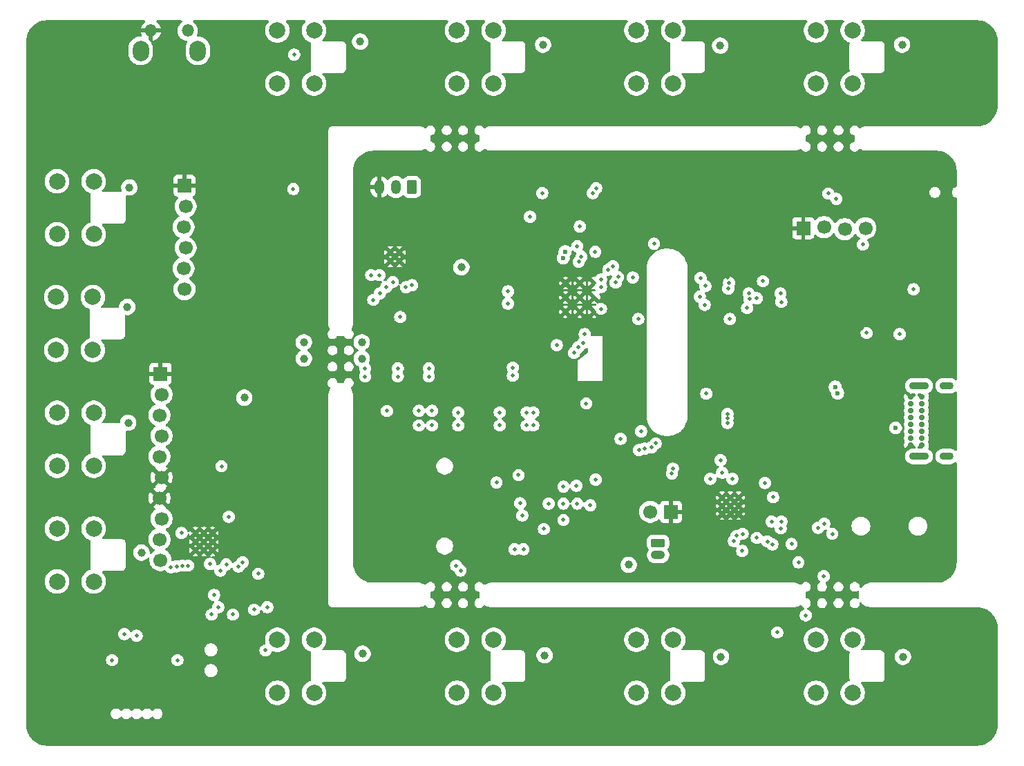
<source format=gbr>
%TF.GenerationSoftware,KiCad,Pcbnew,9.0.2-9.0.2-0~ubuntu24.04.1*%
%TF.CreationDate,2025-06-13T08:12:44-04:00*%
%TF.ProjectId,minstro_combined_board,6d696e73-7472-46f5-9f63-6f6d62696e65,rev?*%
%TF.SameCoordinates,Original*%
%TF.FileFunction,Copper,L2,Inr*%
%TF.FilePolarity,Positive*%
%FSLAX46Y46*%
G04 Gerber Fmt 4.6, Leading zero omitted, Abs format (unit mm)*
G04 Created by KiCad (PCBNEW 9.0.2-9.0.2-0~ubuntu24.04.1) date 2025-06-13 08:12:44*
%MOMM*%
%LPD*%
G01*
G04 APERTURE LIST*
G04 Aperture macros list*
%AMRoundRect*
0 Rectangle with rounded corners*
0 $1 Rounding radius*
0 $2 $3 $4 $5 $6 $7 $8 $9 X,Y pos of 4 corners*
0 Add a 4 corners polygon primitive as box body*
4,1,4,$2,$3,$4,$5,$6,$7,$8,$9,$2,$3,0*
0 Add four circle primitives for the rounded corners*
1,1,$1+$1,$2,$3*
1,1,$1+$1,$4,$5*
1,1,$1+$1,$6,$7*
1,1,$1+$1,$8,$9*
0 Add four rect primitives between the rounded corners*
20,1,$1+$1,$2,$3,$4,$5,0*
20,1,$1+$1,$4,$5,$6,$7,0*
20,1,$1+$1,$6,$7,$8,$9,0*
20,1,$1+$1,$8,$9,$2,$3,0*%
G04 Aperture macros list end*
%TA.AperFunction,ComponentPad*%
%ADD10C,2.000000*%
%TD*%
%TA.AperFunction,ComponentPad*%
%ADD11RoundRect,0.250000X0.350000X0.625000X-0.350000X0.625000X-0.350000X-0.625000X0.350000X-0.625000X0*%
%TD*%
%TA.AperFunction,ComponentPad*%
%ADD12O,1.200000X1.750000*%
%TD*%
%TA.AperFunction,ComponentPad*%
%ADD13O,2.000000X2.500000*%
%TD*%
%TA.AperFunction,ComponentPad*%
%ADD14O,1.500000X1.500000*%
%TD*%
%TA.AperFunction,ComponentPad*%
%ADD15C,6.400000*%
%TD*%
%TA.AperFunction,HeatsinkPad*%
%ADD16C,0.500000*%
%TD*%
%TA.AperFunction,ComponentPad*%
%ADD17RoundRect,0.250000X-0.615000X0.265000X-0.615000X-0.265000X0.615000X-0.265000X0.615000X0.265000X0*%
%TD*%
%TA.AperFunction,ComponentPad*%
%ADD18O,1.730000X1.030000*%
%TD*%
%TA.AperFunction,ComponentPad*%
%ADD19R,1.700000X1.700000*%
%TD*%
%TA.AperFunction,ComponentPad*%
%ADD20C,1.700000*%
%TD*%
%TA.AperFunction,ComponentPad*%
%ADD21C,0.700000*%
%TD*%
%TA.AperFunction,ComponentPad*%
%ADD22O,2.400000X0.900000*%
%TD*%
%TA.AperFunction,ComponentPad*%
%ADD23O,1.700000X0.900000*%
%TD*%
%TA.AperFunction,ViaPad*%
%ADD24C,0.500000*%
%TD*%
%TA.AperFunction,ViaPad*%
%ADD25C,1.000000*%
%TD*%
%TA.AperFunction,ViaPad*%
%ADD26C,0.600000*%
%TD*%
G04 APERTURE END LIST*
D10*
%TO.N,*%
%TO.C,S902*%
X128250000Y-51750000D03*
X128250000Y-58250000D03*
%TO.N,/HMI Controller/ROW_A*%
X132750000Y-51750000D03*
X132750000Y-58250000D03*
%TD*%
D11*
%TO.N,/Battery/BATT_TS*%
%TO.C,J301*%
X122750000Y-70950000D03*
D12*
%TO.N,+BATT*%
X120750000Y-70950000D03*
%TO.N,GND*%
X118750000Y-70950000D03*
%TD*%
D10*
%TO.N,*%
%TO.C,S903*%
X150250000Y-51750000D03*
X150250000Y-58250000D03*
%TO.N,/HMI Controller/ROW_A*%
X154750000Y-51750000D03*
X154750000Y-58250000D03*
%TD*%
D13*
%TO.N,*%
%TO.C,S917*%
X96500000Y-54250000D03*
X89500000Y-54250000D03*
D14*
%TO.N,/HMI Controller/POW_SW*%
X95250000Y-51760000D03*
%TO.N,GND*%
X90750000Y-51750000D03*
%TD*%
D15*
%TO.N,GND*%
%TO.C,H101*%
X190000000Y-55000000D03*
%TD*%
D16*
%TO.N,GND*%
%TO.C,U401*%
X145050000Y-86250000D03*
X145050000Y-84500000D03*
X145050000Y-82750000D03*
X143300000Y-86250000D03*
X143300000Y-84500000D03*
X143300000Y-82750000D03*
X141550000Y-86250000D03*
X141550000Y-84500000D03*
X141550000Y-82750000D03*
%TD*%
%TO.N,GND*%
%TO.C,U501*%
X162750000Y-111050000D03*
X162750000Y-110050000D03*
X162750000Y-109050000D03*
X161750000Y-111050000D03*
X161750000Y-110050000D03*
X161750000Y-109050000D03*
X160750000Y-111050000D03*
X160750000Y-110050000D03*
X160750000Y-109050000D03*
%TD*%
D10*
%TO.N,*%
%TO.C,S910*%
X128250000Y-126500000D03*
X128250000Y-133000000D03*
%TO.N,/HMI Controller/ROW_C*%
X132750000Y-126500000D03*
X132750000Y-133000000D03*
%TD*%
%TO.N,*%
%TO.C,S907*%
X79250000Y-98650000D03*
X79250000Y-105150000D03*
%TO.N,/HMI Controller/ROW_B*%
X83750000Y-98650000D03*
X83750000Y-105150000D03*
%TD*%
D16*
%TO.N,GND*%
%TO.C,U701*%
X98300000Y-113400000D03*
X97250000Y-113400000D03*
X96200000Y-113400000D03*
X98300000Y-114450000D03*
X97250000Y-114450000D03*
X96200000Y-114450000D03*
X98300000Y-115500000D03*
X97250000Y-115500000D03*
X96200000Y-115500000D03*
%TD*%
D10*
%TO.N,*%
%TO.C,S911*%
X150250000Y-126500000D03*
X150250000Y-133000000D03*
%TO.N,/HMI Controller/ROW_C*%
X154750000Y-126500000D03*
X154750000Y-133000000D03*
%TD*%
%TO.N,*%
%TO.C,S909*%
X106250000Y-126500000D03*
X106250000Y-133000000D03*
%TO.N,/HMI Controller/ROW_C*%
X110750000Y-126500000D03*
X110750000Y-133000000D03*
%TD*%
D17*
%TO.N,/Audio/SP_N*%
%TO.C,J502*%
X152900000Y-114600000D03*
D18*
%TO.N,/Audio/SP_P*%
X152900000Y-116100000D03*
%TD*%
D10*
%TO.N,*%
%TO.C,S901*%
X106250000Y-51750000D03*
X106250000Y-58250000D03*
%TO.N,/HMI Controller/ROW_A*%
X110750000Y-51750000D03*
X110750000Y-58250000D03*
%TD*%
%TO.N,*%
%TO.C,S912*%
X172250000Y-126500000D03*
X172250000Y-133000000D03*
%TO.N,/HMI Controller/ROW_C*%
X176750000Y-126500000D03*
X176750000Y-133000000D03*
%TD*%
%TO.N,*%
%TO.C,S908*%
X79250000Y-112850000D03*
X79250000Y-119350000D03*
%TO.N,/HMI Controller/ROW_B*%
X83750000Y-112850000D03*
X83750000Y-119350000D03*
%TD*%
D19*
%TO.N,GND*%
%TO.C,J402*%
X170690000Y-76000000D03*
D20*
%TO.N,+3.3V*%
X173230000Y-75873000D03*
%TO.N,/I2C_SDA*%
X175770000Y-76127000D03*
%TO.N,/I2C_SCL*%
X178310000Y-76000000D03*
%TD*%
D10*
%TO.N,*%
%TO.C,S905*%
X79250000Y-70250000D03*
X79250000Y-76750000D03*
%TO.N,/HMI Controller/ROW_B*%
X83750000Y-70250000D03*
X83750000Y-76750000D03*
%TD*%
D16*
%TO.N,GND*%
%TO.C,U301*%
X121200000Y-78950000D03*
X120100000Y-78950000D03*
X121200000Y-80050000D03*
X120100000Y-80050000D03*
%TD*%
D19*
%TO.N,GND*%
%TO.C,J1001*%
X94873000Y-70780000D03*
D20*
%TO.N,/HMI Controller/VFO_A*%
X95000000Y-73320000D03*
%TO.N,/HMI Controller/VFO_B*%
X94746000Y-75860000D03*
%TO.N,/HMI Controller/VFO_ADJ_A*%
X95000000Y-78400000D03*
%TO.N,/HMI Controller/VFO_ADJ_B*%
X94746000Y-80940000D03*
%TO.N,/HMI Controller/VFO_SW*%
X94873000Y-83480000D03*
%TD*%
D19*
%TO.N,GND*%
%TO.C,J801*%
X91927000Y-93860000D03*
D20*
%TO.N,/Nav Switch/Nav_Up_VD*%
X92054000Y-96400000D03*
%TO.N,/Nav Switch/Nav_Down_VD*%
X91800000Y-98940000D03*
%TO.N,/Nav Switch/Nav_Left_VD*%
X92054000Y-101480000D03*
%TO.N,/Nav Switch/Nav_Right_VD*%
X91800000Y-104020000D03*
%TO.N,GND*%
X92054000Y-106560000D03*
X91800000Y-109100000D03*
%TO.N,/HMI Controller/NAV_A*%
X92054000Y-111640000D03*
%TO.N,/HMI Controller/NAV_B*%
X91800000Y-114180000D03*
%TO.N,/HMI Controller/NAV_SW*%
X91927000Y-116720000D03*
%TD*%
D10*
%TO.N,*%
%TO.C,S906*%
X79150000Y-84450000D03*
X79150000Y-90950000D03*
%TO.N,/HMI Controller/ROW_B*%
X83650000Y-84450000D03*
X83650000Y-90950000D03*
%TD*%
D15*
%TO.N,GND*%
%TO.C,H102*%
X81500000Y-55000000D03*
%TD*%
D10*
%TO.N,*%
%TO.C,S904*%
X172250000Y-51750000D03*
X172250000Y-58250000D03*
%TO.N,/HMI Controller/ROW_A*%
X176750000Y-51750000D03*
X176750000Y-58250000D03*
%TD*%
D19*
%TO.N,GND*%
%TO.C,J401*%
X154475000Y-110800000D03*
D20*
%TO.N,/ESP32 Microcontroller/BOOT_MODE*%
X151935000Y-110800000D03*
%TD*%
D15*
%TO.N,GND*%
%TO.C,H104*%
X81500000Y-135000000D03*
%TD*%
D21*
%TO.N,GND*%
%TO.C,J403*%
X183890000Y-102650000D03*
%TO.N,/Battery/Vusb*%
X183890000Y-101800000D03*
%TO.N,Net-(J403-CC1)*%
X183890000Y-100950000D03*
%TO.N,/ESP32 Microcontroller/USB_P*%
X183890000Y-100100000D03*
%TO.N,/ESP32 Microcontroller/USB_N*%
X183890000Y-99250000D03*
%TO.N,unconnected-(J403-SBU1-PadA8)*%
X183890000Y-98400000D03*
%TO.N,/Battery/Vusb*%
X183890000Y-97550000D03*
%TO.N,GND*%
X183890000Y-96700000D03*
X185240000Y-96700000D03*
%TO.N,/Battery/Vusb*%
X185240000Y-97550000D03*
%TO.N,Net-(J403-CC2)*%
X185240000Y-98400000D03*
%TO.N,/ESP32 Microcontroller/USB_P*%
X185240000Y-99250000D03*
%TO.N,/ESP32 Microcontroller/USB_N*%
X185240000Y-100100000D03*
%TO.N,unconnected-(J403-SBU2-PadB8)*%
X185240000Y-100950000D03*
%TO.N,/Battery/Vusb*%
X185240000Y-101800000D03*
%TO.N,GND*%
X185240000Y-102650000D03*
D22*
%TO.N,unconnected-(J403-SHIELD-PadS1)*%
X184870000Y-104000000D03*
D23*
%TO.N,unconnected-(J403-SHIELD-PadS1)_1*%
X188250000Y-104000000D03*
D22*
%TO.N,unconnected-(J403-SHIELD-PadS1)_2*%
X184870000Y-95350000D03*
D23*
%TO.N,unconnected-(J403-SHIELD-PadS1)_3*%
X188250000Y-95350000D03*
%TD*%
D15*
%TO.N,GND*%
%TO.C,H103*%
X189900000Y-135000000D03*
%TD*%
D24*
%TO.N,GND*%
X132325000Y-78000000D03*
X176400000Y-101600000D03*
X78900000Y-115500000D03*
X144200000Y-102425000D03*
X186000000Y-75000000D03*
X177825000Y-88300000D03*
X177700000Y-84350000D03*
X127000000Y-77000000D03*
X90000000Y-131000000D03*
X171900000Y-128400000D03*
X131200000Y-114200000D03*
X121600000Y-91400000D03*
X105900000Y-128900000D03*
X89000000Y-131000000D03*
X103300000Y-115600000D03*
X161378640Y-82035919D03*
X98600000Y-111100000D03*
X142500000Y-117900000D03*
X152800000Y-57000000D03*
X141290000Y-92330000D03*
X185000000Y-88500000D03*
X180500000Y-118000000D03*
X185800000Y-68200000D03*
X150600000Y-83350000D03*
X174750000Y-107000000D03*
X143300000Y-74400000D03*
X78900000Y-100700000D03*
X159100000Y-98300000D03*
X161750000Y-118500000D03*
X141360000Y-93120000D03*
X95400000Y-118700000D03*
X131100000Y-131500000D03*
X108700000Y-131900000D03*
X129000000Y-73000000D03*
X121600000Y-90600000D03*
X146700000Y-92250000D03*
X125600000Y-90600000D03*
X144950000Y-95500000D03*
X162000000Y-105000000D03*
X82000000Y-103700000D03*
X181500000Y-93750000D03*
X133800000Y-96000000D03*
X171700000Y-53800000D03*
X186750000Y-105750000D03*
X125600000Y-95800000D03*
X163250000Y-117500000D03*
X181250000Y-99575000D03*
X128900000Y-86200000D03*
X82300000Y-118000000D03*
X103100000Y-108800000D03*
X185500000Y-106750000D03*
X131200000Y-107600000D03*
X94000000Y-118700000D03*
X90750000Y-134750000D03*
X145400000Y-118800000D03*
X179000000Y-99575000D03*
X120400000Y-91400000D03*
X165130000Y-92380000D03*
X166000000Y-103250000D03*
X124400000Y-90600000D03*
X86000000Y-138000000D03*
X100500000Y-113800000D03*
X147800000Y-118000000D03*
X174800000Y-131900000D03*
X92000000Y-131000000D03*
X184000000Y-108750000D03*
X121000000Y-90600000D03*
X81900000Y-75300000D03*
X131200000Y-56900000D03*
X117300000Y-98800000D03*
X149700000Y-53600000D03*
X184200000Y-80600000D03*
X152900000Y-131900000D03*
X132325000Y-79500000D03*
X164750000Y-118500000D03*
X121400000Y-103600000D03*
X98600000Y-110000000D03*
X176400000Y-96700000D03*
X109100000Y-56800000D03*
X128200000Y-95800000D03*
X132500000Y-111000000D03*
X174800000Y-56800000D03*
X130400000Y-90500000D03*
X129400000Y-94600000D03*
X124400000Y-91400000D03*
X105800000Y-53800000D03*
X146650000Y-95950000D03*
X145000000Y-114600000D03*
X136400000Y-96000000D03*
X101900000Y-115600000D03*
X148400000Y-105900000D03*
X162000000Y-88250000D03*
X80500000Y-71900000D03*
X177450000Y-90100000D03*
X96400000Y-117900000D03*
X136400000Y-90900000D03*
X127700000Y-128700000D03*
X144400000Y-76700000D03*
X121100000Y-116600000D03*
X82200000Y-89700000D03*
X120400000Y-90600000D03*
X125000000Y-91400000D03*
X148400000Y-110400000D03*
X150100000Y-128300000D03*
X121000000Y-91400000D03*
X125000000Y-90600000D03*
X132325000Y-81000000D03*
X118000000Y-74500000D03*
X139900000Y-114700000D03*
X146100000Y-68600000D03*
X125600000Y-91400000D03*
X178300000Y-87600000D03*
X127800000Y-53600000D03*
X78300000Y-86500000D03*
%TO.N,+3.3V*%
X161400000Y-99300000D03*
X128400000Y-100200000D03*
X154700000Y-105500000D03*
X134500000Y-85250000D03*
X163250000Y-113500000D03*
X163200000Y-115600000D03*
X172500000Y-112750000D03*
X143000000Y-109800000D03*
X161600000Y-82700000D03*
X150475000Y-87150000D03*
X137600000Y-98600000D03*
X148300000Y-101850000D03*
X136800000Y-100200000D03*
X135800000Y-106300000D03*
X119675000Y-98425000D03*
X182500000Y-89000000D03*
X145200000Y-78900000D03*
X136000000Y-109750000D03*
X161400000Y-99900000D03*
X133100000Y-107200000D03*
X125200000Y-98400000D03*
X136250000Y-111250000D03*
X133500000Y-100200000D03*
X160750000Y-106000000D03*
X162000000Y-106750000D03*
X141300000Y-109800000D03*
X166000000Y-107250000D03*
X184200000Y-83500000D03*
X121300000Y-86900000D03*
X154600000Y-106100000D03*
X123600000Y-98400000D03*
X140480000Y-90350000D03*
X161500000Y-83400000D03*
X133500000Y-98600000D03*
X161400000Y-98800000D03*
X143300000Y-75800000D03*
X136800000Y-98600000D03*
X158800000Y-96300000D03*
X137600000Y-100200000D03*
X139500000Y-109800000D03*
X128400000Y-98600000D03*
X123600000Y-100200000D03*
X178450000Y-88850000D03*
X134500000Y-83750000D03*
X152400000Y-77900000D03*
X125200000Y-100200000D03*
D25*
%TO.N,/Battery/Vusb*%
X128800000Y-80800000D03*
D26*
%TO.N,/ESP32 Microcontroller/USB_N*%
X182000000Y-100500000D03*
D24*
%TO.N,/Audio/L_HS*%
X162500000Y-113750000D03*
X167000000Y-109000000D03*
%TO.N,/Audio/R_HS*%
X162186949Y-114376102D03*
X169250000Y-114750000D03*
%TO.N,/ESP32 Microcontroller/BOOT_MODE*%
X145250000Y-106850000D03*
X145900000Y-85900000D03*
%TO.N,/ESP32 Microcontroller/SD_DAT3*%
X141300000Y-107700000D03*
X142600000Y-91300000D03*
%TO.N,/ESP32 Microcontroller/SD_DET*%
X141300000Y-111800000D03*
X143700000Y-90100000D03*
%TO.N,/ESP32 Microcontroller/SD_DAT2*%
X142900000Y-107600000D03*
X143100000Y-90600000D03*
%TO.N,/Display Connectors/DISP_TS_INT*%
X174750000Y-72400000D03*
X143500000Y-79500000D03*
%TO.N,/Display Connectors/DISP_TS_RST*%
X173750000Y-71750000D03*
X143175000Y-80125000D03*
%TO.N,Net-(U501-LMICP)*%
X166299753Y-114439852D03*
X171000000Y-123500000D03*
%TO.N,/Display Connectors/DISP_SDA*%
X158700000Y-83100000D03*
X163800000Y-85800000D03*
X158600000Y-85400000D03*
X165000000Y-84600000D03*
%TO.N,/Display Connectors/DISP_RST*%
X161700000Y-87150000D03*
X165750000Y-82500000D03*
X143000000Y-78200000D03*
%TO.N,/Display Connectors/DISP_CS*%
X167900000Y-84000000D03*
X164000000Y-84000000D03*
%TO.N,/Display Connectors/DISP_DC*%
X168000000Y-85050000D03*
X164100000Y-84700000D03*
%TO.N,/Display Connectors/DISP_SCL*%
X158100000Y-82100000D03*
X158000000Y-84400000D03*
%TO.N,/Battery/PWR_GOOD*%
X117750000Y-81750000D03*
X122000000Y-83250000D03*
%TO.N,/Battery/PWR_CHRG*%
X118750000Y-81750000D03*
X122750000Y-83000000D03*
%TO.N,/ESP32 Microcontroller/STATUS_LED*%
X143900000Y-89000000D03*
X144100000Y-97500000D03*
D26*
%TO.N,/ESP32 Microcontroller/USB_uC_N*%
X174600000Y-95490000D03*
X141500000Y-78890000D03*
%TO.N,/ESP32 Microcontroller/USB_uC_P*%
X141270121Y-79656263D03*
X174906193Y-96229087D03*
D24*
%TO.N,Net-(U501-LMICN)*%
X166900000Y-114800000D03*
X170100000Y-117000000D03*
%TO.N,/Audio/Mic_HS_N*%
X167925000Y-112825000D03*
X173200000Y-118700000D03*
X167500000Y-125600000D03*
X165000000Y-114000000D03*
D25*
%TO.N,+5V*%
X89600000Y-115800000D03*
D24*
X117000000Y-94200000D03*
X135100000Y-94100000D03*
D25*
X116600000Y-92000000D03*
D24*
X119600000Y-83200000D03*
D25*
X149300000Y-117300000D03*
X182900000Y-128600000D03*
X160600000Y-128600000D03*
X87856405Y-85658636D03*
D24*
X118800000Y-84000000D03*
D25*
X182800000Y-53500000D03*
X102200000Y-96800000D03*
X88100000Y-71000000D03*
D24*
X135100000Y-93100000D03*
D25*
X116400000Y-53100000D03*
X109500000Y-92000000D03*
D24*
X124800000Y-93200000D03*
X120400000Y-82600000D03*
X118000000Y-84800000D03*
X121000000Y-94200000D03*
D25*
X138800000Y-53500000D03*
X116600000Y-90000000D03*
X87972193Y-99880790D03*
D24*
X121000000Y-93200000D03*
D25*
X160500000Y-53600000D03*
D24*
X124800000Y-94200000D03*
D25*
X109500000Y-90000000D03*
D24*
X117000000Y-93200000D03*
D25*
X116700000Y-128200000D03*
X139000000Y-128400000D03*
D24*
%TO.N,/ESP32 Microcontroller/HMI_WAKE*%
X128150000Y-117400000D03*
X102000000Y-117000000D03*
%TO.N,/ESP32 Microcontroller/HMI_INT*%
X128700000Y-118000000D03*
X101500000Y-117500000D03*
%TO.N,/ESP32 Microcontroller/SPIFLASH_Q*%
X145300000Y-71100000D03*
X137200000Y-74600000D03*
%TO.N,/Audio/R_HS_N*%
X174250000Y-113500000D03*
X166800000Y-112000000D03*
X168000000Y-112000000D03*
X173250000Y-112250000D03*
%TO.N,/ESP32 Microcontroller/SPIFLASH_CS0*%
X138700000Y-71700000D03*
X144900000Y-71700000D03*
%TO.N,/I2C_SDA*%
X138900000Y-112900000D03*
X100800000Y-123400000D03*
X136400000Y-115400000D03*
X159300000Y-106750000D03*
X98200000Y-123400000D03*
X144600000Y-110000000D03*
X178000000Y-78000000D03*
X145900000Y-83200000D03*
%TO.N,/I2C_SCL*%
X145900000Y-82300000D03*
X105000000Y-122500000D03*
X135300000Y-115400000D03*
X160540000Y-104460000D03*
X99000000Y-122500000D03*
%TO.N,/HMI Controller/ROW_A*%
X99400000Y-105200000D03*
%TO.N,/HMI Controller/VFO_A*%
X93200000Y-117600000D03*
%TO.N,/HMI Controller/SWCLK*%
X87500000Y-125800000D03*
X89000000Y-126000000D03*
X99250000Y-118000000D03*
%TO.N,/HMI Controller/POW_SW*%
X98000000Y-117200000D03*
%TO.N,/HMI Controller/VFO_SW*%
X94500000Y-113400000D03*
%TO.N,/HMI Controller/~{RST}*%
X94000000Y-129000000D03*
X98500000Y-121000000D03*
%TO.N,/HMI Controller/VFO_B*%
X93900000Y-117500000D03*
%TO.N,/HMI Controller/SWDIO*%
X86000000Y-129000000D03*
X100000000Y-117250000D03*
%TO.N,/HMI Controller/VFO_ADJ_A*%
X94599997Y-117400000D03*
%TO.N,/HMI Controller/VFO_ADJ_B*%
X95300000Y-117400000D03*
%TO.N,/HMI Controller/ROW_C*%
X104800000Y-127800000D03*
X103400000Y-122800000D03*
X100300000Y-111400000D03*
X103900000Y-118400000D03*
%TO.N,/HMI Controller/RGB_DATA*%
X108300000Y-54700000D03*
X108200000Y-71200000D03*
%TO.N,/Audio/I2S_ADCOUT*%
X152105024Y-102894976D03*
X146800000Y-81100000D03*
%TO.N,/Audio/I2S_MCLK*%
X150570897Y-103219776D03*
X147700000Y-82677156D03*
%TO.N,/Audio/I2S_ADCIN*%
X148000000Y-82000000D03*
X151250000Y-103050000D03*
%TO.N,/Audio/I2S_BCLK*%
X147375000Y-80675000D03*
X152600000Y-102400000D03*
%TO.N,/Audio/I2S_FS*%
X150826414Y-100923586D03*
X149800000Y-82050000D03*
%TD*%
%TA.AperFunction,Conductor*%
%TO.N,GND*%
G36*
X185040000Y-102627380D02*
G01*
X185040000Y-102689782D01*
X185070448Y-102763291D01*
X185126709Y-102819552D01*
X185200218Y-102850000D01*
X185279782Y-102850000D01*
X185353291Y-102819552D01*
X185361822Y-102811020D01*
X185357597Y-102870111D01*
X185329096Y-102914458D01*
X185230373Y-103013181D01*
X185169050Y-103046666D01*
X185142692Y-103049500D01*
X184786309Y-103049500D01*
X184719270Y-103029815D01*
X184673515Y-102977011D01*
X184663571Y-102907853D01*
X184692596Y-102844297D01*
X184698628Y-102837819D01*
X184883923Y-102652523D01*
X184945246Y-102619038D01*
X184995794Y-102618587D01*
X185040000Y-102627380D01*
G37*
%TD.AperFunction*%
%TA.AperFunction,Conductor*%
G36*
X185209731Y-96320185D02*
G01*
X185230373Y-96336819D01*
X185329096Y-96435542D01*
X185333434Y-96443487D01*
X185340682Y-96448913D01*
X185349916Y-96473672D01*
X185362581Y-96496865D01*
X185361935Y-96505894D01*
X185365099Y-96514377D01*
X185360117Y-96537274D01*
X185353291Y-96530448D01*
X185279782Y-96500000D01*
X185200218Y-96500000D01*
X185126709Y-96530448D01*
X185070448Y-96586709D01*
X185040000Y-96660218D01*
X185040000Y-96722618D01*
X184995794Y-96731412D01*
X184926202Y-96725185D01*
X184883922Y-96697476D01*
X184698628Y-96512181D01*
X184665143Y-96450858D01*
X184670127Y-96381166D01*
X184711999Y-96325233D01*
X184777463Y-96300816D01*
X184786309Y-96300500D01*
X185142692Y-96300500D01*
X185209731Y-96320185D01*
G37*
%TD.AperFunction*%
%TA.AperFunction,Conductor*%
G36*
X90028569Y-50520185D02*
G01*
X90074324Y-50572989D01*
X90084268Y-50642147D01*
X90055243Y-50705703D01*
X90034416Y-50724818D01*
X89935678Y-50796556D01*
X89935677Y-50796556D01*
X89796555Y-50935678D01*
X89680904Y-51094856D01*
X89591581Y-51270162D01*
X89530781Y-51457283D01*
X89524016Y-51500000D01*
X90316988Y-51500000D01*
X90284075Y-51557007D01*
X90250000Y-51684174D01*
X90250000Y-51815826D01*
X90284075Y-51942993D01*
X90316988Y-52000000D01*
X89524016Y-52000000D01*
X89530781Y-52042716D01*
X89591581Y-52229837D01*
X89637117Y-52319205D01*
X89650013Y-52387875D01*
X89623737Y-52452615D01*
X89566630Y-52492872D01*
X89526632Y-52499500D01*
X89381903Y-52499500D01*
X89148631Y-52536446D01*
X88924003Y-52609433D01*
X88713566Y-52716657D01*
X88698626Y-52727512D01*
X88522490Y-52855483D01*
X88522488Y-52855485D01*
X88522487Y-52855485D01*
X88355485Y-53022487D01*
X88355485Y-53022488D01*
X88355483Y-53022490D01*
X88347599Y-53033342D01*
X88216657Y-53213566D01*
X88109433Y-53424003D01*
X88036446Y-53648631D01*
X87999500Y-53881902D01*
X87999500Y-54618097D01*
X88036446Y-54851368D01*
X88109433Y-55075996D01*
X88161621Y-55178419D01*
X88216657Y-55286433D01*
X88355483Y-55477510D01*
X88522490Y-55644517D01*
X88713567Y-55783343D01*
X88812991Y-55834002D01*
X88924003Y-55890566D01*
X88924005Y-55890566D01*
X88924008Y-55890568D01*
X89044412Y-55929689D01*
X89148631Y-55963553D01*
X89381903Y-56000500D01*
X89381908Y-56000500D01*
X89618097Y-56000500D01*
X89851368Y-55963553D01*
X90075992Y-55890568D01*
X90286433Y-55783343D01*
X90477510Y-55644517D01*
X90644517Y-55477510D01*
X90783343Y-55286433D01*
X90890568Y-55075992D01*
X90963553Y-54851368D01*
X91000500Y-54618097D01*
X91000500Y-53881902D01*
X90963553Y-53648631D01*
X90910096Y-53484108D01*
X90890568Y-53424008D01*
X90890566Y-53424005D01*
X90890566Y-53424003D01*
X90831543Y-53308165D01*
X90783343Y-53213567D01*
X90644517Y-53022490D01*
X90536319Y-52914292D01*
X90502834Y-52852969D01*
X90500000Y-52826611D01*
X90500000Y-52183012D01*
X90557007Y-52215925D01*
X90684174Y-52250000D01*
X90815826Y-52250000D01*
X90942993Y-52215925D01*
X91000000Y-52183012D01*
X91000000Y-52975983D01*
X91042716Y-52969218D01*
X91229837Y-52908418D01*
X91405143Y-52819095D01*
X91564321Y-52703444D01*
X91703444Y-52564321D01*
X91819095Y-52405143D01*
X91908418Y-52229837D01*
X91969218Y-52042716D01*
X91975984Y-52000000D01*
X91183012Y-52000000D01*
X91215925Y-51942993D01*
X91250000Y-51815826D01*
X91250000Y-51684174D01*
X91215925Y-51557007D01*
X91183012Y-51500000D01*
X91975984Y-51500000D01*
X91969218Y-51457283D01*
X91908418Y-51270162D01*
X91819095Y-51094856D01*
X91703444Y-50935678D01*
X91564322Y-50796556D01*
X91465584Y-50724818D01*
X91422919Y-50669488D01*
X91416940Y-50599874D01*
X91449546Y-50538079D01*
X91510385Y-50503722D01*
X91538470Y-50500500D01*
X94474442Y-50500500D01*
X94541481Y-50520185D01*
X94587236Y-50572989D01*
X94597180Y-50642147D01*
X94568155Y-50705703D01*
X94547329Y-50724816D01*
X94435354Y-50806172D01*
X94435352Y-50806174D01*
X94435351Y-50806174D01*
X94296174Y-50945351D01*
X94296174Y-50945352D01*
X94296172Y-50945354D01*
X94246485Y-51013741D01*
X94180476Y-51104594D01*
X94091117Y-51279970D01*
X94030290Y-51467173D01*
X93999500Y-51661577D01*
X93999500Y-51858422D01*
X94030290Y-52052826D01*
X94091117Y-52240029D01*
X94134918Y-52325992D01*
X94180476Y-52415405D01*
X94296172Y-52574646D01*
X94435354Y-52713828D01*
X94594595Y-52829524D01*
X94623589Y-52844297D01*
X94769970Y-52918882D01*
X94769972Y-52918882D01*
X94769975Y-52918884D01*
X94870317Y-52951487D01*
X94957173Y-52979709D01*
X95142394Y-53009045D01*
X95205529Y-53038974D01*
X95242460Y-53098286D01*
X95241462Y-53168148D01*
X95223315Y-53204402D01*
X95216658Y-53213563D01*
X95109433Y-53424003D01*
X95036446Y-53648631D01*
X94999500Y-53881902D01*
X94999500Y-54618097D01*
X95036446Y-54851368D01*
X95109433Y-55075996D01*
X95161621Y-55178419D01*
X95216657Y-55286433D01*
X95355483Y-55477510D01*
X95522490Y-55644517D01*
X95713567Y-55783343D01*
X95812991Y-55834002D01*
X95924003Y-55890566D01*
X95924005Y-55890566D01*
X95924008Y-55890568D01*
X96044412Y-55929689D01*
X96148631Y-55963553D01*
X96381903Y-56000500D01*
X96381908Y-56000500D01*
X96618097Y-56000500D01*
X96851368Y-55963553D01*
X97075992Y-55890568D01*
X97286433Y-55783343D01*
X97477510Y-55644517D01*
X97644517Y-55477510D01*
X97783343Y-55286433D01*
X97890568Y-55075992D01*
X97963553Y-54851368D01*
X97975820Y-54773920D01*
X107549499Y-54773920D01*
X107578340Y-54918907D01*
X107578343Y-54918917D01*
X107634912Y-55055488D01*
X107634919Y-55055501D01*
X107717048Y-55178415D01*
X107717051Y-55178419D01*
X107821580Y-55282948D01*
X107821584Y-55282951D01*
X107944498Y-55365080D01*
X107944511Y-55365087D01*
X108081082Y-55421656D01*
X108081087Y-55421658D01*
X108081091Y-55421658D01*
X108081092Y-55421659D01*
X108226079Y-55450500D01*
X108226082Y-55450500D01*
X108373920Y-55450500D01*
X108471462Y-55431096D01*
X108518913Y-55421658D01*
X108655495Y-55365084D01*
X108778416Y-55282951D01*
X108882951Y-55178416D01*
X108965084Y-55055495D01*
X109021658Y-54918913D01*
X109050500Y-54773918D01*
X109050500Y-54626082D01*
X109050500Y-54626079D01*
X109021659Y-54481092D01*
X109021658Y-54481091D01*
X109021658Y-54481087D01*
X109021656Y-54481082D01*
X108965087Y-54344511D01*
X108965080Y-54344498D01*
X108882951Y-54221584D01*
X108882948Y-54221580D01*
X108778419Y-54117051D01*
X108778415Y-54117048D01*
X108655501Y-54034919D01*
X108655488Y-54034912D01*
X108518917Y-53978343D01*
X108518907Y-53978340D01*
X108373920Y-53949500D01*
X108373918Y-53949500D01*
X108226082Y-53949500D01*
X108226080Y-53949500D01*
X108081092Y-53978340D01*
X108081082Y-53978343D01*
X107944511Y-54034912D01*
X107944498Y-54034919D01*
X107821584Y-54117048D01*
X107821580Y-54117051D01*
X107717051Y-54221580D01*
X107717048Y-54221584D01*
X107634919Y-54344498D01*
X107634912Y-54344511D01*
X107578343Y-54481082D01*
X107578340Y-54481092D01*
X107549500Y-54626079D01*
X107549500Y-54626082D01*
X107549500Y-54773918D01*
X107549500Y-54773920D01*
X107549499Y-54773920D01*
X97975820Y-54773920D01*
X98000500Y-54618097D01*
X98000500Y-53881902D01*
X97963553Y-53648631D01*
X97910096Y-53484108D01*
X97890568Y-53424008D01*
X97890566Y-53424005D01*
X97890566Y-53424003D01*
X97831543Y-53308165D01*
X97783343Y-53213567D01*
X97644517Y-53022490D01*
X97477510Y-52855483D01*
X97286433Y-52716657D01*
X97236746Y-52691340D01*
X97075996Y-52609433D01*
X96851368Y-52536446D01*
X96618097Y-52499500D01*
X96618092Y-52499500D01*
X96479025Y-52499500D01*
X96411986Y-52479815D01*
X96366231Y-52427011D01*
X96356287Y-52357853D01*
X96368540Y-52319205D01*
X96408882Y-52240029D01*
X96408882Y-52240028D01*
X96408884Y-52240025D01*
X96469709Y-52052826D01*
X96487105Y-51942993D01*
X96500500Y-51858422D01*
X96500500Y-51661577D01*
X96469709Y-51467173D01*
X96408882Y-51279970D01*
X96319523Y-51104594D01*
X96312448Y-51094856D01*
X96203828Y-50945354D01*
X96064646Y-50806172D01*
X95952671Y-50724817D01*
X95910007Y-50669488D01*
X95904028Y-50599874D01*
X95936634Y-50538079D01*
X95997473Y-50503722D01*
X96025558Y-50500500D01*
X105078111Y-50500500D01*
X105145150Y-50520185D01*
X105190905Y-50572989D01*
X105200849Y-50642147D01*
X105171824Y-50705703D01*
X105165792Y-50712181D01*
X105105485Y-50772487D01*
X105105485Y-50772488D01*
X105105483Y-50772490D01*
X105097321Y-50783724D01*
X104966657Y-50963566D01*
X104859433Y-51174003D01*
X104786446Y-51398631D01*
X104749500Y-51631902D01*
X104749500Y-51868097D01*
X104786446Y-52101368D01*
X104859433Y-52325996D01*
X104947839Y-52499500D01*
X104966657Y-52536433D01*
X105105483Y-52727510D01*
X105272490Y-52894517D01*
X105463567Y-53033343D01*
X105562218Y-53083608D01*
X105674003Y-53140566D01*
X105674005Y-53140566D01*
X105674008Y-53140568D01*
X105794412Y-53179689D01*
X105898631Y-53213553D01*
X106131903Y-53250500D01*
X106131908Y-53250500D01*
X106368097Y-53250500D01*
X106601368Y-53213553D01*
X106617935Y-53208170D01*
X106825992Y-53140568D01*
X107036433Y-53033343D01*
X107227510Y-52894517D01*
X107394517Y-52727510D01*
X107533343Y-52536433D01*
X107640568Y-52325992D01*
X107713553Y-52101368D01*
X107721241Y-52052826D01*
X107750500Y-51868097D01*
X107750500Y-51631902D01*
X107713553Y-51398631D01*
X107665259Y-51250000D01*
X107640568Y-51174008D01*
X107640566Y-51174005D01*
X107640566Y-51174003D01*
X107533342Y-50963566D01*
X107394517Y-50772490D01*
X107334208Y-50712181D01*
X107300723Y-50650858D01*
X107305707Y-50581166D01*
X107347579Y-50525233D01*
X107413043Y-50500816D01*
X107421889Y-50500500D01*
X109578111Y-50500500D01*
X109645150Y-50520185D01*
X109690905Y-50572989D01*
X109700849Y-50642147D01*
X109671824Y-50705703D01*
X109665792Y-50712181D01*
X109605485Y-50772487D01*
X109605485Y-50772488D01*
X109605483Y-50772490D01*
X109597321Y-50783724D01*
X109466657Y-50963566D01*
X109359433Y-51174003D01*
X109286446Y-51398631D01*
X109249500Y-51631902D01*
X109249500Y-51868097D01*
X109286446Y-52101368D01*
X109359433Y-52325996D01*
X109447839Y-52499500D01*
X109466657Y-52536433D01*
X109605483Y-52727510D01*
X109772490Y-52894517D01*
X109963567Y-53033343D01*
X110062218Y-53083608D01*
X110174003Y-53140566D01*
X110174005Y-53140566D01*
X110174008Y-53140568D01*
X110306377Y-53183577D01*
X110310115Y-53184792D01*
X110367790Y-53224230D01*
X110394988Y-53288589D01*
X110386360Y-53350170D01*
X110383608Y-53356814D01*
X110349500Y-53484108D01*
X110349500Y-56515891D01*
X110383608Y-56643185D01*
X110386360Y-56649830D01*
X110393825Y-56719300D01*
X110362546Y-56781778D01*
X110310115Y-56815208D01*
X110174003Y-56859433D01*
X109963566Y-56966657D01*
X109874778Y-57031166D01*
X109772490Y-57105483D01*
X109772488Y-57105485D01*
X109772487Y-57105485D01*
X109605485Y-57272487D01*
X109605485Y-57272488D01*
X109605483Y-57272490D01*
X109545862Y-57354550D01*
X109466657Y-57463566D01*
X109359433Y-57674003D01*
X109286446Y-57898631D01*
X109249500Y-58131902D01*
X109249500Y-58368097D01*
X109286446Y-58601368D01*
X109359433Y-58825996D01*
X109466657Y-59036433D01*
X109605483Y-59227510D01*
X109772490Y-59394517D01*
X109963567Y-59533343D01*
X110062991Y-59584002D01*
X110174003Y-59640566D01*
X110174005Y-59640566D01*
X110174008Y-59640568D01*
X110294412Y-59679689D01*
X110398631Y-59713553D01*
X110631903Y-59750500D01*
X110631908Y-59750500D01*
X110868097Y-59750500D01*
X111101368Y-59713553D01*
X111325992Y-59640568D01*
X111536433Y-59533343D01*
X111727510Y-59394517D01*
X111894517Y-59227510D01*
X112033343Y-59036433D01*
X112140568Y-58825992D01*
X112213553Y-58601368D01*
X112250500Y-58368097D01*
X112250500Y-58131902D01*
X126749500Y-58131902D01*
X126749500Y-58368097D01*
X126786446Y-58601368D01*
X126859433Y-58825996D01*
X126966657Y-59036433D01*
X127105483Y-59227510D01*
X127272490Y-59394517D01*
X127463567Y-59533343D01*
X127562991Y-59584002D01*
X127674003Y-59640566D01*
X127674005Y-59640566D01*
X127674008Y-59640568D01*
X127794412Y-59679689D01*
X127898631Y-59713553D01*
X128131903Y-59750500D01*
X128131908Y-59750500D01*
X128368097Y-59750500D01*
X128601368Y-59713553D01*
X128825992Y-59640568D01*
X129036433Y-59533343D01*
X129227510Y-59394517D01*
X129394517Y-59227510D01*
X129533343Y-59036433D01*
X129640568Y-58825992D01*
X129713553Y-58601368D01*
X129750500Y-58368097D01*
X129750500Y-58131902D01*
X129713553Y-57898631D01*
X129640566Y-57674003D01*
X129533342Y-57463566D01*
X129394517Y-57272490D01*
X129227510Y-57105483D01*
X129036433Y-56966657D01*
X128825996Y-56859433D01*
X128601368Y-56786446D01*
X128368097Y-56749500D01*
X128368092Y-56749500D01*
X128131908Y-56749500D01*
X128131903Y-56749500D01*
X127898631Y-56786446D01*
X127674003Y-56859433D01*
X127463566Y-56966657D01*
X127374778Y-57031166D01*
X127272490Y-57105483D01*
X127272488Y-57105485D01*
X127272487Y-57105485D01*
X127105485Y-57272487D01*
X127105485Y-57272488D01*
X127105483Y-57272490D01*
X127045862Y-57354550D01*
X126966657Y-57463566D01*
X126859433Y-57674003D01*
X126786446Y-57898631D01*
X126749500Y-58131902D01*
X112250500Y-58131902D01*
X112213553Y-57898631D01*
X112140566Y-57674003D01*
X112033342Y-57463566D01*
X111894517Y-57272490D01*
X111784208Y-57162181D01*
X111750723Y-57100858D01*
X111755707Y-57031166D01*
X111797579Y-56975233D01*
X111863043Y-56950816D01*
X111871889Y-56950500D01*
X114215890Y-56950500D01*
X114215892Y-56950500D01*
X114343186Y-56916392D01*
X114457314Y-56850500D01*
X114550500Y-56757314D01*
X114616392Y-56643186D01*
X114650500Y-56515892D01*
X114650500Y-53484108D01*
X114616392Y-53356814D01*
X114550500Y-53242686D01*
X114506357Y-53198543D01*
X115399499Y-53198543D01*
X115437947Y-53391829D01*
X115437950Y-53391839D01*
X115513364Y-53573907D01*
X115513371Y-53573920D01*
X115622860Y-53737781D01*
X115622863Y-53737785D01*
X115762214Y-53877136D01*
X115762218Y-53877139D01*
X115926079Y-53986628D01*
X115926092Y-53986635D01*
X116080278Y-54050500D01*
X116108165Y-54062051D01*
X116108169Y-54062051D01*
X116108170Y-54062052D01*
X116301456Y-54100500D01*
X116301459Y-54100500D01*
X116498543Y-54100500D01*
X116632196Y-54073914D01*
X116691835Y-54062051D01*
X116873914Y-53986632D01*
X117037782Y-53877139D01*
X117177139Y-53737782D01*
X117286632Y-53573914D01*
X117362051Y-53391835D01*
X117397511Y-53213567D01*
X117400500Y-53198543D01*
X117400500Y-53001456D01*
X117362052Y-52808170D01*
X117362051Y-52808169D01*
X117362051Y-52808165D01*
X117328644Y-52727512D01*
X117286635Y-52626092D01*
X117286628Y-52626079D01*
X117177139Y-52462218D01*
X117177136Y-52462214D01*
X117037785Y-52322863D01*
X117037781Y-52322860D01*
X116873920Y-52213371D01*
X116873907Y-52213364D01*
X116691839Y-52137950D01*
X116691829Y-52137947D01*
X116498543Y-52099500D01*
X116498541Y-52099500D01*
X116301459Y-52099500D01*
X116301457Y-52099500D01*
X116108170Y-52137947D01*
X116108160Y-52137950D01*
X115926092Y-52213364D01*
X115926079Y-52213371D01*
X115762218Y-52322860D01*
X115762214Y-52322863D01*
X115622863Y-52462214D01*
X115622860Y-52462218D01*
X115513371Y-52626079D01*
X115513364Y-52626092D01*
X115437950Y-52808160D01*
X115437947Y-52808170D01*
X115399500Y-53001456D01*
X115399500Y-53001459D01*
X115399500Y-53198541D01*
X115399500Y-53198543D01*
X115399499Y-53198543D01*
X114506357Y-53198543D01*
X114457314Y-53149500D01*
X114343186Y-53083608D01*
X114215892Y-53049500D01*
X114215891Y-53049500D01*
X111871889Y-53049500D01*
X111804850Y-53029815D01*
X111759095Y-52977011D01*
X111749151Y-52907853D01*
X111778176Y-52844297D01*
X111784208Y-52837819D01*
X111813867Y-52808160D01*
X111894517Y-52727510D01*
X112033343Y-52536433D01*
X112140568Y-52325992D01*
X112213553Y-52101368D01*
X112221241Y-52052826D01*
X112250500Y-51868097D01*
X112250500Y-51631902D01*
X112213553Y-51398631D01*
X112165259Y-51250000D01*
X112140568Y-51174008D01*
X112140566Y-51174005D01*
X112140566Y-51174003D01*
X112033342Y-50963566D01*
X111894517Y-50772490D01*
X111834208Y-50712181D01*
X111800723Y-50650858D01*
X111805707Y-50581166D01*
X111847579Y-50525233D01*
X111913043Y-50500816D01*
X111921889Y-50500500D01*
X127078111Y-50500500D01*
X127145150Y-50520185D01*
X127190905Y-50572989D01*
X127200849Y-50642147D01*
X127171824Y-50705703D01*
X127165792Y-50712181D01*
X127105485Y-50772487D01*
X127105485Y-50772488D01*
X127105483Y-50772490D01*
X127097321Y-50783724D01*
X126966657Y-50963566D01*
X126859433Y-51174003D01*
X126786446Y-51398631D01*
X126749500Y-51631902D01*
X126749500Y-51868097D01*
X126786446Y-52101368D01*
X126859433Y-52325996D01*
X126947839Y-52499500D01*
X126966657Y-52536433D01*
X127105483Y-52727510D01*
X127272490Y-52894517D01*
X127463567Y-53033343D01*
X127562218Y-53083608D01*
X127674003Y-53140566D01*
X127674005Y-53140566D01*
X127674008Y-53140568D01*
X127794412Y-53179689D01*
X127898631Y-53213553D01*
X128131903Y-53250500D01*
X128131908Y-53250500D01*
X128368097Y-53250500D01*
X128601368Y-53213553D01*
X128617935Y-53208170D01*
X128825992Y-53140568D01*
X129036433Y-53033343D01*
X129227510Y-52894517D01*
X129394517Y-52727510D01*
X129533343Y-52536433D01*
X129640568Y-52325992D01*
X129713553Y-52101368D01*
X129721241Y-52052826D01*
X129750500Y-51868097D01*
X129750500Y-51631902D01*
X129713553Y-51398631D01*
X129665259Y-51250000D01*
X129640568Y-51174008D01*
X129640566Y-51174005D01*
X129640566Y-51174003D01*
X129533342Y-50963566D01*
X129394517Y-50772490D01*
X129334208Y-50712181D01*
X129300723Y-50650858D01*
X129305707Y-50581166D01*
X129347579Y-50525233D01*
X129413043Y-50500816D01*
X129421889Y-50500500D01*
X131578111Y-50500500D01*
X131645150Y-50520185D01*
X131690905Y-50572989D01*
X131700849Y-50642147D01*
X131671824Y-50705703D01*
X131665792Y-50712181D01*
X131605485Y-50772487D01*
X131605485Y-50772488D01*
X131605483Y-50772490D01*
X131597321Y-50783724D01*
X131466657Y-50963566D01*
X131359433Y-51174003D01*
X131286446Y-51398631D01*
X131249500Y-51631902D01*
X131249500Y-51868097D01*
X131286446Y-52101368D01*
X131359433Y-52325996D01*
X131447839Y-52499500D01*
X131466657Y-52536433D01*
X131605483Y-52727510D01*
X131772490Y-52894517D01*
X131963567Y-53033343D01*
X132062218Y-53083608D01*
X132174003Y-53140566D01*
X132174005Y-53140566D01*
X132174008Y-53140568D01*
X132306377Y-53183577D01*
X132310115Y-53184792D01*
X132367790Y-53224230D01*
X132394988Y-53288589D01*
X132386360Y-53350170D01*
X132383608Y-53356814D01*
X132349500Y-53484108D01*
X132349500Y-56515891D01*
X132383608Y-56643185D01*
X132386360Y-56649830D01*
X132393825Y-56719300D01*
X132362546Y-56781778D01*
X132310115Y-56815208D01*
X132174003Y-56859433D01*
X131963566Y-56966657D01*
X131874778Y-57031166D01*
X131772490Y-57105483D01*
X131772488Y-57105485D01*
X131772487Y-57105485D01*
X131605485Y-57272487D01*
X131605485Y-57272488D01*
X131605483Y-57272490D01*
X131545862Y-57354550D01*
X131466657Y-57463566D01*
X131359433Y-57674003D01*
X131286446Y-57898631D01*
X131249500Y-58131902D01*
X131249500Y-58368097D01*
X131286446Y-58601368D01*
X131359433Y-58825996D01*
X131466657Y-59036433D01*
X131605483Y-59227510D01*
X131772490Y-59394517D01*
X131963567Y-59533343D01*
X132062991Y-59584002D01*
X132174003Y-59640566D01*
X132174005Y-59640566D01*
X132174008Y-59640568D01*
X132294412Y-59679689D01*
X132398631Y-59713553D01*
X132631903Y-59750500D01*
X132631908Y-59750500D01*
X132868097Y-59750500D01*
X133101368Y-59713553D01*
X133325992Y-59640568D01*
X133536433Y-59533343D01*
X133727510Y-59394517D01*
X133894517Y-59227510D01*
X134033343Y-59036433D01*
X134140568Y-58825992D01*
X134213553Y-58601368D01*
X134250500Y-58368097D01*
X134250500Y-58131902D01*
X148749500Y-58131902D01*
X148749500Y-58368097D01*
X148786446Y-58601368D01*
X148859433Y-58825996D01*
X148966657Y-59036433D01*
X149105483Y-59227510D01*
X149272490Y-59394517D01*
X149463567Y-59533343D01*
X149562991Y-59584002D01*
X149674003Y-59640566D01*
X149674005Y-59640566D01*
X149674008Y-59640568D01*
X149794412Y-59679689D01*
X149898631Y-59713553D01*
X150131903Y-59750500D01*
X150131908Y-59750500D01*
X150368097Y-59750500D01*
X150601368Y-59713553D01*
X150825992Y-59640568D01*
X151036433Y-59533343D01*
X151227510Y-59394517D01*
X151394517Y-59227510D01*
X151533343Y-59036433D01*
X151640568Y-58825992D01*
X151713553Y-58601368D01*
X151750500Y-58368097D01*
X151750500Y-58131902D01*
X151713553Y-57898631D01*
X151640566Y-57674003D01*
X151533342Y-57463566D01*
X151394517Y-57272490D01*
X151227510Y-57105483D01*
X151036433Y-56966657D01*
X150825996Y-56859433D01*
X150601368Y-56786446D01*
X150368097Y-56749500D01*
X150368092Y-56749500D01*
X150131908Y-56749500D01*
X150131903Y-56749500D01*
X149898631Y-56786446D01*
X149674003Y-56859433D01*
X149463566Y-56966657D01*
X149374778Y-57031166D01*
X149272490Y-57105483D01*
X149272488Y-57105485D01*
X149272487Y-57105485D01*
X149105485Y-57272487D01*
X149105485Y-57272488D01*
X149105483Y-57272490D01*
X149045862Y-57354550D01*
X148966657Y-57463566D01*
X148859433Y-57674003D01*
X148786446Y-57898631D01*
X148749500Y-58131902D01*
X134250500Y-58131902D01*
X134213553Y-57898631D01*
X134140566Y-57674003D01*
X134033342Y-57463566D01*
X133894517Y-57272490D01*
X133784208Y-57162181D01*
X133750723Y-57100858D01*
X133755707Y-57031166D01*
X133797579Y-56975233D01*
X133863043Y-56950816D01*
X133871889Y-56950500D01*
X136215890Y-56950500D01*
X136215892Y-56950500D01*
X136343186Y-56916392D01*
X136457314Y-56850500D01*
X136550500Y-56757314D01*
X136616392Y-56643186D01*
X136650500Y-56515892D01*
X136650500Y-53598543D01*
X137799499Y-53598543D01*
X137837947Y-53791829D01*
X137837950Y-53791839D01*
X137913364Y-53973907D01*
X137913371Y-53973920D01*
X138022860Y-54137781D01*
X138022863Y-54137785D01*
X138162214Y-54277136D01*
X138162218Y-54277139D01*
X138326079Y-54386628D01*
X138326092Y-54386635D01*
X138508160Y-54462049D01*
X138508165Y-54462051D01*
X138508169Y-54462051D01*
X138508170Y-54462052D01*
X138701456Y-54500500D01*
X138701459Y-54500500D01*
X138898543Y-54500500D01*
X139028582Y-54474632D01*
X139091835Y-54462051D01*
X139273914Y-54386632D01*
X139437782Y-54277139D01*
X139577139Y-54137782D01*
X139686632Y-53973914D01*
X139762051Y-53791835D01*
X139790536Y-53648632D01*
X139800500Y-53598543D01*
X139800500Y-53401456D01*
X139762052Y-53208170D01*
X139762051Y-53208169D01*
X139762051Y-53208165D01*
X139760492Y-53204402D01*
X139686635Y-53026092D01*
X139686628Y-53026079D01*
X139577139Y-52862218D01*
X139577136Y-52862214D01*
X139437785Y-52722863D01*
X139437781Y-52722860D01*
X139273920Y-52613371D01*
X139273907Y-52613364D01*
X139091839Y-52537950D01*
X139091829Y-52537947D01*
X138898543Y-52499500D01*
X138898541Y-52499500D01*
X138701459Y-52499500D01*
X138701457Y-52499500D01*
X138508170Y-52537947D01*
X138508160Y-52537950D01*
X138326092Y-52613364D01*
X138326079Y-52613371D01*
X138162218Y-52722860D01*
X138162214Y-52722863D01*
X138022863Y-52862214D01*
X138022860Y-52862218D01*
X137913371Y-53026079D01*
X137913364Y-53026092D01*
X137837950Y-53208160D01*
X137837947Y-53208170D01*
X137799500Y-53401456D01*
X137799500Y-53401459D01*
X137799500Y-53598541D01*
X137799500Y-53598543D01*
X137799499Y-53598543D01*
X136650500Y-53598543D01*
X136650500Y-53484108D01*
X136616392Y-53356814D01*
X136550500Y-53242686D01*
X136457314Y-53149500D01*
X136376348Y-53102754D01*
X136343187Y-53083608D01*
X136279539Y-53066554D01*
X136215892Y-53049500D01*
X136215891Y-53049500D01*
X133871889Y-53049500D01*
X133804850Y-53029815D01*
X133759095Y-52977011D01*
X133749151Y-52907853D01*
X133778176Y-52844297D01*
X133784208Y-52837819D01*
X133813867Y-52808160D01*
X133894517Y-52727510D01*
X134033343Y-52536433D01*
X134140568Y-52325992D01*
X134213553Y-52101368D01*
X134221241Y-52052826D01*
X134250500Y-51868097D01*
X134250500Y-51631902D01*
X134213553Y-51398631D01*
X134165259Y-51250000D01*
X134140568Y-51174008D01*
X134140566Y-51174005D01*
X134140566Y-51174003D01*
X134033342Y-50963566D01*
X133894517Y-50772490D01*
X133834208Y-50712181D01*
X133800723Y-50650858D01*
X133805707Y-50581166D01*
X133847579Y-50525233D01*
X133913043Y-50500816D01*
X133921889Y-50500500D01*
X149078111Y-50500500D01*
X149145150Y-50520185D01*
X149190905Y-50572989D01*
X149200849Y-50642147D01*
X149171824Y-50705703D01*
X149165792Y-50712181D01*
X149105485Y-50772487D01*
X149105485Y-50772488D01*
X149105483Y-50772490D01*
X149097321Y-50783724D01*
X148966657Y-50963566D01*
X148859433Y-51174003D01*
X148786446Y-51398631D01*
X148749500Y-51631902D01*
X148749500Y-51868097D01*
X148786446Y-52101368D01*
X148859433Y-52325996D01*
X148947839Y-52499500D01*
X148966657Y-52536433D01*
X149105483Y-52727510D01*
X149272490Y-52894517D01*
X149463567Y-53033343D01*
X149562218Y-53083608D01*
X149674003Y-53140566D01*
X149674005Y-53140566D01*
X149674008Y-53140568D01*
X149794412Y-53179689D01*
X149898631Y-53213553D01*
X150131903Y-53250500D01*
X150131908Y-53250500D01*
X150368097Y-53250500D01*
X150601368Y-53213553D01*
X150617935Y-53208170D01*
X150825992Y-53140568D01*
X151036433Y-53033343D01*
X151227510Y-52894517D01*
X151394517Y-52727510D01*
X151533343Y-52536433D01*
X151640568Y-52325992D01*
X151713553Y-52101368D01*
X151721241Y-52052826D01*
X151750500Y-51868097D01*
X151750500Y-51631902D01*
X151713553Y-51398631D01*
X151665259Y-51250000D01*
X151640568Y-51174008D01*
X151640566Y-51174005D01*
X151640566Y-51174003D01*
X151533342Y-50963566D01*
X151394517Y-50772490D01*
X151334208Y-50712181D01*
X151300723Y-50650858D01*
X151305707Y-50581166D01*
X151347579Y-50525233D01*
X151413043Y-50500816D01*
X151421889Y-50500500D01*
X153578111Y-50500500D01*
X153645150Y-50520185D01*
X153690905Y-50572989D01*
X153700849Y-50642147D01*
X153671824Y-50705703D01*
X153665792Y-50712181D01*
X153605485Y-50772487D01*
X153605485Y-50772488D01*
X153605483Y-50772490D01*
X153597321Y-50783724D01*
X153466657Y-50963566D01*
X153359433Y-51174003D01*
X153286446Y-51398631D01*
X153249500Y-51631902D01*
X153249500Y-51868097D01*
X153286446Y-52101368D01*
X153359433Y-52325996D01*
X153447839Y-52499500D01*
X153466657Y-52536433D01*
X153605483Y-52727510D01*
X153772490Y-52894517D01*
X153963567Y-53033343D01*
X154062218Y-53083608D01*
X154174003Y-53140566D01*
X154174005Y-53140566D01*
X154174008Y-53140568D01*
X154306377Y-53183577D01*
X154310115Y-53184792D01*
X154367790Y-53224230D01*
X154394988Y-53288589D01*
X154386360Y-53350170D01*
X154383608Y-53356814D01*
X154349500Y-53484108D01*
X154349500Y-56515891D01*
X154383608Y-56643185D01*
X154386360Y-56649830D01*
X154393825Y-56719300D01*
X154362546Y-56781778D01*
X154310115Y-56815208D01*
X154174003Y-56859433D01*
X153963566Y-56966657D01*
X153874778Y-57031166D01*
X153772490Y-57105483D01*
X153772488Y-57105485D01*
X153772487Y-57105485D01*
X153605485Y-57272487D01*
X153605485Y-57272488D01*
X153605483Y-57272490D01*
X153545862Y-57354550D01*
X153466657Y-57463566D01*
X153359433Y-57674003D01*
X153286446Y-57898631D01*
X153249500Y-58131902D01*
X153249500Y-58368097D01*
X153286446Y-58601368D01*
X153359433Y-58825996D01*
X153466657Y-59036433D01*
X153605483Y-59227510D01*
X153772490Y-59394517D01*
X153963567Y-59533343D01*
X154062991Y-59584002D01*
X154174003Y-59640566D01*
X154174005Y-59640566D01*
X154174008Y-59640568D01*
X154294412Y-59679689D01*
X154398631Y-59713553D01*
X154631903Y-59750500D01*
X154631908Y-59750500D01*
X154868097Y-59750500D01*
X155101368Y-59713553D01*
X155325992Y-59640568D01*
X155536433Y-59533343D01*
X155727510Y-59394517D01*
X155894517Y-59227510D01*
X156033343Y-59036433D01*
X156140568Y-58825992D01*
X156213553Y-58601368D01*
X156250500Y-58368097D01*
X156250500Y-58131902D01*
X170749500Y-58131902D01*
X170749500Y-58368097D01*
X170786446Y-58601368D01*
X170859433Y-58825996D01*
X170966657Y-59036433D01*
X171105483Y-59227510D01*
X171272490Y-59394517D01*
X171463567Y-59533343D01*
X171562991Y-59584002D01*
X171674003Y-59640566D01*
X171674005Y-59640566D01*
X171674008Y-59640568D01*
X171794412Y-59679689D01*
X171898631Y-59713553D01*
X172131903Y-59750500D01*
X172131908Y-59750500D01*
X172368097Y-59750500D01*
X172601368Y-59713553D01*
X172825992Y-59640568D01*
X173036433Y-59533343D01*
X173227510Y-59394517D01*
X173394517Y-59227510D01*
X173533343Y-59036433D01*
X173640568Y-58825992D01*
X173713553Y-58601368D01*
X173750500Y-58368097D01*
X173750500Y-58131902D01*
X173713553Y-57898631D01*
X173640566Y-57674003D01*
X173533342Y-57463566D01*
X173394517Y-57272490D01*
X173227510Y-57105483D01*
X173036433Y-56966657D01*
X172825996Y-56859433D01*
X172601368Y-56786446D01*
X172368097Y-56749500D01*
X172368092Y-56749500D01*
X172131908Y-56749500D01*
X172131903Y-56749500D01*
X171898631Y-56786446D01*
X171674003Y-56859433D01*
X171463566Y-56966657D01*
X171374778Y-57031166D01*
X171272490Y-57105483D01*
X171272488Y-57105485D01*
X171272487Y-57105485D01*
X171105485Y-57272487D01*
X171105485Y-57272488D01*
X171105483Y-57272490D01*
X171045862Y-57354550D01*
X170966657Y-57463566D01*
X170859433Y-57674003D01*
X170786446Y-57898631D01*
X170749500Y-58131902D01*
X156250500Y-58131902D01*
X156213553Y-57898631D01*
X156140566Y-57674003D01*
X156033342Y-57463566D01*
X155894517Y-57272490D01*
X155784208Y-57162181D01*
X155750723Y-57100858D01*
X155755707Y-57031166D01*
X155797579Y-56975233D01*
X155863043Y-56950816D01*
X155871889Y-56950500D01*
X158215890Y-56950500D01*
X158215892Y-56950500D01*
X158343186Y-56916392D01*
X158457314Y-56850500D01*
X158550500Y-56757314D01*
X158616392Y-56643186D01*
X158650500Y-56515892D01*
X158650500Y-53698543D01*
X159499499Y-53698543D01*
X159537947Y-53891829D01*
X159537950Y-53891839D01*
X159613364Y-54073907D01*
X159613371Y-54073920D01*
X159722860Y-54237781D01*
X159722863Y-54237785D01*
X159862214Y-54377136D01*
X159862218Y-54377139D01*
X160026079Y-54486628D01*
X160026092Y-54486635D01*
X160208160Y-54562049D01*
X160208165Y-54562051D01*
X160208169Y-54562051D01*
X160208170Y-54562052D01*
X160401456Y-54600500D01*
X160401459Y-54600500D01*
X160598543Y-54600500D01*
X160728582Y-54574632D01*
X160791835Y-54562051D01*
X160973914Y-54486632D01*
X161137782Y-54377139D01*
X161277139Y-54237782D01*
X161386632Y-54073914D01*
X161462051Y-53891835D01*
X161481942Y-53791839D01*
X161500500Y-53698543D01*
X161500500Y-53501456D01*
X161462052Y-53308170D01*
X161462051Y-53308169D01*
X161462051Y-53308165D01*
X161462049Y-53308160D01*
X161386635Y-53126092D01*
X161386628Y-53126079D01*
X161277139Y-52962218D01*
X161277136Y-52962214D01*
X161137785Y-52822863D01*
X161137781Y-52822860D01*
X160973920Y-52713371D01*
X160973907Y-52713364D01*
X160791839Y-52637950D01*
X160791829Y-52637947D01*
X160598543Y-52599500D01*
X160598541Y-52599500D01*
X160401459Y-52599500D01*
X160401457Y-52599500D01*
X160208170Y-52637947D01*
X160208160Y-52637950D01*
X160026092Y-52713364D01*
X160026079Y-52713371D01*
X159862218Y-52822860D01*
X159862214Y-52822863D01*
X159722863Y-52962214D01*
X159722860Y-52962218D01*
X159613371Y-53126079D01*
X159613364Y-53126092D01*
X159537950Y-53308160D01*
X159537947Y-53308170D01*
X159499500Y-53501456D01*
X159499500Y-53501459D01*
X159499500Y-53698541D01*
X159499500Y-53698543D01*
X159499499Y-53698543D01*
X158650500Y-53698543D01*
X158650500Y-53484108D01*
X158616392Y-53356814D01*
X158550500Y-53242686D01*
X158457314Y-53149500D01*
X158376348Y-53102754D01*
X158343187Y-53083608D01*
X158279539Y-53066554D01*
X158215892Y-53049500D01*
X158215891Y-53049500D01*
X155871889Y-53049500D01*
X155804850Y-53029815D01*
X155759095Y-52977011D01*
X155749151Y-52907853D01*
X155778176Y-52844297D01*
X155784208Y-52837819D01*
X155813867Y-52808160D01*
X155894517Y-52727510D01*
X156033343Y-52536433D01*
X156140568Y-52325992D01*
X156213553Y-52101368D01*
X156221241Y-52052826D01*
X156250500Y-51868097D01*
X156250500Y-51631902D01*
X156213553Y-51398631D01*
X156165259Y-51250000D01*
X156140568Y-51174008D01*
X156140566Y-51174005D01*
X156140566Y-51174003D01*
X156033342Y-50963566D01*
X155894517Y-50772490D01*
X155834208Y-50712181D01*
X155800723Y-50650858D01*
X155805707Y-50581166D01*
X155847579Y-50525233D01*
X155913043Y-50500816D01*
X155921889Y-50500500D01*
X171078111Y-50500500D01*
X171145150Y-50520185D01*
X171190905Y-50572989D01*
X171200849Y-50642147D01*
X171171824Y-50705703D01*
X171165792Y-50712181D01*
X171105485Y-50772487D01*
X171105485Y-50772488D01*
X171105483Y-50772490D01*
X171097321Y-50783724D01*
X170966657Y-50963566D01*
X170859433Y-51174003D01*
X170786446Y-51398631D01*
X170749500Y-51631902D01*
X170749500Y-51868097D01*
X170786446Y-52101368D01*
X170859433Y-52325996D01*
X170947839Y-52499500D01*
X170966657Y-52536433D01*
X171105483Y-52727510D01*
X171272490Y-52894517D01*
X171463567Y-53033343D01*
X171562218Y-53083608D01*
X171674003Y-53140566D01*
X171674005Y-53140566D01*
X171674008Y-53140568D01*
X171794412Y-53179689D01*
X171898631Y-53213553D01*
X172131903Y-53250500D01*
X172131908Y-53250500D01*
X172368097Y-53250500D01*
X172601368Y-53213553D01*
X172617935Y-53208170D01*
X172825992Y-53140568D01*
X173036433Y-53033343D01*
X173227510Y-52894517D01*
X173394517Y-52727510D01*
X173533343Y-52536433D01*
X173640568Y-52325992D01*
X173713553Y-52101368D01*
X173721241Y-52052826D01*
X173750500Y-51868097D01*
X173750500Y-51631902D01*
X173713553Y-51398631D01*
X173665259Y-51250000D01*
X173640568Y-51174008D01*
X173640566Y-51174005D01*
X173640566Y-51174003D01*
X173533342Y-50963566D01*
X173394517Y-50772490D01*
X173334208Y-50712181D01*
X173300723Y-50650858D01*
X173305707Y-50581166D01*
X173347579Y-50525233D01*
X173413043Y-50500816D01*
X173421889Y-50500500D01*
X175578111Y-50500500D01*
X175645150Y-50520185D01*
X175690905Y-50572989D01*
X175700849Y-50642147D01*
X175671824Y-50705703D01*
X175665792Y-50712181D01*
X175605485Y-50772487D01*
X175605485Y-50772488D01*
X175605483Y-50772490D01*
X175597321Y-50783724D01*
X175466657Y-50963566D01*
X175359433Y-51174003D01*
X175286446Y-51398631D01*
X175249500Y-51631902D01*
X175249500Y-51868097D01*
X175286446Y-52101368D01*
X175359433Y-52325996D01*
X175447839Y-52499500D01*
X175466657Y-52536433D01*
X175605483Y-52727510D01*
X175772490Y-52894517D01*
X175963567Y-53033343D01*
X176062218Y-53083608D01*
X176174003Y-53140566D01*
X176174005Y-53140566D01*
X176174008Y-53140568D01*
X176306377Y-53183577D01*
X176310115Y-53184792D01*
X176367790Y-53224230D01*
X176394988Y-53288589D01*
X176386360Y-53350170D01*
X176383608Y-53356814D01*
X176349500Y-53484108D01*
X176349500Y-56515891D01*
X176383608Y-56643185D01*
X176386360Y-56649830D01*
X176393825Y-56719300D01*
X176362546Y-56781778D01*
X176310115Y-56815208D01*
X176174003Y-56859433D01*
X175963566Y-56966657D01*
X175874778Y-57031166D01*
X175772490Y-57105483D01*
X175772488Y-57105485D01*
X175772487Y-57105485D01*
X175605485Y-57272487D01*
X175605485Y-57272488D01*
X175605483Y-57272490D01*
X175545862Y-57354550D01*
X175466657Y-57463566D01*
X175359433Y-57674003D01*
X175286446Y-57898631D01*
X175249500Y-58131902D01*
X175249500Y-58368097D01*
X175286446Y-58601368D01*
X175359433Y-58825996D01*
X175466657Y-59036433D01*
X175605483Y-59227510D01*
X175772490Y-59394517D01*
X175963567Y-59533343D01*
X176062991Y-59584002D01*
X176174003Y-59640566D01*
X176174005Y-59640566D01*
X176174008Y-59640568D01*
X176294412Y-59679689D01*
X176398631Y-59713553D01*
X176631903Y-59750500D01*
X176631908Y-59750500D01*
X176868097Y-59750500D01*
X177101368Y-59713553D01*
X177325992Y-59640568D01*
X177536433Y-59533343D01*
X177727510Y-59394517D01*
X177894517Y-59227510D01*
X178033343Y-59036433D01*
X178140568Y-58825992D01*
X178213553Y-58601368D01*
X178250500Y-58368097D01*
X178250500Y-58131902D01*
X178213553Y-57898631D01*
X178140566Y-57674003D01*
X178033342Y-57463566D01*
X177894517Y-57272490D01*
X177784208Y-57162181D01*
X177750723Y-57100858D01*
X177755707Y-57031166D01*
X177797579Y-56975233D01*
X177863043Y-56950816D01*
X177871889Y-56950500D01*
X180215890Y-56950500D01*
X180215892Y-56950500D01*
X180343186Y-56916392D01*
X180457314Y-56850500D01*
X180550500Y-56757314D01*
X180616392Y-56643186D01*
X180650500Y-56515892D01*
X180650500Y-53598543D01*
X181799499Y-53598543D01*
X181837947Y-53791829D01*
X181837950Y-53791839D01*
X181913364Y-53973907D01*
X181913371Y-53973920D01*
X182022860Y-54137781D01*
X182022863Y-54137785D01*
X182162214Y-54277136D01*
X182162218Y-54277139D01*
X182326079Y-54386628D01*
X182326092Y-54386635D01*
X182508160Y-54462049D01*
X182508165Y-54462051D01*
X182508169Y-54462051D01*
X182508170Y-54462052D01*
X182701456Y-54500500D01*
X182701459Y-54500500D01*
X182898543Y-54500500D01*
X183028582Y-54474632D01*
X183091835Y-54462051D01*
X183273914Y-54386632D01*
X183437782Y-54277139D01*
X183577139Y-54137782D01*
X183686632Y-53973914D01*
X183762051Y-53791835D01*
X183790536Y-53648632D01*
X183800500Y-53598543D01*
X183800500Y-53401456D01*
X183762052Y-53208170D01*
X183762051Y-53208169D01*
X183762051Y-53208165D01*
X183760492Y-53204402D01*
X183686635Y-53026092D01*
X183686628Y-53026079D01*
X183577139Y-52862218D01*
X183577136Y-52862214D01*
X183437785Y-52722863D01*
X183437781Y-52722860D01*
X183273920Y-52613371D01*
X183273907Y-52613364D01*
X183091839Y-52537950D01*
X183091829Y-52537947D01*
X182898543Y-52499500D01*
X182898541Y-52499500D01*
X182701459Y-52499500D01*
X182701457Y-52499500D01*
X182508170Y-52537947D01*
X182508160Y-52537950D01*
X182326092Y-52613364D01*
X182326079Y-52613371D01*
X182162218Y-52722860D01*
X182162214Y-52722863D01*
X182022863Y-52862214D01*
X182022860Y-52862218D01*
X181913371Y-53026079D01*
X181913364Y-53026092D01*
X181837950Y-53208160D01*
X181837947Y-53208170D01*
X181799500Y-53401456D01*
X181799500Y-53401459D01*
X181799500Y-53598541D01*
X181799500Y-53598543D01*
X181799499Y-53598543D01*
X180650500Y-53598543D01*
X180650500Y-53484108D01*
X180616392Y-53356814D01*
X180550500Y-53242686D01*
X180457314Y-53149500D01*
X180376348Y-53102754D01*
X180343187Y-53083608D01*
X180279539Y-53066554D01*
X180215892Y-53049500D01*
X180215891Y-53049500D01*
X177871889Y-53049500D01*
X177804850Y-53029815D01*
X177759095Y-52977011D01*
X177749151Y-52907853D01*
X177778176Y-52844297D01*
X177784208Y-52837819D01*
X177813867Y-52808160D01*
X177894517Y-52727510D01*
X178033343Y-52536433D01*
X178140568Y-52325992D01*
X178213553Y-52101368D01*
X178221241Y-52052826D01*
X178250500Y-51868097D01*
X178250500Y-51631902D01*
X178213553Y-51398631D01*
X178165259Y-51250000D01*
X178140568Y-51174008D01*
X178140566Y-51174005D01*
X178140566Y-51174003D01*
X178033342Y-50963566D01*
X177894517Y-50772490D01*
X177834208Y-50712181D01*
X177800723Y-50650858D01*
X177805707Y-50581166D01*
X177847579Y-50525233D01*
X177913043Y-50500816D01*
X177921889Y-50500500D01*
X191934108Y-50500500D01*
X191996249Y-50500500D01*
X192003736Y-50500726D01*
X192293796Y-50518271D01*
X192308657Y-50520075D01*
X192406898Y-50538079D01*
X192590798Y-50571780D01*
X192605335Y-50575363D01*
X192879172Y-50660695D01*
X192893163Y-50666000D01*
X193154743Y-50783727D01*
X193167989Y-50790680D01*
X193413465Y-50939075D01*
X193425776Y-50947573D01*
X193651573Y-51124473D01*
X193662781Y-51134403D01*
X193865596Y-51337218D01*
X193875526Y-51348426D01*
X193995481Y-51501538D01*
X194052422Y-51574217D01*
X194060928Y-51586540D01*
X194209316Y-51832004D01*
X194216275Y-51845263D01*
X194333997Y-52106831D01*
X194339306Y-52120832D01*
X194424635Y-52394663D01*
X194428219Y-52409201D01*
X194479923Y-52691340D01*
X194481728Y-52706205D01*
X194499274Y-52996263D01*
X194499500Y-53003750D01*
X194499500Y-60996249D01*
X194499274Y-61003736D01*
X194481728Y-61293794D01*
X194479923Y-61308659D01*
X194428219Y-61590798D01*
X194424635Y-61605336D01*
X194339306Y-61879167D01*
X194333997Y-61893168D01*
X194216275Y-62154736D01*
X194209316Y-62167995D01*
X194060928Y-62413459D01*
X194052422Y-62425782D01*
X193875526Y-62651573D01*
X193865596Y-62662781D01*
X193662781Y-62865596D01*
X193651573Y-62875526D01*
X193425782Y-63052422D01*
X193413459Y-63060928D01*
X193167995Y-63209316D01*
X193154736Y-63216275D01*
X192893168Y-63333997D01*
X192879167Y-63339306D01*
X192605336Y-63424635D01*
X192590798Y-63428219D01*
X192308659Y-63479923D01*
X192293794Y-63481728D01*
X192003736Y-63499274D01*
X191996249Y-63499500D01*
X178381903Y-63499500D01*
X178148631Y-63536446D01*
X177924003Y-63609433D01*
X177713564Y-63716658D01*
X177695524Y-63729765D01*
X177629717Y-63753243D01*
X177561663Y-63737416D01*
X177515254Y-63691445D01*
X177480522Y-63631287D01*
X177480518Y-63631282D01*
X177368717Y-63519481D01*
X177368709Y-63519475D01*
X177231790Y-63440426D01*
X177231786Y-63440424D01*
X177231784Y-63440423D01*
X177079057Y-63399500D01*
X176920943Y-63399500D01*
X176768216Y-63440423D01*
X176768209Y-63440426D01*
X176631290Y-63519475D01*
X176631282Y-63519481D01*
X176519481Y-63631282D01*
X176519475Y-63631290D01*
X176440426Y-63768209D01*
X176440423Y-63768216D01*
X176399500Y-63920943D01*
X176399500Y-64079056D01*
X176440423Y-64231783D01*
X176440426Y-64231790D01*
X176519475Y-64368709D01*
X176519479Y-64368714D01*
X176519480Y-64368716D01*
X176631284Y-64480520D01*
X176631286Y-64480521D01*
X176631290Y-64480524D01*
X176695370Y-64517520D01*
X176768216Y-64559577D01*
X176920943Y-64600500D01*
X176920945Y-64600500D01*
X176928793Y-64602603D01*
X176928048Y-64605380D01*
X176979249Y-64628029D01*
X177017721Y-64686352D01*
X177021642Y-64742101D01*
X176999500Y-64881902D01*
X176999500Y-65118097D01*
X177021642Y-65257898D01*
X177012687Y-65327192D01*
X176967691Y-65380644D01*
X176928261Y-65395412D01*
X176928793Y-65397397D01*
X176920944Y-65399500D01*
X176920943Y-65399500D01*
X176797487Y-65432580D01*
X176768216Y-65440423D01*
X176768209Y-65440426D01*
X176631290Y-65519475D01*
X176631282Y-65519481D01*
X176519481Y-65631282D01*
X176519475Y-65631290D01*
X176440426Y-65768209D01*
X176440423Y-65768216D01*
X176399500Y-65920943D01*
X176399500Y-66079057D01*
X176426894Y-66181291D01*
X176440423Y-66231783D01*
X176440426Y-66231790D01*
X176519475Y-66368709D01*
X176519479Y-66368714D01*
X176519480Y-66368716D01*
X176631284Y-66480520D01*
X176631286Y-66480521D01*
X176631290Y-66480524D01*
X176768209Y-66559573D01*
X176768216Y-66559577D01*
X176920943Y-66600500D01*
X176920945Y-66600500D01*
X177079055Y-66600500D01*
X177079057Y-66600500D01*
X177231784Y-66559577D01*
X177368716Y-66480520D01*
X177480520Y-66368716D01*
X177515254Y-66308553D01*
X177565820Y-66260339D01*
X177634427Y-66247115D01*
X177695526Y-66270235D01*
X177713567Y-66283343D01*
X177812991Y-66334002D01*
X177924003Y-66390566D01*
X177924005Y-66390566D01*
X177924008Y-66390568D01*
X178044412Y-66429689D01*
X178148631Y-66463553D01*
X178381903Y-66500500D01*
X178381908Y-66500500D01*
X178434108Y-66500500D01*
X186934108Y-66500500D01*
X186996249Y-66500500D01*
X187003736Y-66500726D01*
X187293796Y-66518271D01*
X187308657Y-66520075D01*
X187590798Y-66571780D01*
X187605335Y-66575363D01*
X187879172Y-66660695D01*
X187893163Y-66666000D01*
X188154743Y-66783727D01*
X188167989Y-66790680D01*
X188413465Y-66939075D01*
X188425776Y-66947573D01*
X188651573Y-67124473D01*
X188662781Y-67134403D01*
X188865596Y-67337218D01*
X188875526Y-67348426D01*
X188995481Y-67501538D01*
X189052422Y-67574217D01*
X189060928Y-67586540D01*
X189209316Y-67832004D01*
X189216275Y-67845263D01*
X189333997Y-68106831D01*
X189339306Y-68120832D01*
X189424635Y-68394663D01*
X189428219Y-68409201D01*
X189479923Y-68691340D01*
X189481728Y-68706205D01*
X189499274Y-68996263D01*
X189499500Y-69003750D01*
X189499500Y-70824520D01*
X189479815Y-70891559D01*
X189427011Y-70937314D01*
X189399694Y-70946137D01*
X189377967Y-70950459D01*
X189377959Y-70950461D01*
X189255038Y-71001376D01*
X189255020Y-71001386D01*
X189144398Y-71075301D01*
X189144390Y-71075307D01*
X189050307Y-71169390D01*
X189050301Y-71169398D01*
X188976386Y-71280020D01*
X188976376Y-71280038D01*
X188925461Y-71402959D01*
X188925458Y-71402969D01*
X188899500Y-71533466D01*
X188899500Y-71533469D01*
X188899500Y-71666531D01*
X188899500Y-71666533D01*
X188899499Y-71666533D01*
X188925458Y-71797030D01*
X188925461Y-71797040D01*
X188976376Y-71919961D01*
X188976386Y-71919979D01*
X189050301Y-72030601D01*
X189050307Y-72030609D01*
X189144390Y-72124692D01*
X189144398Y-72124698D01*
X189255020Y-72198613D01*
X189255023Y-72198614D01*
X189255031Y-72198620D01*
X189377964Y-72249540D01*
X189399691Y-72253861D01*
X189461601Y-72286246D01*
X189496176Y-72346961D01*
X189499500Y-72375479D01*
X189499500Y-94555927D01*
X189479815Y-94622966D01*
X189427011Y-94668721D01*
X189357853Y-94678665D01*
X189294297Y-94649640D01*
X189287819Y-94643608D01*
X189255911Y-94611700D01*
X189255907Y-94611697D01*
X189100237Y-94507681D01*
X189100228Y-94507676D01*
X188927251Y-94436027D01*
X188927243Y-94436025D01*
X188743620Y-94399500D01*
X188743616Y-94399500D01*
X187756384Y-94399500D01*
X187756379Y-94399500D01*
X187572756Y-94436025D01*
X187572748Y-94436027D01*
X187399771Y-94507676D01*
X187399762Y-94507681D01*
X187244092Y-94611697D01*
X187244088Y-94611700D01*
X187111700Y-94744088D01*
X187111697Y-94744092D01*
X187007681Y-94899762D01*
X187007676Y-94899771D01*
X186936027Y-95072748D01*
X186936025Y-95072756D01*
X186899500Y-95256379D01*
X186899500Y-95443620D01*
X186936025Y-95627243D01*
X186936027Y-95627251D01*
X187007676Y-95800228D01*
X187007681Y-95800237D01*
X187111697Y-95955907D01*
X187111700Y-95955911D01*
X187244088Y-96088299D01*
X187244092Y-96088302D01*
X187399762Y-96192318D01*
X187399768Y-96192321D01*
X187399769Y-96192322D01*
X187572749Y-96263973D01*
X187745957Y-96298426D01*
X187756379Y-96300499D01*
X187756383Y-96300500D01*
X187756384Y-96300500D01*
X188743617Y-96300500D01*
X188743618Y-96300499D01*
X188927251Y-96263973D01*
X189100231Y-96192322D01*
X189255908Y-96088302D01*
X189263128Y-96081082D01*
X189287819Y-96056392D01*
X189349142Y-96022907D01*
X189418834Y-96027891D01*
X189474767Y-96069763D01*
X189499184Y-96135227D01*
X189499500Y-96144073D01*
X189499500Y-103205927D01*
X189479815Y-103272966D01*
X189427011Y-103318721D01*
X189357853Y-103328665D01*
X189294297Y-103299640D01*
X189287819Y-103293608D01*
X189255911Y-103261700D01*
X189255907Y-103261697D01*
X189100237Y-103157681D01*
X189100228Y-103157676D01*
X188927251Y-103086027D01*
X188927243Y-103086025D01*
X188743620Y-103049500D01*
X188743616Y-103049500D01*
X187756384Y-103049500D01*
X187756379Y-103049500D01*
X187572756Y-103086025D01*
X187572748Y-103086027D01*
X187399771Y-103157676D01*
X187399762Y-103157681D01*
X187244092Y-103261697D01*
X187244088Y-103261700D01*
X187111700Y-103394088D01*
X187111697Y-103394092D01*
X187007681Y-103549762D01*
X187007676Y-103549771D01*
X186936027Y-103722748D01*
X186936025Y-103722756D01*
X186899500Y-103906379D01*
X186899500Y-104093620D01*
X186936025Y-104277243D01*
X186936027Y-104277251D01*
X187007676Y-104450228D01*
X187007681Y-104450237D01*
X187111697Y-104605907D01*
X187111700Y-104605911D01*
X187244088Y-104738299D01*
X187244092Y-104738302D01*
X187399762Y-104842318D01*
X187399771Y-104842323D01*
X187438956Y-104858554D01*
X187572749Y-104913973D01*
X187756379Y-104950499D01*
X187756383Y-104950500D01*
X187756384Y-104950500D01*
X188743617Y-104950500D01*
X188743618Y-104950499D01*
X188927251Y-104913973D01*
X189100231Y-104842322D01*
X189255908Y-104738302D01*
X189266394Y-104727816D01*
X189287819Y-104706392D01*
X189349142Y-104672907D01*
X189418834Y-104677891D01*
X189474767Y-104719763D01*
X189499184Y-104785227D01*
X189499500Y-104794073D01*
X189499500Y-116996249D01*
X189499274Y-117003736D01*
X189481728Y-117293794D01*
X189479923Y-117308659D01*
X189428219Y-117590798D01*
X189424635Y-117605336D01*
X189339306Y-117879167D01*
X189333997Y-117893168D01*
X189216275Y-118154736D01*
X189209316Y-118167995D01*
X189060928Y-118413459D01*
X189052422Y-118425782D01*
X188875526Y-118651573D01*
X188865596Y-118662781D01*
X188662781Y-118865596D01*
X188651573Y-118875526D01*
X188425782Y-119052422D01*
X188413459Y-119060928D01*
X188167995Y-119209316D01*
X188154736Y-119216275D01*
X187893168Y-119333997D01*
X187879167Y-119339306D01*
X187605336Y-119424635D01*
X187590798Y-119428219D01*
X187308659Y-119479923D01*
X187293794Y-119481728D01*
X187003736Y-119499274D01*
X186996249Y-119499500D01*
X178881903Y-119499500D01*
X178648631Y-119536446D01*
X178424003Y-119609433D01*
X178213566Y-119716657D01*
X178142612Y-119768209D01*
X178022490Y-119855483D01*
X178022488Y-119855485D01*
X178022487Y-119855485D01*
X177855484Y-120022488D01*
X177824818Y-120064697D01*
X177769487Y-120107362D01*
X177699874Y-120113341D01*
X177638079Y-120080735D01*
X177603722Y-120019896D01*
X177600500Y-119991811D01*
X177600500Y-119920945D01*
X177600500Y-119920943D01*
X177559577Y-119768216D01*
X177559573Y-119768209D01*
X177480524Y-119631290D01*
X177480518Y-119631282D01*
X177368717Y-119519481D01*
X177368709Y-119519475D01*
X177231790Y-119440426D01*
X177231786Y-119440424D01*
X177231784Y-119440423D01*
X177079057Y-119399500D01*
X176920943Y-119399500D01*
X176768216Y-119440423D01*
X176768209Y-119440426D01*
X176631290Y-119519475D01*
X176631282Y-119519481D01*
X176519481Y-119631282D01*
X176519475Y-119631290D01*
X176440426Y-119768209D01*
X176440423Y-119768216D01*
X176399500Y-119920943D01*
X176399500Y-120079057D01*
X176408687Y-120113341D01*
X176440423Y-120231783D01*
X176440426Y-120231790D01*
X176519475Y-120368709D01*
X176519479Y-120368714D01*
X176519480Y-120368716D01*
X176631284Y-120480520D01*
X176631286Y-120480521D01*
X176631290Y-120480524D01*
X176743517Y-120545317D01*
X176768216Y-120559577D01*
X176920943Y-120600500D01*
X176920945Y-120600500D01*
X177079055Y-120600500D01*
X177079057Y-120600500D01*
X177231784Y-120559577D01*
X177362661Y-120484015D01*
X177430559Y-120467543D01*
X177496586Y-120490395D01*
X177539777Y-120545317D01*
X177546418Y-120614870D01*
X177542591Y-120629717D01*
X177536449Y-120648622D01*
X177536447Y-120648630D01*
X177499500Y-120881902D01*
X177499500Y-121118097D01*
X177536447Y-121351369D01*
X177536448Y-121351373D01*
X177542591Y-121370281D01*
X177544585Y-121440122D01*
X177508503Y-121499954D01*
X177445801Y-121530780D01*
X177376387Y-121522814D01*
X177362659Y-121515983D01*
X177231786Y-121440424D01*
X177231785Y-121440423D01*
X177231784Y-121440423D01*
X177079057Y-121399500D01*
X176920943Y-121399500D01*
X176768216Y-121440423D01*
X176768209Y-121440426D01*
X176631290Y-121519475D01*
X176631282Y-121519481D01*
X176519481Y-121631282D01*
X176519475Y-121631290D01*
X176440426Y-121768209D01*
X176440423Y-121768216D01*
X176399500Y-121920943D01*
X176399500Y-122079057D01*
X176436476Y-122217051D01*
X176440423Y-122231783D01*
X176440426Y-122231790D01*
X176519475Y-122368709D01*
X176519479Y-122368714D01*
X176519480Y-122368716D01*
X176631284Y-122480520D01*
X176631286Y-122480521D01*
X176631290Y-122480524D01*
X176709192Y-122525500D01*
X176768216Y-122559577D01*
X176920943Y-122600500D01*
X176920945Y-122600500D01*
X177079055Y-122600500D01*
X177079057Y-122600500D01*
X177231784Y-122559577D01*
X177368716Y-122480520D01*
X177480520Y-122368716D01*
X177559577Y-122231784D01*
X177600500Y-122079057D01*
X177600500Y-122008188D01*
X177620185Y-121941149D01*
X177672989Y-121895394D01*
X177742147Y-121885450D01*
X177805703Y-121914475D01*
X177824816Y-121935301D01*
X177855483Y-121977510D01*
X178022490Y-122144517D01*
X178213567Y-122283343D01*
X178288619Y-122321584D01*
X178424003Y-122390566D01*
X178424005Y-122390566D01*
X178424008Y-122390568D01*
X178544412Y-122429689D01*
X178648631Y-122463553D01*
X178881903Y-122500500D01*
X178881908Y-122500500D01*
X178934108Y-122500500D01*
X191934108Y-122500500D01*
X191996249Y-122500500D01*
X192003736Y-122500726D01*
X192293796Y-122518271D01*
X192308657Y-122520075D01*
X192546385Y-122563641D01*
X192590798Y-122571780D01*
X192605335Y-122575363D01*
X192879172Y-122660695D01*
X192893163Y-122666000D01*
X193154743Y-122783727D01*
X193167989Y-122790680D01*
X193413465Y-122939075D01*
X193425776Y-122947573D01*
X193520245Y-123021584D01*
X193651573Y-123124473D01*
X193662781Y-123134403D01*
X193865596Y-123337218D01*
X193875526Y-123348426D01*
X194052187Y-123573918D01*
X194052422Y-123574217D01*
X194060926Y-123586537D01*
X194163065Y-123755495D01*
X194209316Y-123832004D01*
X194216275Y-123845263D01*
X194333997Y-124106831D01*
X194339306Y-124120832D01*
X194424635Y-124394663D01*
X194428219Y-124409201D01*
X194479923Y-124691340D01*
X194481728Y-124706205D01*
X194499274Y-124996263D01*
X194499500Y-125003750D01*
X194499500Y-136996249D01*
X194499274Y-137003736D01*
X194481728Y-137293794D01*
X194479923Y-137308659D01*
X194428219Y-137590798D01*
X194424635Y-137605336D01*
X194339306Y-137879167D01*
X194333997Y-137893168D01*
X194216275Y-138154736D01*
X194209316Y-138167995D01*
X194060928Y-138413459D01*
X194052422Y-138425782D01*
X193875526Y-138651573D01*
X193865596Y-138662781D01*
X193662781Y-138865596D01*
X193651573Y-138875526D01*
X193425782Y-139052422D01*
X193413459Y-139060928D01*
X193167995Y-139209316D01*
X193154736Y-139216275D01*
X192893168Y-139333997D01*
X192879167Y-139339306D01*
X192605336Y-139424635D01*
X192590798Y-139428219D01*
X192308659Y-139479923D01*
X192293794Y-139481728D01*
X192003736Y-139499274D01*
X191996249Y-139499500D01*
X78003751Y-139499500D01*
X77996264Y-139499274D01*
X77706205Y-139481728D01*
X77691340Y-139479923D01*
X77409201Y-139428219D01*
X77394663Y-139424635D01*
X77120832Y-139339306D01*
X77106831Y-139333997D01*
X76845263Y-139216275D01*
X76832004Y-139209316D01*
X76586540Y-139060928D01*
X76574217Y-139052422D01*
X76348426Y-138875526D01*
X76337218Y-138865596D01*
X76134403Y-138662781D01*
X76124473Y-138651573D01*
X75947573Y-138425776D01*
X75939075Y-138413465D01*
X75790680Y-138167989D01*
X75783727Y-138154743D01*
X75666000Y-137893163D01*
X75660693Y-137879167D01*
X75575364Y-137605336D01*
X75571780Y-137590798D01*
X75520076Y-137308659D01*
X75518271Y-137293794D01*
X75500726Y-137003736D01*
X75500500Y-136996249D01*
X75500500Y-135638571D01*
X85809499Y-135638571D01*
X85834497Y-135764238D01*
X85834499Y-135764244D01*
X85883533Y-135882624D01*
X85883538Y-135882633D01*
X85954723Y-135989168D01*
X85954726Y-135989172D01*
X86045327Y-136079773D01*
X86045331Y-136079776D01*
X86151866Y-136150961D01*
X86151872Y-136150964D01*
X86151873Y-136150965D01*
X86270256Y-136200001D01*
X86270260Y-136200001D01*
X86270261Y-136200002D01*
X86395928Y-136225000D01*
X86395931Y-136225000D01*
X86524071Y-136225000D01*
X86608615Y-136208182D01*
X86649744Y-136200001D01*
X86768127Y-136150965D01*
X86874669Y-136079776D01*
X86965276Y-135989169D01*
X86991898Y-135949325D01*
X87045509Y-135904522D01*
X87114834Y-135895814D01*
X87177862Y-135925968D01*
X87198100Y-135949324D01*
X87214509Y-135973882D01*
X87224725Y-135989171D01*
X87315327Y-136079773D01*
X87315331Y-136079776D01*
X87421866Y-136150961D01*
X87421872Y-136150964D01*
X87421873Y-136150965D01*
X87540256Y-136200001D01*
X87540260Y-136200001D01*
X87540261Y-136200002D01*
X87665928Y-136225000D01*
X87665931Y-136225000D01*
X87794071Y-136225000D01*
X87878615Y-136208182D01*
X87919744Y-136200001D01*
X88038127Y-136150965D01*
X88144669Y-136079776D01*
X88235276Y-135989169D01*
X88261898Y-135949325D01*
X88315509Y-135904522D01*
X88384834Y-135895814D01*
X88447862Y-135925968D01*
X88468100Y-135949324D01*
X88484509Y-135973882D01*
X88494725Y-135989171D01*
X88585327Y-136079773D01*
X88585331Y-136079776D01*
X88691866Y-136150961D01*
X88691872Y-136150964D01*
X88691873Y-136150965D01*
X88810256Y-136200001D01*
X88810260Y-136200001D01*
X88810261Y-136200002D01*
X88935928Y-136225000D01*
X88935931Y-136225000D01*
X89064071Y-136225000D01*
X89148615Y-136208182D01*
X89189744Y-136200001D01*
X89308127Y-136150965D01*
X89414669Y-136079776D01*
X89505276Y-135989169D01*
X89531898Y-135949325D01*
X89585509Y-135904522D01*
X89654834Y-135895814D01*
X89717862Y-135925968D01*
X89738100Y-135949324D01*
X89754509Y-135973882D01*
X89764725Y-135989171D01*
X89855327Y-136079773D01*
X89855331Y-136079776D01*
X89961866Y-136150961D01*
X89961872Y-136150964D01*
X89961873Y-136150965D01*
X90080256Y-136200001D01*
X90080260Y-136200001D01*
X90080261Y-136200002D01*
X90205928Y-136225000D01*
X90205931Y-136225000D01*
X90334071Y-136225000D01*
X90418615Y-136208182D01*
X90459744Y-136200001D01*
X90578127Y-136150965D01*
X90684669Y-136079776D01*
X90775276Y-135989169D01*
X90801898Y-135949325D01*
X90855509Y-135904522D01*
X90924834Y-135895814D01*
X90987862Y-135925968D01*
X91008100Y-135949324D01*
X91024509Y-135973882D01*
X91034725Y-135989171D01*
X91125327Y-136079773D01*
X91125331Y-136079776D01*
X91231866Y-136150961D01*
X91231872Y-136150964D01*
X91231873Y-136150965D01*
X91350256Y-136200001D01*
X91350260Y-136200001D01*
X91350261Y-136200002D01*
X91475928Y-136225000D01*
X91475931Y-136225000D01*
X91604071Y-136225000D01*
X91688615Y-136208182D01*
X91729744Y-136200001D01*
X91848127Y-136150965D01*
X91954669Y-136079776D01*
X92045276Y-135989169D01*
X92116465Y-135882627D01*
X92165501Y-135764244D01*
X92190500Y-135638569D01*
X92190500Y-135510431D01*
X92190500Y-135510428D01*
X92165502Y-135384761D01*
X92165501Y-135384760D01*
X92165501Y-135384756D01*
X92116465Y-135266373D01*
X92116464Y-135266372D01*
X92116461Y-135266366D01*
X92045276Y-135159831D01*
X92045273Y-135159827D01*
X91954672Y-135069226D01*
X91954668Y-135069223D01*
X91848133Y-134998038D01*
X91848124Y-134998033D01*
X91729744Y-134948999D01*
X91729738Y-134948997D01*
X91604071Y-134924000D01*
X91604069Y-134924000D01*
X91475931Y-134924000D01*
X91475929Y-134924000D01*
X91350261Y-134948997D01*
X91350255Y-134948999D01*
X91231875Y-134998033D01*
X91231866Y-134998038D01*
X91125331Y-135069223D01*
X91125327Y-135069226D01*
X91034726Y-135159827D01*
X91034723Y-135159831D01*
X91008102Y-135199673D01*
X90954490Y-135244478D01*
X90885165Y-135253185D01*
X90822137Y-135223030D01*
X90801898Y-135199673D01*
X90775276Y-135159831D01*
X90775273Y-135159827D01*
X90684672Y-135069226D01*
X90684668Y-135069223D01*
X90578133Y-134998038D01*
X90578124Y-134998033D01*
X90459744Y-134948999D01*
X90459738Y-134948997D01*
X90334071Y-134924000D01*
X90334069Y-134924000D01*
X90205931Y-134924000D01*
X90205929Y-134924000D01*
X90080261Y-134948997D01*
X90080255Y-134948999D01*
X89961875Y-134998033D01*
X89961866Y-134998038D01*
X89855331Y-135069223D01*
X89855327Y-135069226D01*
X89764726Y-135159827D01*
X89764723Y-135159831D01*
X89738102Y-135199673D01*
X89684490Y-135244478D01*
X89615165Y-135253185D01*
X89552137Y-135223030D01*
X89531898Y-135199673D01*
X89505276Y-135159831D01*
X89505273Y-135159827D01*
X89414672Y-135069226D01*
X89414668Y-135069223D01*
X89308133Y-134998038D01*
X89308124Y-134998033D01*
X89189744Y-134948999D01*
X89189738Y-134948997D01*
X89064071Y-134924000D01*
X89064069Y-134924000D01*
X88935931Y-134924000D01*
X88935929Y-134924000D01*
X88810261Y-134948997D01*
X88810255Y-134948999D01*
X88691875Y-134998033D01*
X88691866Y-134998038D01*
X88585331Y-135069223D01*
X88585327Y-135069226D01*
X88494726Y-135159827D01*
X88494723Y-135159831D01*
X88468102Y-135199673D01*
X88414490Y-135244478D01*
X88345165Y-135253185D01*
X88282137Y-135223030D01*
X88261898Y-135199673D01*
X88235276Y-135159831D01*
X88235273Y-135159827D01*
X88144672Y-135069226D01*
X88144668Y-135069223D01*
X88038133Y-134998038D01*
X88038124Y-134998033D01*
X87919744Y-134948999D01*
X87919738Y-134948997D01*
X87794071Y-134924000D01*
X87794069Y-134924000D01*
X87665931Y-134924000D01*
X87665929Y-134924000D01*
X87540261Y-134948997D01*
X87540255Y-134948999D01*
X87421875Y-134998033D01*
X87421866Y-134998038D01*
X87315331Y-135069223D01*
X87315327Y-135069226D01*
X87224726Y-135159827D01*
X87224723Y-135159831D01*
X87198102Y-135199673D01*
X87144490Y-135244478D01*
X87075165Y-135253185D01*
X87012137Y-135223030D01*
X86991898Y-135199673D01*
X86965276Y-135159831D01*
X86965273Y-135159827D01*
X86874672Y-135069226D01*
X86874668Y-135069223D01*
X86768133Y-134998038D01*
X86768124Y-134998033D01*
X86649744Y-134948999D01*
X86649738Y-134948997D01*
X86524071Y-134924000D01*
X86524069Y-134924000D01*
X86395931Y-134924000D01*
X86395929Y-134924000D01*
X86270261Y-134948997D01*
X86270255Y-134948999D01*
X86151875Y-134998033D01*
X86151866Y-134998038D01*
X86045331Y-135069223D01*
X86045327Y-135069226D01*
X85954726Y-135159827D01*
X85954723Y-135159831D01*
X85883538Y-135266366D01*
X85883533Y-135266375D01*
X85834499Y-135384755D01*
X85834497Y-135384761D01*
X85809500Y-135510428D01*
X85809500Y-135510431D01*
X85809500Y-135638569D01*
X85809500Y-135638571D01*
X85809499Y-135638571D01*
X75500500Y-135638571D01*
X75500500Y-132881902D01*
X104749500Y-132881902D01*
X104749500Y-133118097D01*
X104786446Y-133351368D01*
X104859433Y-133575996D01*
X104966657Y-133786433D01*
X105105483Y-133977510D01*
X105272490Y-134144517D01*
X105463567Y-134283343D01*
X105562991Y-134334002D01*
X105674003Y-134390566D01*
X105674005Y-134390566D01*
X105674008Y-134390568D01*
X105794412Y-134429689D01*
X105898631Y-134463553D01*
X106131903Y-134500500D01*
X106131908Y-134500500D01*
X106368097Y-134500500D01*
X106601368Y-134463553D01*
X106825992Y-134390568D01*
X107036433Y-134283343D01*
X107227510Y-134144517D01*
X107394517Y-133977510D01*
X107533343Y-133786433D01*
X107640568Y-133575992D01*
X107713553Y-133351368D01*
X107750500Y-133118097D01*
X107750500Y-132881902D01*
X107713553Y-132648631D01*
X107640566Y-132424003D01*
X107533342Y-132213566D01*
X107394517Y-132022490D01*
X107227510Y-131855483D01*
X107036433Y-131716657D01*
X106825996Y-131609433D01*
X106601368Y-131536446D01*
X106368097Y-131499500D01*
X106368092Y-131499500D01*
X106131908Y-131499500D01*
X106131903Y-131499500D01*
X105898631Y-131536446D01*
X105674003Y-131609433D01*
X105463566Y-131716657D01*
X105374778Y-131781166D01*
X105272490Y-131855483D01*
X105272488Y-131855485D01*
X105272487Y-131855485D01*
X105105485Y-132022487D01*
X105105485Y-132022488D01*
X105105483Y-132022490D01*
X105045862Y-132104550D01*
X104966657Y-132213566D01*
X104859433Y-132424003D01*
X104786446Y-132648631D01*
X104749500Y-132881902D01*
X75500500Y-132881902D01*
X75500500Y-130191153D01*
X97299500Y-130191153D01*
X97299500Y-130348846D01*
X97330261Y-130503489D01*
X97330264Y-130503501D01*
X97390602Y-130649172D01*
X97390609Y-130649185D01*
X97478210Y-130780288D01*
X97478213Y-130780292D01*
X97589707Y-130891786D01*
X97589711Y-130891789D01*
X97720814Y-130979390D01*
X97720827Y-130979397D01*
X97866498Y-131039735D01*
X97866503Y-131039737D01*
X98021153Y-131070499D01*
X98021156Y-131070500D01*
X98021158Y-131070500D01*
X98178844Y-131070500D01*
X98178845Y-131070499D01*
X98333497Y-131039737D01*
X98479179Y-130979394D01*
X98610289Y-130891789D01*
X98721789Y-130780289D01*
X98809394Y-130649179D01*
X98869737Y-130503497D01*
X98900500Y-130348842D01*
X98900500Y-130191158D01*
X98900500Y-130191155D01*
X98900499Y-130191153D01*
X98869738Y-130036510D01*
X98869737Y-130036503D01*
X98869735Y-130036498D01*
X98809397Y-129890827D01*
X98809390Y-129890814D01*
X98721789Y-129759711D01*
X98721786Y-129759707D01*
X98610292Y-129648213D01*
X98610288Y-129648210D01*
X98479185Y-129560609D01*
X98479172Y-129560602D01*
X98333501Y-129500264D01*
X98333489Y-129500261D01*
X98178845Y-129469500D01*
X98178842Y-129469500D01*
X98021158Y-129469500D01*
X98021155Y-129469500D01*
X97866510Y-129500261D01*
X97866498Y-129500264D01*
X97720827Y-129560602D01*
X97720814Y-129560609D01*
X97589711Y-129648210D01*
X97589707Y-129648213D01*
X97478213Y-129759707D01*
X97478210Y-129759711D01*
X97390609Y-129890814D01*
X97390602Y-129890827D01*
X97330264Y-130036498D01*
X97330261Y-130036510D01*
X97299500Y-130191153D01*
X75500500Y-130191153D01*
X75500500Y-129073920D01*
X85249499Y-129073920D01*
X85278340Y-129218907D01*
X85278343Y-129218917D01*
X85334912Y-129355488D01*
X85334919Y-129355501D01*
X85417048Y-129478415D01*
X85417051Y-129478419D01*
X85521580Y-129582948D01*
X85521584Y-129582951D01*
X85644498Y-129665080D01*
X85644511Y-129665087D01*
X85781082Y-129721656D01*
X85781087Y-129721658D01*
X85781091Y-129721658D01*
X85781092Y-129721659D01*
X85926079Y-129750500D01*
X85926082Y-129750500D01*
X86073920Y-129750500D01*
X86171462Y-129731096D01*
X86218913Y-129721658D01*
X86355495Y-129665084D01*
X86478416Y-129582951D01*
X86582951Y-129478416D01*
X86665084Y-129355495D01*
X86721658Y-129218913D01*
X86732969Y-129162049D01*
X86750500Y-129073920D01*
X93249499Y-129073920D01*
X93278340Y-129218907D01*
X93278343Y-129218917D01*
X93334912Y-129355488D01*
X93334919Y-129355501D01*
X93417048Y-129478415D01*
X93417051Y-129478419D01*
X93521580Y-129582948D01*
X93521584Y-129582951D01*
X93644498Y-129665080D01*
X93644511Y-129665087D01*
X93781082Y-129721656D01*
X93781087Y-129721658D01*
X93781091Y-129721658D01*
X93781092Y-129721659D01*
X93926079Y-129750500D01*
X93926082Y-129750500D01*
X94073920Y-129750500D01*
X94171462Y-129731096D01*
X94218913Y-129721658D01*
X94355495Y-129665084D01*
X94478416Y-129582951D01*
X94582951Y-129478416D01*
X94665084Y-129355495D01*
X94721658Y-129218913D01*
X94732969Y-129162049D01*
X94750500Y-129073920D01*
X94750500Y-128926079D01*
X94721659Y-128781092D01*
X94721658Y-128781091D01*
X94721658Y-128781087D01*
X94721656Y-128781082D01*
X94665087Y-128644511D01*
X94665080Y-128644498D01*
X94582951Y-128521584D01*
X94582948Y-128521580D01*
X94478419Y-128417051D01*
X94478415Y-128417048D01*
X94355501Y-128334919D01*
X94355488Y-128334912D01*
X94218917Y-128278343D01*
X94218907Y-128278340D01*
X94073920Y-128249500D01*
X94073918Y-128249500D01*
X93926082Y-128249500D01*
X93926080Y-128249500D01*
X93781092Y-128278340D01*
X93781082Y-128278343D01*
X93644511Y-128334912D01*
X93644498Y-128334919D01*
X93521584Y-128417048D01*
X93521580Y-128417051D01*
X93417051Y-128521580D01*
X93417048Y-128521584D01*
X93334919Y-128644498D01*
X93334912Y-128644511D01*
X93278343Y-128781082D01*
X93278340Y-128781092D01*
X93249500Y-128926079D01*
X93249500Y-128926082D01*
X93249500Y-129073918D01*
X93249500Y-129073920D01*
X93249499Y-129073920D01*
X86750500Y-129073920D01*
X86750500Y-128926079D01*
X86721659Y-128781092D01*
X86721658Y-128781091D01*
X86721658Y-128781087D01*
X86721656Y-128781082D01*
X86665087Y-128644511D01*
X86665080Y-128644498D01*
X86582951Y-128521584D01*
X86582948Y-128521580D01*
X86478419Y-128417051D01*
X86478415Y-128417048D01*
X86355501Y-128334919D01*
X86355488Y-128334912D01*
X86218917Y-128278343D01*
X86218907Y-128278340D01*
X86073920Y-128249500D01*
X86073918Y-128249500D01*
X85926082Y-128249500D01*
X85926080Y-128249500D01*
X85781092Y-128278340D01*
X85781082Y-128278343D01*
X85644511Y-128334912D01*
X85644498Y-128334919D01*
X85521584Y-128417048D01*
X85521580Y-128417051D01*
X85417051Y-128521580D01*
X85417048Y-128521584D01*
X85334919Y-128644498D01*
X85334912Y-128644511D01*
X85278343Y-128781082D01*
X85278340Y-128781092D01*
X85249500Y-128926079D01*
X85249500Y-128926082D01*
X85249500Y-129073918D01*
X85249500Y-129073920D01*
X85249499Y-129073920D01*
X75500500Y-129073920D01*
X75500500Y-127651153D01*
X97299500Y-127651153D01*
X97299500Y-127808846D01*
X97330261Y-127963489D01*
X97330264Y-127963501D01*
X97390602Y-128109172D01*
X97390609Y-128109185D01*
X97478210Y-128240288D01*
X97478213Y-128240292D01*
X97589707Y-128351786D01*
X97589711Y-128351789D01*
X97720814Y-128439390D01*
X97720827Y-128439397D01*
X97863620Y-128498543D01*
X97866503Y-128499737D01*
X97976335Y-128521584D01*
X98021153Y-128530499D01*
X98021156Y-128530500D01*
X98021158Y-128530500D01*
X98178844Y-128530500D01*
X98178845Y-128530499D01*
X98333497Y-128499737D01*
X98479179Y-128439394D01*
X98610289Y-128351789D01*
X98721789Y-128240289D01*
X98809394Y-128109179D01*
X98810375Y-128106812D01*
X98846783Y-128018913D01*
X98869737Y-127963497D01*
X98887555Y-127873920D01*
X104049499Y-127873920D01*
X104078340Y-128018907D01*
X104078343Y-128018917D01*
X104134912Y-128155488D01*
X104134919Y-128155501D01*
X104217048Y-128278415D01*
X104217051Y-128278419D01*
X104321580Y-128382948D01*
X104321584Y-128382951D01*
X104444498Y-128465080D01*
X104444511Y-128465087D01*
X104532322Y-128501459D01*
X104581087Y-128521658D01*
X104581091Y-128521658D01*
X104581092Y-128521659D01*
X104726079Y-128550500D01*
X104726082Y-128550500D01*
X104873920Y-128550500D01*
X104974467Y-128530499D01*
X105018913Y-128521658D01*
X105155495Y-128465084D01*
X105278416Y-128382951D01*
X105382951Y-128278416D01*
X105465084Y-128155495D01*
X105521658Y-128018913D01*
X105527663Y-127988722D01*
X105560046Y-127926813D01*
X105620761Y-127892238D01*
X105687595Y-127894982D01*
X105846799Y-127946711D01*
X105898631Y-127963553D01*
X106131903Y-128000500D01*
X106131908Y-128000500D01*
X106368097Y-128000500D01*
X106601368Y-127963553D01*
X106605489Y-127962214D01*
X106825992Y-127890568D01*
X107036433Y-127783343D01*
X107227510Y-127644517D01*
X107394517Y-127477510D01*
X107533343Y-127286433D01*
X107640568Y-127075992D01*
X107713553Y-126851368D01*
X107734097Y-126721658D01*
X107750500Y-126618097D01*
X107750500Y-126381902D01*
X109249500Y-126381902D01*
X109249500Y-126618097D01*
X109286446Y-126851368D01*
X109359433Y-127075996D01*
X109466657Y-127286433D01*
X109605483Y-127477510D01*
X109772490Y-127644517D01*
X109963567Y-127783343D01*
X110050499Y-127827637D01*
X110174003Y-127890566D01*
X110174005Y-127890566D01*
X110174008Y-127890568D01*
X110283299Y-127926079D01*
X110310115Y-127934792D01*
X110367790Y-127974230D01*
X110394988Y-128038589D01*
X110386360Y-128100170D01*
X110383608Y-128106814D01*
X110349500Y-128234108D01*
X110349500Y-131265891D01*
X110383608Y-131393185D01*
X110386360Y-131399830D01*
X110393825Y-131469300D01*
X110362546Y-131531778D01*
X110310115Y-131565208D01*
X110174003Y-131609433D01*
X109963566Y-131716657D01*
X109874778Y-131781166D01*
X109772490Y-131855483D01*
X109772488Y-131855485D01*
X109772487Y-131855485D01*
X109605485Y-132022487D01*
X109605485Y-132022488D01*
X109605483Y-132022490D01*
X109545862Y-132104550D01*
X109466657Y-132213566D01*
X109359433Y-132424003D01*
X109286446Y-132648631D01*
X109249500Y-132881902D01*
X109249500Y-133118097D01*
X109286446Y-133351368D01*
X109359433Y-133575996D01*
X109466657Y-133786433D01*
X109605483Y-133977510D01*
X109772490Y-134144517D01*
X109963567Y-134283343D01*
X110062991Y-134334002D01*
X110174003Y-134390566D01*
X110174005Y-134390566D01*
X110174008Y-134390568D01*
X110294412Y-134429689D01*
X110398631Y-134463553D01*
X110631903Y-134500500D01*
X110631908Y-134500500D01*
X110868097Y-134500500D01*
X111101368Y-134463553D01*
X111325992Y-134390568D01*
X111536433Y-134283343D01*
X111727510Y-134144517D01*
X111894517Y-133977510D01*
X112033343Y-133786433D01*
X112140568Y-133575992D01*
X112213553Y-133351368D01*
X112250500Y-133118097D01*
X112250500Y-132881902D01*
X126749500Y-132881902D01*
X126749500Y-133118097D01*
X126786446Y-133351368D01*
X126859433Y-133575996D01*
X126966657Y-133786433D01*
X127105483Y-133977510D01*
X127272490Y-134144517D01*
X127463567Y-134283343D01*
X127562991Y-134334002D01*
X127674003Y-134390566D01*
X127674005Y-134390566D01*
X127674008Y-134390568D01*
X127794412Y-134429689D01*
X127898631Y-134463553D01*
X128131903Y-134500500D01*
X128131908Y-134500500D01*
X128368097Y-134500500D01*
X128601368Y-134463553D01*
X128825992Y-134390568D01*
X129036433Y-134283343D01*
X129227510Y-134144517D01*
X129394517Y-133977510D01*
X129533343Y-133786433D01*
X129640568Y-133575992D01*
X129713553Y-133351368D01*
X129750500Y-133118097D01*
X129750500Y-132881902D01*
X129713553Y-132648631D01*
X129640566Y-132424003D01*
X129533342Y-132213566D01*
X129394517Y-132022490D01*
X129227510Y-131855483D01*
X129036433Y-131716657D01*
X128825996Y-131609433D01*
X128601368Y-131536446D01*
X128368097Y-131499500D01*
X128368092Y-131499500D01*
X128131908Y-131499500D01*
X128131903Y-131499500D01*
X127898631Y-131536446D01*
X127674003Y-131609433D01*
X127463566Y-131716657D01*
X127374778Y-131781166D01*
X127272490Y-131855483D01*
X127272488Y-131855485D01*
X127272487Y-131855485D01*
X127105485Y-132022487D01*
X127105485Y-132022488D01*
X127105483Y-132022490D01*
X127045862Y-132104550D01*
X126966657Y-132213566D01*
X126859433Y-132424003D01*
X126786446Y-132648631D01*
X126749500Y-132881902D01*
X112250500Y-132881902D01*
X112213553Y-132648631D01*
X112140566Y-132424003D01*
X112033342Y-132213566D01*
X111894517Y-132022490D01*
X111784208Y-131912181D01*
X111750723Y-131850858D01*
X111755707Y-131781166D01*
X111797579Y-131725233D01*
X111863043Y-131700816D01*
X111871889Y-131700500D01*
X114215890Y-131700500D01*
X114215892Y-131700500D01*
X114343186Y-131666392D01*
X114457314Y-131600500D01*
X114550500Y-131507314D01*
X114616392Y-131393186D01*
X114650500Y-131265892D01*
X114650500Y-128298543D01*
X115699499Y-128298543D01*
X115737947Y-128491829D01*
X115737950Y-128491839D01*
X115813364Y-128673907D01*
X115813371Y-128673920D01*
X115922860Y-128837781D01*
X115922863Y-128837785D01*
X116062214Y-128977136D01*
X116062218Y-128977139D01*
X116226079Y-129086628D01*
X116226092Y-129086635D01*
X116408160Y-129162049D01*
X116408165Y-129162051D01*
X116408169Y-129162051D01*
X116408170Y-129162052D01*
X116601456Y-129200500D01*
X116601459Y-129200500D01*
X116798543Y-129200500D01*
X116928582Y-129174632D01*
X116991835Y-129162051D01*
X117173914Y-129086632D01*
X117337782Y-128977139D01*
X117477139Y-128837782D01*
X117586632Y-128673914D01*
X117662051Y-128491835D01*
X117693264Y-128334919D01*
X117700500Y-128298543D01*
X117700500Y-128101456D01*
X117662052Y-127908170D01*
X117662051Y-127908169D01*
X117662051Y-127908165D01*
X117654761Y-127890566D01*
X117586635Y-127726092D01*
X117586628Y-127726079D01*
X117477139Y-127562218D01*
X117477136Y-127562214D01*
X117337785Y-127422863D01*
X117337781Y-127422860D01*
X117173920Y-127313371D01*
X117173907Y-127313364D01*
X116991839Y-127237950D01*
X116991829Y-127237947D01*
X116798543Y-127199500D01*
X116798541Y-127199500D01*
X116601459Y-127199500D01*
X116601457Y-127199500D01*
X116408170Y-127237947D01*
X116408160Y-127237950D01*
X116226092Y-127313364D01*
X116226079Y-127313371D01*
X116062218Y-127422860D01*
X116062214Y-127422863D01*
X115922863Y-127562214D01*
X115922860Y-127562218D01*
X115813371Y-127726079D01*
X115813364Y-127726092D01*
X115737950Y-127908160D01*
X115737947Y-127908170D01*
X115699500Y-128101456D01*
X115699500Y-128101459D01*
X115699500Y-128298541D01*
X115699500Y-128298543D01*
X115699499Y-128298543D01*
X114650500Y-128298543D01*
X114650500Y-128234108D01*
X114616392Y-128106814D01*
X114550500Y-127992686D01*
X114457314Y-127899500D01*
X114400250Y-127866554D01*
X114343187Y-127833608D01*
X114250772Y-127808846D01*
X114215892Y-127799500D01*
X114215891Y-127799500D01*
X111871889Y-127799500D01*
X111804850Y-127779815D01*
X111759095Y-127727011D01*
X111749151Y-127657853D01*
X111778176Y-127594297D01*
X111784208Y-127587819D01*
X111809813Y-127562214D01*
X111894517Y-127477510D01*
X112033343Y-127286433D01*
X112140568Y-127075992D01*
X112213553Y-126851368D01*
X112234097Y-126721658D01*
X112250500Y-126618097D01*
X112250500Y-126381902D01*
X126749500Y-126381902D01*
X126749500Y-126618097D01*
X126786446Y-126851368D01*
X126859433Y-127075996D01*
X126966657Y-127286433D01*
X127105483Y-127477510D01*
X127272490Y-127644517D01*
X127463567Y-127783343D01*
X127550499Y-127827637D01*
X127674003Y-127890566D01*
X127674005Y-127890566D01*
X127674008Y-127890568D01*
X127783299Y-127926079D01*
X127898631Y-127963553D01*
X128131903Y-128000500D01*
X128131908Y-128000500D01*
X128368097Y-128000500D01*
X128601368Y-127963553D01*
X128605489Y-127962214D01*
X128825992Y-127890568D01*
X129036433Y-127783343D01*
X129227510Y-127644517D01*
X129394517Y-127477510D01*
X129533343Y-127286433D01*
X129640568Y-127075992D01*
X129713553Y-126851368D01*
X129734097Y-126721658D01*
X129750500Y-126618097D01*
X129750500Y-126381902D01*
X131249500Y-126381902D01*
X131249500Y-126618097D01*
X131286446Y-126851368D01*
X131359433Y-127075996D01*
X131466657Y-127286433D01*
X131605483Y-127477510D01*
X131772490Y-127644517D01*
X131963567Y-127783343D01*
X132050499Y-127827637D01*
X132174003Y-127890566D01*
X132174005Y-127890566D01*
X132174008Y-127890568D01*
X132283299Y-127926079D01*
X132310115Y-127934792D01*
X132367790Y-127974230D01*
X132394988Y-128038589D01*
X132386360Y-128100170D01*
X132383608Y-128106814D01*
X132349500Y-128234108D01*
X132349500Y-131265891D01*
X132383608Y-131393185D01*
X132386360Y-131399830D01*
X132393825Y-131469300D01*
X132362546Y-131531778D01*
X132310115Y-131565208D01*
X132174003Y-131609433D01*
X131963566Y-131716657D01*
X131874778Y-131781166D01*
X131772490Y-131855483D01*
X131772488Y-131855485D01*
X131772487Y-131855485D01*
X131605485Y-132022487D01*
X131605485Y-132022488D01*
X131605483Y-132022490D01*
X131545862Y-132104550D01*
X131466657Y-132213566D01*
X131359433Y-132424003D01*
X131286446Y-132648631D01*
X131249500Y-132881902D01*
X131249500Y-133118097D01*
X131286446Y-133351368D01*
X131359433Y-133575996D01*
X131466657Y-133786433D01*
X131605483Y-133977510D01*
X131772490Y-134144517D01*
X131963567Y-134283343D01*
X132062991Y-134334002D01*
X132174003Y-134390566D01*
X132174005Y-134390566D01*
X132174008Y-134390568D01*
X132294412Y-134429689D01*
X132398631Y-134463553D01*
X132631903Y-134500500D01*
X132631908Y-134500500D01*
X132868097Y-134500500D01*
X133101368Y-134463553D01*
X133325992Y-134390568D01*
X133536433Y-134283343D01*
X133727510Y-134144517D01*
X133894517Y-133977510D01*
X134033343Y-133786433D01*
X134140568Y-133575992D01*
X134213553Y-133351368D01*
X134250500Y-133118097D01*
X134250500Y-132881902D01*
X148749500Y-132881902D01*
X148749500Y-133118097D01*
X148786446Y-133351368D01*
X148859433Y-133575996D01*
X148966657Y-133786433D01*
X149105483Y-133977510D01*
X149272490Y-134144517D01*
X149463567Y-134283343D01*
X149562991Y-134334002D01*
X149674003Y-134390566D01*
X149674005Y-134390566D01*
X149674008Y-134390568D01*
X149794412Y-134429689D01*
X149898631Y-134463553D01*
X150131903Y-134500500D01*
X150131908Y-134500500D01*
X150368097Y-134500500D01*
X150601368Y-134463553D01*
X150825992Y-134390568D01*
X151036433Y-134283343D01*
X151227510Y-134144517D01*
X151394517Y-133977510D01*
X151533343Y-133786433D01*
X151640568Y-133575992D01*
X151713553Y-133351368D01*
X151750500Y-133118097D01*
X151750500Y-132881902D01*
X151713553Y-132648631D01*
X151640566Y-132424003D01*
X151533342Y-132213566D01*
X151394517Y-132022490D01*
X151227510Y-131855483D01*
X151036433Y-131716657D01*
X150825996Y-131609433D01*
X150601368Y-131536446D01*
X150368097Y-131499500D01*
X150368092Y-131499500D01*
X150131908Y-131499500D01*
X150131903Y-131499500D01*
X149898631Y-131536446D01*
X149674003Y-131609433D01*
X149463566Y-131716657D01*
X149374778Y-131781166D01*
X149272490Y-131855483D01*
X149272488Y-131855485D01*
X149272487Y-131855485D01*
X149105485Y-132022487D01*
X149105485Y-132022488D01*
X149105483Y-132022490D01*
X149045862Y-132104550D01*
X148966657Y-132213566D01*
X148859433Y-132424003D01*
X148786446Y-132648631D01*
X148749500Y-132881902D01*
X134250500Y-132881902D01*
X134213553Y-132648631D01*
X134140566Y-132424003D01*
X134033342Y-132213566D01*
X133894517Y-132022490D01*
X133784208Y-131912181D01*
X133750723Y-131850858D01*
X133755707Y-131781166D01*
X133797579Y-131725233D01*
X133863043Y-131700816D01*
X133871889Y-131700500D01*
X136215890Y-131700500D01*
X136215892Y-131700500D01*
X136343186Y-131666392D01*
X136457314Y-131600500D01*
X136550500Y-131507314D01*
X136616392Y-131393186D01*
X136650500Y-131265892D01*
X136650500Y-128498543D01*
X137999499Y-128498543D01*
X138037947Y-128691829D01*
X138037950Y-128691839D01*
X138113364Y-128873907D01*
X138113371Y-128873920D01*
X138222860Y-129037781D01*
X138222863Y-129037785D01*
X138362214Y-129177136D01*
X138362218Y-129177139D01*
X138526079Y-129286628D01*
X138526092Y-129286635D01*
X138692320Y-129355488D01*
X138708165Y-129362051D01*
X138708169Y-129362051D01*
X138708170Y-129362052D01*
X138901456Y-129400500D01*
X138901459Y-129400500D01*
X139098543Y-129400500D01*
X139228582Y-129374632D01*
X139291835Y-129362051D01*
X139473914Y-129286632D01*
X139637782Y-129177139D01*
X139777139Y-129037782D01*
X139886632Y-128873914D01*
X139962051Y-128691835D01*
X139994143Y-128530499D01*
X140000500Y-128498543D01*
X140000500Y-128301456D01*
X139962052Y-128108170D01*
X139962051Y-128108169D01*
X139962051Y-128108165D01*
X139925082Y-128018913D01*
X139886635Y-127926092D01*
X139886628Y-127926079D01*
X139777139Y-127762218D01*
X139777136Y-127762214D01*
X139637785Y-127622863D01*
X139637781Y-127622860D01*
X139473920Y-127513371D01*
X139473907Y-127513364D01*
X139291839Y-127437950D01*
X139291829Y-127437947D01*
X139098543Y-127399500D01*
X139098541Y-127399500D01*
X138901459Y-127399500D01*
X138901457Y-127399500D01*
X138708170Y-127437947D01*
X138708160Y-127437950D01*
X138526092Y-127513364D01*
X138526079Y-127513371D01*
X138362218Y-127622860D01*
X138362214Y-127622863D01*
X138222863Y-127762214D01*
X138222860Y-127762218D01*
X138113371Y-127926079D01*
X138113364Y-127926092D01*
X138037950Y-128108160D01*
X138037947Y-128108170D01*
X137999500Y-128301456D01*
X137999500Y-128301459D01*
X137999500Y-128498541D01*
X137999500Y-128498543D01*
X137999499Y-128498543D01*
X136650500Y-128498543D01*
X136650500Y-128234108D01*
X136616392Y-128106814D01*
X136550500Y-127992686D01*
X136457314Y-127899500D01*
X136400250Y-127866554D01*
X136343187Y-127833608D01*
X136250772Y-127808846D01*
X136215892Y-127799500D01*
X136215891Y-127799500D01*
X133871889Y-127799500D01*
X133804850Y-127779815D01*
X133759095Y-127727011D01*
X133749151Y-127657853D01*
X133778176Y-127594297D01*
X133784208Y-127587819D01*
X133809813Y-127562214D01*
X133894517Y-127477510D01*
X134033343Y-127286433D01*
X134140568Y-127075992D01*
X134213553Y-126851368D01*
X134234097Y-126721658D01*
X134250500Y-126618097D01*
X134250500Y-126381902D01*
X148749500Y-126381902D01*
X148749500Y-126618097D01*
X148786446Y-126851368D01*
X148859433Y-127075996D01*
X148966657Y-127286433D01*
X149105483Y-127477510D01*
X149272490Y-127644517D01*
X149463567Y-127783343D01*
X149550499Y-127827637D01*
X149674003Y-127890566D01*
X149674005Y-127890566D01*
X149674008Y-127890568D01*
X149783299Y-127926079D01*
X149898631Y-127963553D01*
X150131903Y-128000500D01*
X150131908Y-128000500D01*
X150368097Y-128000500D01*
X150601368Y-127963553D01*
X150605489Y-127962214D01*
X150825992Y-127890568D01*
X151036433Y-127783343D01*
X151227510Y-127644517D01*
X151394517Y-127477510D01*
X151533343Y-127286433D01*
X151640568Y-127075992D01*
X151713553Y-126851368D01*
X151734097Y-126721658D01*
X151750500Y-126618097D01*
X151750500Y-126381902D01*
X153249500Y-126381902D01*
X153249500Y-126618097D01*
X153286446Y-126851368D01*
X153359433Y-127075996D01*
X153466657Y-127286433D01*
X153605483Y-127477510D01*
X153772490Y-127644517D01*
X153963567Y-127783343D01*
X154050499Y-127827637D01*
X154174003Y-127890566D01*
X154174005Y-127890566D01*
X154174008Y-127890568D01*
X154283299Y-127926079D01*
X154310115Y-127934792D01*
X154367790Y-127974230D01*
X154394988Y-128038589D01*
X154386360Y-128100170D01*
X154383608Y-128106814D01*
X154349500Y-128234108D01*
X154349500Y-131265891D01*
X154383608Y-131393185D01*
X154386360Y-131399830D01*
X154393825Y-131469300D01*
X154362546Y-131531778D01*
X154310115Y-131565208D01*
X154174003Y-131609433D01*
X153963566Y-131716657D01*
X153874778Y-131781166D01*
X153772490Y-131855483D01*
X153772488Y-131855485D01*
X153772487Y-131855485D01*
X153605485Y-132022487D01*
X153605485Y-132022488D01*
X153605483Y-132022490D01*
X153545862Y-132104550D01*
X153466657Y-132213566D01*
X153359433Y-132424003D01*
X153286446Y-132648631D01*
X153249500Y-132881902D01*
X153249500Y-133118097D01*
X153286446Y-133351368D01*
X153359433Y-133575996D01*
X153466657Y-133786433D01*
X153605483Y-133977510D01*
X153772490Y-134144517D01*
X153963567Y-134283343D01*
X154062991Y-134334002D01*
X154174003Y-134390566D01*
X154174005Y-134390566D01*
X154174008Y-134390568D01*
X154294412Y-134429689D01*
X154398631Y-134463553D01*
X154631903Y-134500500D01*
X154631908Y-134500500D01*
X154868097Y-134500500D01*
X155101368Y-134463553D01*
X155325992Y-134390568D01*
X155536433Y-134283343D01*
X155727510Y-134144517D01*
X155894517Y-133977510D01*
X156033343Y-133786433D01*
X156140568Y-133575992D01*
X156213553Y-133351368D01*
X156250500Y-133118097D01*
X156250500Y-132881902D01*
X170749500Y-132881902D01*
X170749500Y-133118097D01*
X170786446Y-133351368D01*
X170859433Y-133575996D01*
X170966657Y-133786433D01*
X171105483Y-133977510D01*
X171272490Y-134144517D01*
X171463567Y-134283343D01*
X171562991Y-134334002D01*
X171674003Y-134390566D01*
X171674005Y-134390566D01*
X171674008Y-134390568D01*
X171794412Y-134429689D01*
X171898631Y-134463553D01*
X172131903Y-134500500D01*
X172131908Y-134500500D01*
X172368097Y-134500500D01*
X172601368Y-134463553D01*
X172825992Y-134390568D01*
X173036433Y-134283343D01*
X173227510Y-134144517D01*
X173394517Y-133977510D01*
X173533343Y-133786433D01*
X173640568Y-133575992D01*
X173713553Y-133351368D01*
X173750500Y-133118097D01*
X173750500Y-132881902D01*
X173713553Y-132648631D01*
X173640566Y-132424003D01*
X173533342Y-132213566D01*
X173394517Y-132022490D01*
X173227510Y-131855483D01*
X173036433Y-131716657D01*
X172825996Y-131609433D01*
X172601368Y-131536446D01*
X172368097Y-131499500D01*
X172368092Y-131499500D01*
X172131908Y-131499500D01*
X172131903Y-131499500D01*
X171898631Y-131536446D01*
X171674003Y-131609433D01*
X171463566Y-131716657D01*
X171374778Y-131781166D01*
X171272490Y-131855483D01*
X171272488Y-131855485D01*
X171272487Y-131855485D01*
X171105485Y-132022487D01*
X171105485Y-132022488D01*
X171105483Y-132022490D01*
X171045862Y-132104550D01*
X170966657Y-132213566D01*
X170859433Y-132424003D01*
X170786446Y-132648631D01*
X170749500Y-132881902D01*
X156250500Y-132881902D01*
X156213553Y-132648631D01*
X156140566Y-132424003D01*
X156033342Y-132213566D01*
X155894517Y-132022490D01*
X155784208Y-131912181D01*
X155750723Y-131850858D01*
X155755707Y-131781166D01*
X155797579Y-131725233D01*
X155863043Y-131700816D01*
X155871889Y-131700500D01*
X158215890Y-131700500D01*
X158215892Y-131700500D01*
X158343186Y-131666392D01*
X158457314Y-131600500D01*
X158550500Y-131507314D01*
X158616392Y-131393186D01*
X158650500Y-131265892D01*
X158650500Y-128698543D01*
X159599499Y-128698543D01*
X159637947Y-128891829D01*
X159637950Y-128891839D01*
X159713364Y-129073907D01*
X159713371Y-129073920D01*
X159822860Y-129237781D01*
X159822863Y-129237785D01*
X159962214Y-129377136D01*
X159962218Y-129377139D01*
X160126079Y-129486628D01*
X160126092Y-129486635D01*
X160308160Y-129562049D01*
X160308165Y-129562051D01*
X160308169Y-129562051D01*
X160308170Y-129562052D01*
X160501456Y-129600500D01*
X160501459Y-129600500D01*
X160698543Y-129600500D01*
X160828582Y-129574632D01*
X160891835Y-129562051D01*
X161073914Y-129486632D01*
X161237782Y-129377139D01*
X161377139Y-129237782D01*
X161486632Y-129073914D01*
X161562051Y-128891835D01*
X161580219Y-128800500D01*
X161600500Y-128698543D01*
X161600500Y-128501456D01*
X161562052Y-128308170D01*
X161562051Y-128308169D01*
X161562051Y-128308165D01*
X161559272Y-128301456D01*
X161486635Y-128126092D01*
X161486628Y-128126079D01*
X161377139Y-127962218D01*
X161377136Y-127962214D01*
X161237785Y-127822863D01*
X161237781Y-127822860D01*
X161073920Y-127713371D01*
X161073907Y-127713364D01*
X160891839Y-127637950D01*
X160891829Y-127637947D01*
X160698543Y-127599500D01*
X160698541Y-127599500D01*
X160501459Y-127599500D01*
X160501457Y-127599500D01*
X160308170Y-127637947D01*
X160308160Y-127637950D01*
X160126092Y-127713364D01*
X160126079Y-127713371D01*
X159962218Y-127822860D01*
X159962214Y-127822863D01*
X159822863Y-127962214D01*
X159822860Y-127962218D01*
X159713371Y-128126079D01*
X159713364Y-128126092D01*
X159637950Y-128308160D01*
X159637947Y-128308170D01*
X159599500Y-128501456D01*
X159599500Y-128501459D01*
X159599500Y-128698541D01*
X159599500Y-128698543D01*
X159599499Y-128698543D01*
X158650500Y-128698543D01*
X158650500Y-128234108D01*
X158616392Y-128106814D01*
X158550500Y-127992686D01*
X158457314Y-127899500D01*
X158400250Y-127866554D01*
X158343187Y-127833608D01*
X158250772Y-127808846D01*
X158215892Y-127799500D01*
X158215891Y-127799500D01*
X155871889Y-127799500D01*
X155804850Y-127779815D01*
X155759095Y-127727011D01*
X155749151Y-127657853D01*
X155778176Y-127594297D01*
X155784208Y-127587819D01*
X155809813Y-127562214D01*
X155894517Y-127477510D01*
X156033343Y-127286433D01*
X156140568Y-127075992D01*
X156213553Y-126851368D01*
X156234097Y-126721658D01*
X156250500Y-126618097D01*
X156250500Y-126381902D01*
X170749500Y-126381902D01*
X170749500Y-126618097D01*
X170786446Y-126851368D01*
X170859433Y-127075996D01*
X170966657Y-127286433D01*
X171105483Y-127477510D01*
X171272490Y-127644517D01*
X171463567Y-127783343D01*
X171550499Y-127827637D01*
X171674003Y-127890566D01*
X171674005Y-127890566D01*
X171674008Y-127890568D01*
X171783299Y-127926079D01*
X171898631Y-127963553D01*
X172131903Y-128000500D01*
X172131908Y-128000500D01*
X172368097Y-128000500D01*
X172601368Y-127963553D01*
X172605489Y-127962214D01*
X172825992Y-127890568D01*
X173036433Y-127783343D01*
X173227510Y-127644517D01*
X173394517Y-127477510D01*
X173533343Y-127286433D01*
X173640568Y-127075992D01*
X173713553Y-126851368D01*
X173734097Y-126721658D01*
X173750500Y-126618097D01*
X173750500Y-126381902D01*
X175249500Y-126381902D01*
X175249500Y-126618097D01*
X175286446Y-126851368D01*
X175359433Y-127075996D01*
X175466657Y-127286433D01*
X175605483Y-127477510D01*
X175772490Y-127644517D01*
X175963567Y-127783343D01*
X176050499Y-127827637D01*
X176174003Y-127890566D01*
X176174005Y-127890566D01*
X176174008Y-127890568D01*
X176283299Y-127926079D01*
X176310115Y-127934792D01*
X176367790Y-127974230D01*
X176394988Y-128038589D01*
X176386360Y-128100170D01*
X176383608Y-128106814D01*
X176349500Y-128234108D01*
X176349500Y-131265891D01*
X176383608Y-131393185D01*
X176386360Y-131399830D01*
X176393825Y-131469300D01*
X176362546Y-131531778D01*
X176310115Y-131565208D01*
X176174003Y-131609433D01*
X175963566Y-131716657D01*
X175874778Y-131781166D01*
X175772490Y-131855483D01*
X175772488Y-131855485D01*
X175772487Y-131855485D01*
X175605485Y-132022487D01*
X175605485Y-132022488D01*
X175605483Y-132022490D01*
X175545862Y-132104550D01*
X175466657Y-132213566D01*
X175359433Y-132424003D01*
X175286446Y-132648631D01*
X175249500Y-132881902D01*
X175249500Y-133118097D01*
X175286446Y-133351368D01*
X175359433Y-133575996D01*
X175466657Y-133786433D01*
X175605483Y-133977510D01*
X175772490Y-134144517D01*
X175963567Y-134283343D01*
X176062991Y-134334002D01*
X176174003Y-134390566D01*
X176174005Y-134390566D01*
X176174008Y-134390568D01*
X176294412Y-134429689D01*
X176398631Y-134463553D01*
X176631903Y-134500500D01*
X176631908Y-134500500D01*
X176868097Y-134500500D01*
X177101368Y-134463553D01*
X177325992Y-134390568D01*
X177536433Y-134283343D01*
X177727510Y-134144517D01*
X177894517Y-133977510D01*
X178033343Y-133786433D01*
X178140568Y-133575992D01*
X178213553Y-133351368D01*
X178250500Y-133118097D01*
X178250500Y-132881902D01*
X178213553Y-132648631D01*
X178140566Y-132424003D01*
X178033342Y-132213566D01*
X177894517Y-132022490D01*
X177784208Y-131912181D01*
X177750723Y-131850858D01*
X177755707Y-131781166D01*
X177797579Y-131725233D01*
X177863043Y-131700816D01*
X177871889Y-131700500D01*
X180215890Y-131700500D01*
X180215892Y-131700500D01*
X180343186Y-131666392D01*
X180457314Y-131600500D01*
X180550500Y-131507314D01*
X180616392Y-131393186D01*
X180650500Y-131265892D01*
X180650500Y-128698543D01*
X181899499Y-128698543D01*
X181937947Y-128891829D01*
X181937950Y-128891839D01*
X182013364Y-129073907D01*
X182013371Y-129073920D01*
X182122860Y-129237781D01*
X182122863Y-129237785D01*
X182262214Y-129377136D01*
X182262218Y-129377139D01*
X182426079Y-129486628D01*
X182426092Y-129486635D01*
X182608160Y-129562049D01*
X182608165Y-129562051D01*
X182608169Y-129562051D01*
X182608170Y-129562052D01*
X182801456Y-129600500D01*
X182801459Y-129600500D01*
X182998543Y-129600500D01*
X183128582Y-129574632D01*
X183191835Y-129562051D01*
X183373914Y-129486632D01*
X183537782Y-129377139D01*
X183677139Y-129237782D01*
X183786632Y-129073914D01*
X183862051Y-128891835D01*
X183880219Y-128800500D01*
X183900500Y-128698543D01*
X183900500Y-128501456D01*
X183862052Y-128308170D01*
X183862051Y-128308169D01*
X183862051Y-128308165D01*
X183859272Y-128301456D01*
X183786635Y-128126092D01*
X183786628Y-128126079D01*
X183677139Y-127962218D01*
X183677136Y-127962214D01*
X183537785Y-127822863D01*
X183537781Y-127822860D01*
X183373920Y-127713371D01*
X183373907Y-127713364D01*
X183191839Y-127637950D01*
X183191829Y-127637947D01*
X182998543Y-127599500D01*
X182998541Y-127599500D01*
X182801459Y-127599500D01*
X182801457Y-127599500D01*
X182608170Y-127637947D01*
X182608160Y-127637950D01*
X182426092Y-127713364D01*
X182426079Y-127713371D01*
X182262218Y-127822860D01*
X182262214Y-127822863D01*
X182122863Y-127962214D01*
X182122860Y-127962218D01*
X182013371Y-128126079D01*
X182013364Y-128126092D01*
X181937950Y-128308160D01*
X181937947Y-128308170D01*
X181899500Y-128501456D01*
X181899500Y-128501459D01*
X181899500Y-128698541D01*
X181899500Y-128698543D01*
X181899499Y-128698543D01*
X180650500Y-128698543D01*
X180650500Y-128234108D01*
X180616392Y-128106814D01*
X180550500Y-127992686D01*
X180457314Y-127899500D01*
X180400250Y-127866554D01*
X180343187Y-127833608D01*
X180250772Y-127808846D01*
X180215892Y-127799500D01*
X180215891Y-127799500D01*
X177871889Y-127799500D01*
X177804850Y-127779815D01*
X177759095Y-127727011D01*
X177749151Y-127657853D01*
X177778176Y-127594297D01*
X177784208Y-127587819D01*
X177809813Y-127562214D01*
X177894517Y-127477510D01*
X178033343Y-127286433D01*
X178140568Y-127075992D01*
X178213553Y-126851368D01*
X178234097Y-126721658D01*
X178250500Y-126618097D01*
X178250500Y-126381902D01*
X178213553Y-126148631D01*
X178171403Y-126018907D01*
X178140568Y-125924008D01*
X178140566Y-125924005D01*
X178140566Y-125924003D01*
X178067746Y-125781087D01*
X178033343Y-125713567D01*
X177894517Y-125522490D01*
X177727510Y-125355483D01*
X177536433Y-125216657D01*
X177325996Y-125109433D01*
X177101368Y-125036446D01*
X176868097Y-124999500D01*
X176868092Y-124999500D01*
X176631908Y-124999500D01*
X176631903Y-124999500D01*
X176398631Y-125036446D01*
X176174003Y-125109433D01*
X175963566Y-125216657D01*
X175878668Y-125278340D01*
X175772490Y-125355483D01*
X175772488Y-125355485D01*
X175772487Y-125355485D01*
X175605485Y-125522487D01*
X175605485Y-125522488D01*
X175605483Y-125522490D01*
X175554344Y-125592876D01*
X175466657Y-125713566D01*
X175359433Y-125924003D01*
X175286446Y-126148631D01*
X175249500Y-126381902D01*
X173750500Y-126381902D01*
X173713553Y-126148631D01*
X173671403Y-126018907D01*
X173640568Y-125924008D01*
X173640566Y-125924005D01*
X173640566Y-125924003D01*
X173567746Y-125781087D01*
X173533343Y-125713567D01*
X173394517Y-125522490D01*
X173227510Y-125355483D01*
X173036433Y-125216657D01*
X172825996Y-125109433D01*
X172601368Y-125036446D01*
X172368097Y-124999500D01*
X172368092Y-124999500D01*
X172131908Y-124999500D01*
X172131903Y-124999500D01*
X171898631Y-125036446D01*
X171674003Y-125109433D01*
X171463566Y-125216657D01*
X171378668Y-125278340D01*
X171272490Y-125355483D01*
X171272488Y-125355485D01*
X171272487Y-125355485D01*
X171105485Y-125522487D01*
X171105485Y-125522488D01*
X171105483Y-125522490D01*
X171054344Y-125592876D01*
X170966657Y-125713566D01*
X170859433Y-125924003D01*
X170786446Y-126148631D01*
X170749500Y-126381902D01*
X156250500Y-126381902D01*
X156213553Y-126148631D01*
X156171403Y-126018907D01*
X156140568Y-125924008D01*
X156140566Y-125924005D01*
X156140566Y-125924003D01*
X156067746Y-125781087D01*
X156033343Y-125713567D01*
X156004538Y-125673920D01*
X166749499Y-125673920D01*
X166778340Y-125818907D01*
X166778343Y-125818917D01*
X166834912Y-125955488D01*
X166834919Y-125955501D01*
X166917048Y-126078415D01*
X166917051Y-126078419D01*
X167021580Y-126182948D01*
X167021584Y-126182951D01*
X167144498Y-126265080D01*
X167144511Y-126265087D01*
X167281082Y-126321656D01*
X167281087Y-126321658D01*
X167281091Y-126321658D01*
X167281092Y-126321659D01*
X167426079Y-126350500D01*
X167426082Y-126350500D01*
X167573920Y-126350500D01*
X167671462Y-126331096D01*
X167718913Y-126321658D01*
X167855495Y-126265084D01*
X167978416Y-126182951D01*
X168082951Y-126078416D01*
X168165084Y-125955495D01*
X168221658Y-125818913D01*
X168242613Y-125713567D01*
X168250500Y-125673920D01*
X168250500Y-125526079D01*
X168221659Y-125381092D01*
X168221658Y-125381091D01*
X168221658Y-125381087D01*
X168211053Y-125355485D01*
X168165087Y-125244511D01*
X168165080Y-125244498D01*
X168082951Y-125121584D01*
X168082948Y-125121580D01*
X167978419Y-125017051D01*
X167978415Y-125017048D01*
X167855501Y-124934919D01*
X167855488Y-124934912D01*
X167718917Y-124878343D01*
X167718907Y-124878340D01*
X167573920Y-124849500D01*
X167573918Y-124849500D01*
X167426082Y-124849500D01*
X167426080Y-124849500D01*
X167281092Y-124878340D01*
X167281082Y-124878343D01*
X167144511Y-124934912D01*
X167144498Y-124934919D01*
X167021584Y-125017048D01*
X167021580Y-125017051D01*
X166917051Y-125121580D01*
X166917048Y-125121584D01*
X166834919Y-125244498D01*
X166834912Y-125244511D01*
X166778343Y-125381082D01*
X166778340Y-125381092D01*
X166749500Y-125526079D01*
X166749500Y-125526082D01*
X166749500Y-125673918D01*
X166749500Y-125673920D01*
X166749499Y-125673920D01*
X156004538Y-125673920D01*
X155894517Y-125522490D01*
X155727510Y-125355483D01*
X155536433Y-125216657D01*
X155325996Y-125109433D01*
X155101368Y-125036446D01*
X154868097Y-124999500D01*
X154868092Y-124999500D01*
X154631908Y-124999500D01*
X154631903Y-124999500D01*
X154398631Y-125036446D01*
X154174003Y-125109433D01*
X153963566Y-125216657D01*
X153878668Y-125278340D01*
X153772490Y-125355483D01*
X153772488Y-125355485D01*
X153772487Y-125355485D01*
X153605485Y-125522487D01*
X153605485Y-125522488D01*
X153605483Y-125522490D01*
X153554344Y-125592876D01*
X153466657Y-125713566D01*
X153359433Y-125924003D01*
X153286446Y-126148631D01*
X153249500Y-126381902D01*
X151750500Y-126381902D01*
X151713553Y-126148631D01*
X151671403Y-126018907D01*
X151640568Y-125924008D01*
X151640566Y-125924005D01*
X151640566Y-125924003D01*
X151567746Y-125781087D01*
X151533343Y-125713567D01*
X151394517Y-125522490D01*
X151227510Y-125355483D01*
X151036433Y-125216657D01*
X150825996Y-125109433D01*
X150601368Y-125036446D01*
X150368097Y-124999500D01*
X150368092Y-124999500D01*
X150131908Y-124999500D01*
X150131903Y-124999500D01*
X149898631Y-125036446D01*
X149674003Y-125109433D01*
X149463566Y-125216657D01*
X149378668Y-125278340D01*
X149272490Y-125355483D01*
X149272488Y-125355485D01*
X149272487Y-125355485D01*
X149105485Y-125522487D01*
X149105485Y-125522488D01*
X149105483Y-125522490D01*
X149054344Y-125592876D01*
X148966657Y-125713566D01*
X148859433Y-125924003D01*
X148786446Y-126148631D01*
X148749500Y-126381902D01*
X134250500Y-126381902D01*
X134213553Y-126148631D01*
X134171403Y-126018907D01*
X134140568Y-125924008D01*
X134140566Y-125924005D01*
X134140566Y-125924003D01*
X134067746Y-125781087D01*
X134033343Y-125713567D01*
X133894517Y-125522490D01*
X133727510Y-125355483D01*
X133536433Y-125216657D01*
X133325996Y-125109433D01*
X133101368Y-125036446D01*
X132868097Y-124999500D01*
X132868092Y-124999500D01*
X132631908Y-124999500D01*
X132631903Y-124999500D01*
X132398631Y-125036446D01*
X132174003Y-125109433D01*
X131963566Y-125216657D01*
X131878668Y-125278340D01*
X131772490Y-125355483D01*
X131772488Y-125355485D01*
X131772487Y-125355485D01*
X131605485Y-125522487D01*
X131605485Y-125522488D01*
X131605483Y-125522490D01*
X131554344Y-125592876D01*
X131466657Y-125713566D01*
X131359433Y-125924003D01*
X131286446Y-126148631D01*
X131249500Y-126381902D01*
X129750500Y-126381902D01*
X129713553Y-126148631D01*
X129671403Y-126018907D01*
X129640568Y-125924008D01*
X129640566Y-125924005D01*
X129640566Y-125924003D01*
X129567746Y-125781087D01*
X129533343Y-125713567D01*
X129394517Y-125522490D01*
X129227510Y-125355483D01*
X129036433Y-125216657D01*
X128825996Y-125109433D01*
X128601368Y-125036446D01*
X128368097Y-124999500D01*
X128368092Y-124999500D01*
X128131908Y-124999500D01*
X128131903Y-124999500D01*
X127898631Y-125036446D01*
X127674003Y-125109433D01*
X127463566Y-125216657D01*
X127378668Y-125278340D01*
X127272490Y-125355483D01*
X127272488Y-125355485D01*
X127272487Y-125355485D01*
X127105485Y-125522487D01*
X127105485Y-125522488D01*
X127105483Y-125522490D01*
X127054344Y-125592876D01*
X126966657Y-125713566D01*
X126859433Y-125924003D01*
X126786446Y-126148631D01*
X126749500Y-126381902D01*
X112250500Y-126381902D01*
X112213553Y-126148631D01*
X112171403Y-126018907D01*
X112140568Y-125924008D01*
X112140566Y-125924005D01*
X112140566Y-125924003D01*
X112067746Y-125781087D01*
X112033343Y-125713567D01*
X111894517Y-125522490D01*
X111727510Y-125355483D01*
X111536433Y-125216657D01*
X111325996Y-125109433D01*
X111101368Y-125036446D01*
X110868097Y-124999500D01*
X110868092Y-124999500D01*
X110631908Y-124999500D01*
X110631903Y-124999500D01*
X110398631Y-125036446D01*
X110174003Y-125109433D01*
X109963566Y-125216657D01*
X109878668Y-125278340D01*
X109772490Y-125355483D01*
X109772488Y-125355485D01*
X109772487Y-125355485D01*
X109605485Y-125522487D01*
X109605485Y-125522488D01*
X109605483Y-125522490D01*
X109554344Y-125592876D01*
X109466657Y-125713566D01*
X109359433Y-125924003D01*
X109286446Y-126148631D01*
X109249500Y-126381902D01*
X107750500Y-126381902D01*
X107713553Y-126148631D01*
X107671403Y-126018907D01*
X107640568Y-125924008D01*
X107640566Y-125924005D01*
X107640566Y-125924003D01*
X107567746Y-125781087D01*
X107533343Y-125713567D01*
X107394517Y-125522490D01*
X107227510Y-125355483D01*
X107036433Y-125216657D01*
X106825996Y-125109433D01*
X106601368Y-125036446D01*
X106368097Y-124999500D01*
X106368092Y-124999500D01*
X106131908Y-124999500D01*
X106131903Y-124999500D01*
X105898631Y-125036446D01*
X105674003Y-125109433D01*
X105463566Y-125216657D01*
X105378668Y-125278340D01*
X105272490Y-125355483D01*
X105272488Y-125355485D01*
X105272487Y-125355485D01*
X105105485Y-125522487D01*
X105105485Y-125522488D01*
X105105483Y-125522490D01*
X105054344Y-125592876D01*
X104966657Y-125713566D01*
X104859433Y-125924003D01*
X104786446Y-126148631D01*
X104749500Y-126381902D01*
X104749500Y-126618097D01*
X104786446Y-126851367D01*
X104800130Y-126893482D01*
X104802124Y-126963324D01*
X104766042Y-127023156D01*
X104706390Y-127053416D01*
X104581092Y-127078340D01*
X104581082Y-127078343D01*
X104444511Y-127134912D01*
X104444498Y-127134919D01*
X104321584Y-127217048D01*
X104321580Y-127217051D01*
X104217051Y-127321580D01*
X104217048Y-127321584D01*
X104134919Y-127444498D01*
X104134912Y-127444511D01*
X104078343Y-127581082D01*
X104078340Y-127581092D01*
X104049500Y-127726079D01*
X104049500Y-127726082D01*
X104049500Y-127873918D01*
X104049500Y-127873920D01*
X104049499Y-127873920D01*
X98887555Y-127873920D01*
X98900500Y-127808842D01*
X98900500Y-127651158D01*
X98900500Y-127651155D01*
X98900499Y-127651153D01*
X98894871Y-127622860D01*
X98869737Y-127496503D01*
X98861870Y-127477510D01*
X98809397Y-127350827D01*
X98809390Y-127350814D01*
X98721789Y-127219711D01*
X98721786Y-127219707D01*
X98610292Y-127108213D01*
X98610288Y-127108210D01*
X98479185Y-127020609D01*
X98479172Y-127020602D01*
X98333501Y-126960264D01*
X98333489Y-126960261D01*
X98178845Y-126929500D01*
X98178842Y-126929500D01*
X98021158Y-126929500D01*
X98021155Y-126929500D01*
X97866510Y-126960261D01*
X97866498Y-126960264D01*
X97720827Y-127020602D01*
X97720814Y-127020609D01*
X97589711Y-127108210D01*
X97589707Y-127108213D01*
X97478213Y-127219707D01*
X97478210Y-127219711D01*
X97390609Y-127350814D01*
X97390602Y-127350827D01*
X97330264Y-127496498D01*
X97330261Y-127496510D01*
X97299500Y-127651153D01*
X75500500Y-127651153D01*
X75500500Y-125873920D01*
X86749499Y-125873920D01*
X86778340Y-126018907D01*
X86778343Y-126018917D01*
X86834912Y-126155488D01*
X86834919Y-126155501D01*
X86917048Y-126278415D01*
X86917051Y-126278419D01*
X87021580Y-126382948D01*
X87021584Y-126382951D01*
X87144498Y-126465080D01*
X87144511Y-126465087D01*
X87281082Y-126521656D01*
X87281087Y-126521658D01*
X87281091Y-126521658D01*
X87281092Y-126521659D01*
X87426079Y-126550500D01*
X87426082Y-126550500D01*
X87573920Y-126550500D01*
X87671462Y-126531096D01*
X87718913Y-126521658D01*
X87855495Y-126465084D01*
X87978416Y-126382951D01*
X88082951Y-126278416D01*
X88089895Y-126268022D01*
X88143505Y-126223215D01*
X88212829Y-126214505D01*
X88275858Y-126244656D01*
X88307561Y-126289455D01*
X88334916Y-126355495D01*
X88334919Y-126355501D01*
X88417048Y-126478415D01*
X88417051Y-126478419D01*
X88521580Y-126582948D01*
X88521584Y-126582951D01*
X88644498Y-126665080D01*
X88644511Y-126665087D01*
X88781082Y-126721656D01*
X88781087Y-126721658D01*
X88781091Y-126721658D01*
X88781092Y-126721659D01*
X88926079Y-126750500D01*
X88926082Y-126750500D01*
X89073920Y-126750500D01*
X89171462Y-126731096D01*
X89218913Y-126721658D01*
X89355495Y-126665084D01*
X89478416Y-126582951D01*
X89582951Y-126478416D01*
X89665084Y-126355495D01*
X89721658Y-126218913D01*
X89749605Y-126078419D01*
X89750500Y-126073920D01*
X89750500Y-125926079D01*
X89721659Y-125781092D01*
X89721658Y-125781091D01*
X89721658Y-125781087D01*
X89698873Y-125726079D01*
X89665087Y-125644511D01*
X89665080Y-125644498D01*
X89582951Y-125521584D01*
X89582948Y-125521580D01*
X89478419Y-125417051D01*
X89478415Y-125417048D01*
X89355501Y-125334919D01*
X89355488Y-125334912D01*
X89218917Y-125278343D01*
X89218907Y-125278340D01*
X89073920Y-125249500D01*
X89073918Y-125249500D01*
X88926082Y-125249500D01*
X88926080Y-125249500D01*
X88781092Y-125278340D01*
X88781082Y-125278343D01*
X88644511Y-125334912D01*
X88644498Y-125334919D01*
X88521584Y-125417048D01*
X88521580Y-125417051D01*
X88417051Y-125521580D01*
X88417047Y-125521585D01*
X88410099Y-125531984D01*
X88356486Y-125576787D01*
X88287161Y-125585493D01*
X88224134Y-125555336D01*
X88192438Y-125510543D01*
X88165085Y-125444507D01*
X88165080Y-125444498D01*
X88082951Y-125321584D01*
X88082948Y-125321580D01*
X87978419Y-125217051D01*
X87978415Y-125217048D01*
X87855501Y-125134919D01*
X87855488Y-125134912D01*
X87718917Y-125078343D01*
X87718907Y-125078340D01*
X87573920Y-125049500D01*
X87573918Y-125049500D01*
X87426082Y-125049500D01*
X87426080Y-125049500D01*
X87281092Y-125078340D01*
X87281082Y-125078343D01*
X87144511Y-125134912D01*
X87144498Y-125134919D01*
X87021584Y-125217048D01*
X87021580Y-125217051D01*
X86917051Y-125321580D01*
X86917048Y-125321584D01*
X86834919Y-125444498D01*
X86834912Y-125444511D01*
X86778343Y-125581082D01*
X86778340Y-125581092D01*
X86749500Y-125726079D01*
X86749500Y-125726082D01*
X86749500Y-125873918D01*
X86749500Y-125873920D01*
X86749499Y-125873920D01*
X75500500Y-125873920D01*
X75500500Y-123473920D01*
X97449499Y-123473920D01*
X97478340Y-123618907D01*
X97478343Y-123618917D01*
X97534912Y-123755488D01*
X97534919Y-123755501D01*
X97617048Y-123878415D01*
X97617051Y-123878419D01*
X97721580Y-123982948D01*
X97721584Y-123982951D01*
X97844498Y-124065080D01*
X97844511Y-124065087D01*
X97945291Y-124106831D01*
X97981087Y-124121658D01*
X97981091Y-124121658D01*
X97981092Y-124121659D01*
X98126079Y-124150500D01*
X98126082Y-124150500D01*
X98273920Y-124150500D01*
X98371462Y-124131096D01*
X98418913Y-124121658D01*
X98555495Y-124065084D01*
X98678416Y-123982951D01*
X98782951Y-123878416D01*
X98865084Y-123755495D01*
X98921658Y-123618913D01*
X98935267Y-123550500D01*
X98950500Y-123473920D01*
X100049499Y-123473920D01*
X100078340Y-123618907D01*
X100078343Y-123618917D01*
X100134912Y-123755488D01*
X100134919Y-123755501D01*
X100217048Y-123878415D01*
X100217051Y-123878419D01*
X100321580Y-123982948D01*
X100321584Y-123982951D01*
X100444498Y-124065080D01*
X100444511Y-124065087D01*
X100545291Y-124106831D01*
X100581087Y-124121658D01*
X100581091Y-124121658D01*
X100581092Y-124121659D01*
X100726079Y-124150500D01*
X100726082Y-124150500D01*
X100873920Y-124150500D01*
X100971462Y-124131096D01*
X101018913Y-124121658D01*
X101155495Y-124065084D01*
X101278416Y-123982951D01*
X101382951Y-123878416D01*
X101465084Y-123755495D01*
X101521658Y-123618913D01*
X101535267Y-123550500D01*
X101550500Y-123473920D01*
X101550500Y-123326079D01*
X101521659Y-123181092D01*
X101521658Y-123181091D01*
X101521658Y-123181087D01*
X101511060Y-123155501D01*
X101465087Y-123044511D01*
X101465080Y-123044498D01*
X101382951Y-122921584D01*
X101382948Y-122921580D01*
X101335288Y-122873920D01*
X102649499Y-122873920D01*
X102678340Y-123018907D01*
X102678343Y-123018917D01*
X102734912Y-123155488D01*
X102734919Y-123155501D01*
X102817048Y-123278415D01*
X102817051Y-123278419D01*
X102921580Y-123382948D01*
X102921584Y-123382951D01*
X103044498Y-123465080D01*
X103044511Y-123465087D01*
X103181082Y-123521656D01*
X103181087Y-123521658D01*
X103181091Y-123521658D01*
X103181092Y-123521659D01*
X103326079Y-123550500D01*
X103326082Y-123550500D01*
X103473920Y-123550500D01*
X103571462Y-123531096D01*
X103618913Y-123521658D01*
X103755495Y-123465084D01*
X103878416Y-123382951D01*
X103982951Y-123278416D01*
X104065084Y-123155495D01*
X104121658Y-123018913D01*
X104137226Y-122940647D01*
X104169610Y-122878737D01*
X104230326Y-122844163D01*
X104300095Y-122847902D01*
X104356768Y-122888768D01*
X104361945Y-122895948D01*
X104417048Y-122978415D01*
X104417051Y-122978419D01*
X104521580Y-123082948D01*
X104521584Y-123082951D01*
X104644498Y-123165080D01*
X104644511Y-123165087D01*
X104732660Y-123201599D01*
X104781087Y-123221658D01*
X104781091Y-123221658D01*
X104781092Y-123221659D01*
X104926079Y-123250500D01*
X104926082Y-123250500D01*
X105073920Y-123250500D01*
X105171462Y-123231096D01*
X105218913Y-123221658D01*
X105355495Y-123165084D01*
X105478416Y-123082951D01*
X105582951Y-122978416D01*
X105665084Y-122855495D01*
X105721658Y-122718913D01*
X105733239Y-122660693D01*
X105750500Y-122573920D01*
X105750500Y-122426079D01*
X105721659Y-122281092D01*
X105721658Y-122281091D01*
X105721658Y-122281087D01*
X105713064Y-122260339D01*
X105665087Y-122144511D01*
X105665080Y-122144498D01*
X105582951Y-122021584D01*
X105582948Y-122021580D01*
X105478419Y-121917051D01*
X105478415Y-121917048D01*
X105355501Y-121834919D01*
X105355488Y-121834912D01*
X105218917Y-121778343D01*
X105218907Y-121778340D01*
X105073920Y-121749500D01*
X105073918Y-121749500D01*
X104926082Y-121749500D01*
X104926080Y-121749500D01*
X104781092Y-121778340D01*
X104781082Y-121778343D01*
X104644511Y-121834912D01*
X104644498Y-121834919D01*
X104521584Y-121917048D01*
X104521580Y-121917051D01*
X104417051Y-122021580D01*
X104417048Y-122021584D01*
X104334919Y-122144498D01*
X104334912Y-122144511D01*
X104278343Y-122281082D01*
X104278340Y-122281092D01*
X104262773Y-122359352D01*
X104230387Y-122421263D01*
X104169671Y-122455837D01*
X104099902Y-122452096D01*
X104043230Y-122411229D01*
X104038054Y-122404051D01*
X103982951Y-122321584D01*
X103982948Y-122321580D01*
X103878419Y-122217051D01*
X103878415Y-122217048D01*
X103755501Y-122134919D01*
X103755488Y-122134912D01*
X103618917Y-122078343D01*
X103618907Y-122078340D01*
X103473920Y-122049500D01*
X103473918Y-122049500D01*
X103326082Y-122049500D01*
X103326080Y-122049500D01*
X103181092Y-122078340D01*
X103181082Y-122078343D01*
X103044511Y-122134912D01*
X103044498Y-122134919D01*
X102921584Y-122217048D01*
X102921580Y-122217051D01*
X102817051Y-122321580D01*
X102817048Y-122321584D01*
X102734919Y-122444498D01*
X102734912Y-122444511D01*
X102678343Y-122581082D01*
X102678340Y-122581092D01*
X102649500Y-122726079D01*
X102649500Y-122726082D01*
X102649500Y-122873918D01*
X102649500Y-122873920D01*
X102649499Y-122873920D01*
X101335288Y-122873920D01*
X101278418Y-122817050D01*
X101155501Y-122734919D01*
X101155488Y-122734912D01*
X101018917Y-122678343D01*
X101018907Y-122678340D01*
X100873920Y-122649500D01*
X100873918Y-122649500D01*
X100726082Y-122649500D01*
X100726080Y-122649500D01*
X100581092Y-122678340D01*
X100581082Y-122678343D01*
X100444511Y-122734912D01*
X100444498Y-122734919D01*
X100321584Y-122817048D01*
X100321580Y-122817051D01*
X100217051Y-122921580D01*
X100217048Y-122921584D01*
X100134919Y-123044498D01*
X100134912Y-123044511D01*
X100078343Y-123181082D01*
X100078340Y-123181092D01*
X100049500Y-123326079D01*
X100049500Y-123326082D01*
X100049500Y-123473918D01*
X100049500Y-123473920D01*
X100049499Y-123473920D01*
X98950500Y-123473920D01*
X98950500Y-123374500D01*
X98970185Y-123307461D01*
X99022989Y-123261706D01*
X99046027Y-123253813D01*
X99060069Y-123250500D01*
X99073918Y-123250500D01*
X99218913Y-123221658D01*
X99355495Y-123165084D01*
X99478416Y-123082951D01*
X99582951Y-122978416D01*
X99665084Y-122855495D01*
X99721658Y-122718913D01*
X99733239Y-122660693D01*
X99750500Y-122573920D01*
X99750500Y-122426079D01*
X99721659Y-122281092D01*
X99721658Y-122281091D01*
X99721658Y-122281087D01*
X99713064Y-122260339D01*
X99665087Y-122144511D01*
X99665080Y-122144498D01*
X99582951Y-122021584D01*
X99582948Y-122021580D01*
X99478419Y-121917051D01*
X99478415Y-121917048D01*
X99355501Y-121834919D01*
X99355488Y-121834912D01*
X99218917Y-121778343D01*
X99218907Y-121778340D01*
X99082873Y-121751281D01*
X99020962Y-121718896D01*
X98986388Y-121658180D01*
X98990128Y-121588411D01*
X99019382Y-121541984D01*
X99082951Y-121478416D01*
X99165084Y-121355495D01*
X99166794Y-121351368D01*
X99221656Y-121218917D01*
X99221658Y-121218913D01*
X99250500Y-121073918D01*
X99250500Y-120926082D01*
X99250500Y-120926079D01*
X99221659Y-120781092D01*
X99221658Y-120781091D01*
X99221658Y-120781087D01*
X99182418Y-120686352D01*
X99165087Y-120644511D01*
X99165080Y-120644498D01*
X99082951Y-120521584D01*
X99082948Y-120521580D01*
X98978419Y-120417051D01*
X98978415Y-120417048D01*
X98855501Y-120334919D01*
X98855488Y-120334912D01*
X98718917Y-120278343D01*
X98718907Y-120278340D01*
X98573920Y-120249500D01*
X98573918Y-120249500D01*
X98426082Y-120249500D01*
X98426080Y-120249500D01*
X98281092Y-120278340D01*
X98281082Y-120278343D01*
X98144511Y-120334912D01*
X98144498Y-120334919D01*
X98021584Y-120417048D01*
X98021580Y-120417051D01*
X97917051Y-120521580D01*
X97917048Y-120521584D01*
X97834919Y-120644498D01*
X97834912Y-120644511D01*
X97778343Y-120781082D01*
X97778340Y-120781092D01*
X97749500Y-120926079D01*
X97749500Y-120926082D01*
X97749500Y-121073918D01*
X97749500Y-121073920D01*
X97749499Y-121073920D01*
X97778340Y-121218907D01*
X97778343Y-121218917D01*
X97834912Y-121355488D01*
X97834919Y-121355501D01*
X97917048Y-121478415D01*
X97917051Y-121478419D01*
X98021580Y-121582948D01*
X98021584Y-121582951D01*
X98144498Y-121665080D01*
X98144511Y-121665087D01*
X98274419Y-121718896D01*
X98281087Y-121721658D01*
X98417125Y-121748718D01*
X98479036Y-121781103D01*
X98513610Y-121841818D01*
X98509871Y-121911588D01*
X98480616Y-121958016D01*
X98417048Y-122021584D01*
X98334919Y-122144498D01*
X98334912Y-122144511D01*
X98278343Y-122281082D01*
X98278340Y-122281092D01*
X98249500Y-122426079D01*
X98249500Y-122525500D01*
X98229815Y-122592539D01*
X98177011Y-122638294D01*
X98132060Y-122648072D01*
X98132142Y-122648903D01*
X98126079Y-122649499D01*
X97981092Y-122678340D01*
X97981082Y-122678343D01*
X97844511Y-122734912D01*
X97844498Y-122734919D01*
X97721584Y-122817048D01*
X97721580Y-122817051D01*
X97617051Y-122921580D01*
X97617048Y-122921584D01*
X97534919Y-123044498D01*
X97534912Y-123044511D01*
X97478343Y-123181082D01*
X97478340Y-123181092D01*
X97449500Y-123326079D01*
X97449500Y-123326082D01*
X97449500Y-123473918D01*
X97449500Y-123473920D01*
X97449499Y-123473920D01*
X75500500Y-123473920D01*
X75500500Y-119231902D01*
X77749500Y-119231902D01*
X77749500Y-119468097D01*
X77786446Y-119701368D01*
X77859433Y-119925996D01*
X77954891Y-120113341D01*
X77966657Y-120136433D01*
X78105483Y-120327510D01*
X78272490Y-120494517D01*
X78463567Y-120633343D01*
X78562991Y-120684002D01*
X78674003Y-120740566D01*
X78674005Y-120740566D01*
X78674008Y-120740568D01*
X78794412Y-120779689D01*
X78898631Y-120813553D01*
X79131903Y-120850500D01*
X79131908Y-120850500D01*
X79368097Y-120850500D01*
X79601368Y-120813553D01*
X79825992Y-120740568D01*
X80036433Y-120633343D01*
X80227510Y-120494517D01*
X80394517Y-120327510D01*
X80533343Y-120136433D01*
X80640568Y-119925992D01*
X80713553Y-119701368D01*
X80750500Y-119468097D01*
X80750500Y-119231902D01*
X80713553Y-118998631D01*
X80640566Y-118774003D01*
X80561540Y-118618907D01*
X80533343Y-118563567D01*
X80394517Y-118372490D01*
X80227510Y-118205483D01*
X80036433Y-118066657D01*
X80033338Y-118065080D01*
X79825996Y-117959433D01*
X79601368Y-117886446D01*
X79368097Y-117849500D01*
X79368092Y-117849500D01*
X79131908Y-117849500D01*
X79131903Y-117849500D01*
X78898631Y-117886446D01*
X78674003Y-117959433D01*
X78463566Y-118066657D01*
X78387866Y-118121657D01*
X78272490Y-118205483D01*
X78272488Y-118205485D01*
X78272487Y-118205485D01*
X78105485Y-118372487D01*
X78105485Y-118372488D01*
X78105483Y-118372490D01*
X78066764Y-118425782D01*
X77966657Y-118563566D01*
X77859433Y-118774003D01*
X77786446Y-118998631D01*
X77749500Y-119231902D01*
X75500500Y-119231902D01*
X75500500Y-112731902D01*
X77749500Y-112731902D01*
X77749500Y-112968097D01*
X77786446Y-113201368D01*
X77859433Y-113425996D01*
X77930303Y-113565084D01*
X77966657Y-113636433D01*
X78105483Y-113827510D01*
X78272490Y-113994517D01*
X78463567Y-114133343D01*
X78525868Y-114165087D01*
X78674003Y-114240566D01*
X78674005Y-114240566D01*
X78674008Y-114240568D01*
X78790917Y-114278554D01*
X78898631Y-114313553D01*
X79131903Y-114350500D01*
X79131908Y-114350500D01*
X79368097Y-114350500D01*
X79601368Y-114313553D01*
X79636367Y-114302181D01*
X79825992Y-114240568D01*
X80036433Y-114133343D01*
X80227510Y-113994517D01*
X80394517Y-113827510D01*
X80533343Y-113636433D01*
X80640568Y-113425992D01*
X80713553Y-113201368D01*
X80726612Y-113118917D01*
X80750500Y-112968097D01*
X80750500Y-112731902D01*
X82249500Y-112731902D01*
X82249500Y-112968097D01*
X82286446Y-113201368D01*
X82359433Y-113425996D01*
X82430303Y-113565084D01*
X82466657Y-113636433D01*
X82605483Y-113827510D01*
X82772490Y-113994517D01*
X82963567Y-114133343D01*
X83025868Y-114165087D01*
X83174003Y-114240566D01*
X83174005Y-114240566D01*
X83174008Y-114240568D01*
X83290917Y-114278554D01*
X83310115Y-114284792D01*
X83367790Y-114324230D01*
X83394988Y-114388589D01*
X83386360Y-114450170D01*
X83383609Y-114456812D01*
X83383608Y-114456814D01*
X83349500Y-114584108D01*
X83349500Y-117484108D01*
X83349500Y-117615892D01*
X83379651Y-117728416D01*
X83383608Y-117743185D01*
X83386360Y-117749830D01*
X83393825Y-117819300D01*
X83362546Y-117881778D01*
X83310115Y-117915208D01*
X83174003Y-117959433D01*
X82963566Y-118066657D01*
X82887866Y-118121657D01*
X82772490Y-118205483D01*
X82772488Y-118205485D01*
X82772487Y-118205485D01*
X82605485Y-118372487D01*
X82605485Y-118372488D01*
X82605483Y-118372490D01*
X82566764Y-118425782D01*
X82466657Y-118563566D01*
X82359433Y-118774003D01*
X82286446Y-118998631D01*
X82249500Y-119231902D01*
X82249500Y-119468097D01*
X82286446Y-119701368D01*
X82359433Y-119925996D01*
X82454891Y-120113341D01*
X82466657Y-120136433D01*
X82605483Y-120327510D01*
X82772490Y-120494517D01*
X82963567Y-120633343D01*
X83062991Y-120684002D01*
X83174003Y-120740566D01*
X83174005Y-120740566D01*
X83174008Y-120740568D01*
X83294412Y-120779689D01*
X83398631Y-120813553D01*
X83631903Y-120850500D01*
X83631908Y-120850500D01*
X83868097Y-120850500D01*
X84101368Y-120813553D01*
X84325992Y-120740568D01*
X84536433Y-120633343D01*
X84727510Y-120494517D01*
X84894517Y-120327510D01*
X85033343Y-120136433D01*
X85140568Y-119925992D01*
X85213553Y-119701368D01*
X85250500Y-119468097D01*
X85250500Y-119231902D01*
X85213553Y-118998631D01*
X85140566Y-118774003D01*
X85061540Y-118618907D01*
X85033343Y-118563567D01*
X84894517Y-118372490D01*
X84784208Y-118262181D01*
X84750723Y-118200858D01*
X84755707Y-118131166D01*
X84797579Y-118075233D01*
X84863043Y-118050816D01*
X84871889Y-118050500D01*
X87215890Y-118050500D01*
X87215892Y-118050500D01*
X87343186Y-118016392D01*
X87457314Y-117950500D01*
X87550500Y-117857314D01*
X87616392Y-117743186D01*
X87650500Y-117615892D01*
X87650500Y-115898543D01*
X88599499Y-115898543D01*
X88637947Y-116091829D01*
X88637950Y-116091839D01*
X88713364Y-116273907D01*
X88713371Y-116273920D01*
X88822860Y-116437781D01*
X88822863Y-116437785D01*
X88962214Y-116577136D01*
X88962218Y-116577139D01*
X89126079Y-116686628D01*
X89126092Y-116686635D01*
X89242664Y-116734920D01*
X89308165Y-116762051D01*
X89308169Y-116762051D01*
X89308170Y-116762052D01*
X89501456Y-116800500D01*
X89501459Y-116800500D01*
X89698543Y-116800500D01*
X89843930Y-116771580D01*
X89891835Y-116762051D01*
X90073914Y-116686632D01*
X90237782Y-116577139D01*
X90377139Y-116437782D01*
X90377141Y-116437778D01*
X90377271Y-116437649D01*
X90438594Y-116404164D01*
X90508286Y-116409148D01*
X90564220Y-116451019D01*
X90588637Y-116516484D01*
X90587426Y-116544727D01*
X90576500Y-116613712D01*
X90576500Y-116613713D01*
X90576500Y-116826287D01*
X90580177Y-116849500D01*
X90608936Y-117031082D01*
X90609754Y-117036243D01*
X90669107Y-117218913D01*
X90675444Y-117238414D01*
X90771951Y-117427820D01*
X90896890Y-117599786D01*
X91047213Y-117750109D01*
X91219179Y-117875048D01*
X91219181Y-117875049D01*
X91219184Y-117875051D01*
X91408588Y-117971557D01*
X91610757Y-118037246D01*
X91820713Y-118070500D01*
X91820714Y-118070500D01*
X92033286Y-118070500D01*
X92033287Y-118070500D01*
X92243243Y-118037246D01*
X92438499Y-117973802D01*
X92508336Y-117971808D01*
X92568169Y-118007888D01*
X92579916Y-118022843D01*
X92617048Y-118078415D01*
X92617051Y-118078419D01*
X92721580Y-118182948D01*
X92721584Y-118182951D01*
X92844498Y-118265080D01*
X92844511Y-118265087D01*
X92981082Y-118321656D01*
X92981087Y-118321658D01*
X92981091Y-118321658D01*
X92981092Y-118321659D01*
X93126079Y-118350500D01*
X93126082Y-118350500D01*
X93273920Y-118350500D01*
X93371462Y-118331096D01*
X93418913Y-118321658D01*
X93555495Y-118265084D01*
X93591681Y-118240904D01*
X93658357Y-118220026D01*
X93684760Y-118222388D01*
X93757215Y-118236801D01*
X93826080Y-118250500D01*
X93826082Y-118250500D01*
X93973920Y-118250500D01*
X94071462Y-118231096D01*
X94118913Y-118221658D01*
X94255495Y-118165084D01*
X94291680Y-118140906D01*
X94358357Y-118120027D01*
X94384764Y-118122390D01*
X94526076Y-118150500D01*
X94526079Y-118150500D01*
X94673917Y-118150500D01*
X94771459Y-118131096D01*
X94818910Y-118121658D01*
X94902548Y-118087013D01*
X94972013Y-118079545D01*
X94997444Y-118087012D01*
X95081087Y-118121658D01*
X95081091Y-118121658D01*
X95081092Y-118121659D01*
X95226079Y-118150500D01*
X95226082Y-118150500D01*
X95373920Y-118150500D01*
X95471462Y-118131096D01*
X95518913Y-118121658D01*
X95650003Y-118067359D01*
X95655488Y-118065087D01*
X95655488Y-118065086D01*
X95655495Y-118065084D01*
X95778416Y-117982951D01*
X95882951Y-117878416D01*
X95965084Y-117755495D01*
X96021658Y-117618913D01*
X96034274Y-117555488D01*
X96050500Y-117473920D01*
X96050500Y-117326079D01*
X96040124Y-117273920D01*
X97249499Y-117273920D01*
X97278340Y-117418907D01*
X97278343Y-117418917D01*
X97334912Y-117555488D01*
X97334919Y-117555501D01*
X97417048Y-117678415D01*
X97417051Y-117678419D01*
X97521580Y-117782948D01*
X97521584Y-117782951D01*
X97644498Y-117865080D01*
X97644511Y-117865087D01*
X97729425Y-117900259D01*
X97781087Y-117921658D01*
X97781091Y-117921658D01*
X97781092Y-117921659D01*
X97926079Y-117950500D01*
X97926082Y-117950500D01*
X98073920Y-117950500D01*
X98171462Y-117931096D01*
X98218913Y-117921658D01*
X98328048Y-117876452D01*
X98397517Y-117868984D01*
X98459996Y-117900259D01*
X98495648Y-117960348D01*
X98499500Y-117991014D01*
X98499500Y-118073918D01*
X98499500Y-118073920D01*
X98499499Y-118073920D01*
X98528340Y-118218907D01*
X98528343Y-118218917D01*
X98584912Y-118355488D01*
X98584919Y-118355501D01*
X98667048Y-118478415D01*
X98667051Y-118478419D01*
X98771580Y-118582948D01*
X98771584Y-118582951D01*
X98894498Y-118665080D01*
X98894511Y-118665087D01*
X99031082Y-118721656D01*
X99031087Y-118721658D01*
X99031091Y-118721658D01*
X99031092Y-118721659D01*
X99176079Y-118750500D01*
X99176082Y-118750500D01*
X99323920Y-118750500D01*
X99421462Y-118731096D01*
X99468913Y-118721658D01*
X99605495Y-118665084D01*
X99728416Y-118582951D01*
X99832951Y-118478416D01*
X99835955Y-118473920D01*
X103149499Y-118473920D01*
X103178340Y-118618907D01*
X103178343Y-118618917D01*
X103234912Y-118755488D01*
X103234919Y-118755501D01*
X103317048Y-118878415D01*
X103317051Y-118878419D01*
X103421580Y-118982948D01*
X103421584Y-118982951D01*
X103544498Y-119065080D01*
X103544511Y-119065087D01*
X103681082Y-119121656D01*
X103681087Y-119121658D01*
X103681091Y-119121658D01*
X103681092Y-119121659D01*
X103826079Y-119150500D01*
X103826082Y-119150500D01*
X103973920Y-119150500D01*
X104071462Y-119131096D01*
X104118913Y-119121658D01*
X104255495Y-119065084D01*
X104378416Y-118982951D01*
X104482951Y-118878416D01*
X104565084Y-118755495D01*
X104621658Y-118618913D01*
X104632667Y-118563567D01*
X104650500Y-118473920D01*
X104650500Y-118326079D01*
X104621659Y-118181092D01*
X104621658Y-118181091D01*
X104621658Y-118181087D01*
X104609913Y-118152732D01*
X104565087Y-118044511D01*
X104565080Y-118044498D01*
X104482951Y-117921584D01*
X104482948Y-117921580D01*
X104378419Y-117817051D01*
X104378415Y-117817048D01*
X104255501Y-117734919D01*
X104255488Y-117734912D01*
X104118917Y-117678343D01*
X104118907Y-117678340D01*
X103973920Y-117649500D01*
X103973918Y-117649500D01*
X103826082Y-117649500D01*
X103826080Y-117649500D01*
X103681092Y-117678340D01*
X103681082Y-117678343D01*
X103544511Y-117734912D01*
X103544498Y-117734919D01*
X103421584Y-117817048D01*
X103421580Y-117817051D01*
X103317051Y-117921580D01*
X103317048Y-117921584D01*
X103234919Y-118044498D01*
X103234912Y-118044511D01*
X103178343Y-118181082D01*
X103178340Y-118181092D01*
X103149500Y-118326079D01*
X103149500Y-118326082D01*
X103149500Y-118473918D01*
X103149500Y-118473920D01*
X103149499Y-118473920D01*
X99835955Y-118473920D01*
X99915084Y-118355495D01*
X99971658Y-118218913D01*
X99990858Y-118122390D01*
X99996517Y-118093942D01*
X100028902Y-118032031D01*
X100089618Y-117997457D01*
X100093942Y-117996517D01*
X100141303Y-117987095D01*
X100218913Y-117971658D01*
X100355495Y-117915084D01*
X100478416Y-117832951D01*
X100582951Y-117728416D01*
X100582954Y-117728410D01*
X100584167Y-117726934D01*
X100585004Y-117726363D01*
X100587259Y-117724109D01*
X100587686Y-117724536D01*
X100641909Y-117687594D01*
X100711753Y-117685716D01*
X100771525Y-117721897D01*
X100794589Y-117758137D01*
X100834912Y-117855488D01*
X100834919Y-117855501D01*
X100917048Y-117978415D01*
X100917051Y-117978419D01*
X101021580Y-118082948D01*
X101021584Y-118082951D01*
X101144498Y-118165080D01*
X101144511Y-118165087D01*
X101277147Y-118220026D01*
X101281087Y-118221658D01*
X101281091Y-118221658D01*
X101281092Y-118221659D01*
X101426079Y-118250500D01*
X101426082Y-118250500D01*
X101573920Y-118250500D01*
X101671462Y-118231096D01*
X101718913Y-118221658D01*
X101855495Y-118165084D01*
X101978416Y-118082951D01*
X102082951Y-117978416D01*
X102165084Y-117855495D01*
X102201199Y-117768303D01*
X102245038Y-117713904D01*
X102268296Y-117701202D01*
X102355495Y-117665084D01*
X102478416Y-117582951D01*
X102582951Y-117478416D01*
X102665084Y-117355495D01*
X102721658Y-117218913D01*
X102742229Y-117115499D01*
X102750500Y-117073920D01*
X102750500Y-116926079D01*
X102721659Y-116781092D01*
X102721658Y-116781091D01*
X102721658Y-116781087D01*
X102717720Y-116771580D01*
X102665087Y-116644511D01*
X102665080Y-116644498D01*
X102582951Y-116521584D01*
X102582948Y-116521580D01*
X102478419Y-116417051D01*
X102478415Y-116417048D01*
X102355501Y-116334919D01*
X102355488Y-116334912D01*
X102218917Y-116278343D01*
X102218907Y-116278340D01*
X102073920Y-116249500D01*
X102073918Y-116249500D01*
X101926082Y-116249500D01*
X101926080Y-116249500D01*
X101781092Y-116278340D01*
X101781082Y-116278343D01*
X101644511Y-116334912D01*
X101644498Y-116334919D01*
X101521584Y-116417048D01*
X101521580Y-116417051D01*
X101417051Y-116521580D01*
X101417048Y-116521584D01*
X101334919Y-116644498D01*
X101334913Y-116644510D01*
X101298799Y-116731694D01*
X101254957Y-116786096D01*
X101231694Y-116798799D01*
X101144510Y-116834913D01*
X101144498Y-116834919D01*
X101021584Y-116917048D01*
X101021580Y-116917051D01*
X100917045Y-117021586D01*
X100915818Y-117023082D01*
X100914977Y-117023654D01*
X100912741Y-117025891D01*
X100912316Y-117025466D01*
X100858070Y-117062412D01*
X100788225Y-117064277D01*
X100728459Y-117028086D01*
X100705413Y-116991868D01*
X100665084Y-116894505D01*
X100665082Y-116894502D01*
X100665080Y-116894498D01*
X100582951Y-116771584D01*
X100582948Y-116771580D01*
X100478419Y-116667051D01*
X100478415Y-116667048D01*
X100355501Y-116584919D01*
X100355488Y-116584912D01*
X100218917Y-116528343D01*
X100218907Y-116528340D01*
X100073920Y-116499500D01*
X100073918Y-116499500D01*
X99926082Y-116499500D01*
X99926080Y-116499500D01*
X99781092Y-116528340D01*
X99781082Y-116528343D01*
X99644511Y-116584912D01*
X99644498Y-116584919D01*
X99521584Y-116667048D01*
X99521580Y-116667051D01*
X99417051Y-116771580D01*
X99417048Y-116771584D01*
X99334919Y-116894498D01*
X99334912Y-116894511D01*
X99278343Y-117031082D01*
X99278340Y-117031091D01*
X99253482Y-117156058D01*
X99221096Y-117217968D01*
X99160380Y-117252542D01*
X99156058Y-117253482D01*
X99031091Y-117278340D01*
X99031082Y-117278343D01*
X98921952Y-117323546D01*
X98852483Y-117331015D01*
X98790004Y-117299739D01*
X98754352Y-117239650D01*
X98750500Y-117208985D01*
X98750500Y-117126079D01*
X98721659Y-116981092D01*
X98721658Y-116981091D01*
X98721658Y-116981087D01*
X98697011Y-116921584D01*
X98665087Y-116844511D01*
X98665080Y-116844498D01*
X98582951Y-116721584D01*
X98582948Y-116721580D01*
X98478419Y-116617051D01*
X98478415Y-116617048D01*
X98355501Y-116534919D01*
X98355492Y-116534914D01*
X98243584Y-116488561D01*
X98189181Y-116444720D01*
X98167116Y-116378426D01*
X98184395Y-116310727D01*
X98235532Y-116263116D01*
X98291037Y-116250000D01*
X98373871Y-116250000D01*
X98373873Y-116249999D01*
X98518760Y-116221179D01*
X98518775Y-116221175D01*
X98624024Y-116177578D01*
X98624024Y-116177577D01*
X98300001Y-115853554D01*
X98300000Y-115853554D01*
X97975975Y-116177577D01*
X98056516Y-116210939D01*
X98110919Y-116254781D01*
X98132983Y-116321075D01*
X98115703Y-116388774D01*
X98064566Y-116436384D01*
X98009062Y-116449500D01*
X97926080Y-116449500D01*
X97781092Y-116478340D01*
X97781082Y-116478343D01*
X97644511Y-116534912D01*
X97644498Y-116534919D01*
X97521584Y-116617048D01*
X97521580Y-116617051D01*
X97417051Y-116721580D01*
X97417048Y-116721584D01*
X97334919Y-116844498D01*
X97334912Y-116844511D01*
X97278343Y-116981082D01*
X97278340Y-116981092D01*
X97249500Y-117126079D01*
X97249500Y-117126082D01*
X97249500Y-117273918D01*
X97249500Y-117273920D01*
X97249499Y-117273920D01*
X96040124Y-117273920D01*
X96021659Y-117181092D01*
X96021656Y-117181081D01*
X96016007Y-117167444D01*
X96016006Y-117167442D01*
X95965087Y-117044511D01*
X95965080Y-117044498D01*
X95882951Y-116921584D01*
X95882948Y-116921580D01*
X95778419Y-116817051D01*
X95778415Y-116817048D01*
X95655501Y-116734919D01*
X95655488Y-116734912D01*
X95518917Y-116678343D01*
X95518907Y-116678340D01*
X95373920Y-116649500D01*
X95373918Y-116649500D01*
X95226082Y-116649500D01*
X95226080Y-116649500D01*
X95081093Y-116678340D01*
X95081090Y-116678341D01*
X95081088Y-116678341D01*
X95081087Y-116678342D01*
X95081085Y-116678343D01*
X94997449Y-116712985D01*
X94927979Y-116720452D01*
X94902546Y-116712984D01*
X94818914Y-116678343D01*
X94818904Y-116678340D01*
X94673917Y-116649500D01*
X94673915Y-116649500D01*
X94526079Y-116649500D01*
X94526077Y-116649500D01*
X94381089Y-116678340D01*
X94381083Y-116678342D01*
X94244505Y-116734914D01*
X94244495Y-116734920D01*
X94208312Y-116759096D01*
X94141634Y-116779972D01*
X94115232Y-116777609D01*
X93973920Y-116749500D01*
X93973918Y-116749500D01*
X93826082Y-116749500D01*
X93826080Y-116749500D01*
X93681092Y-116778340D01*
X93681086Y-116778342D01*
X93544508Y-116834914D01*
X93544500Y-116834919D01*
X93508313Y-116859097D01*
X93479026Y-116868265D01*
X93450478Y-116879498D01*
X93444220Y-116879162D01*
X93441635Y-116879972D01*
X93415235Y-116877609D01*
X93377309Y-116870065D01*
X93315398Y-116837680D01*
X93280824Y-116776964D01*
X93277500Y-116748448D01*
X93277500Y-116613713D01*
X93271707Y-116577136D01*
X93244246Y-116403757D01*
X93178557Y-116201588D01*
X93177757Y-116200018D01*
X93174212Y-116193059D01*
X93174211Y-116193058D01*
X93166323Y-116177577D01*
X95875975Y-116177577D01*
X95981236Y-116221178D01*
X95981240Y-116221179D01*
X96126126Y-116249999D01*
X96126129Y-116250000D01*
X96273871Y-116250000D01*
X96273873Y-116249999D01*
X96418760Y-116221179D01*
X96418775Y-116221175D01*
X96524024Y-116177578D01*
X96524024Y-116177577D01*
X96925975Y-116177577D01*
X97031236Y-116221178D01*
X97031240Y-116221179D01*
X97176126Y-116249999D01*
X97176129Y-116250000D01*
X97323871Y-116250000D01*
X97323873Y-116249999D01*
X97468760Y-116221179D01*
X97468775Y-116221175D01*
X97574024Y-116177578D01*
X97574024Y-116177577D01*
X97250001Y-115853554D01*
X97250000Y-115853554D01*
X96925975Y-116177577D01*
X96524024Y-116177577D01*
X96200001Y-115853554D01*
X96200000Y-115853554D01*
X95875975Y-116177577D01*
X93166323Y-116177577D01*
X93137831Y-116121659D01*
X93082051Y-116012184D01*
X93060179Y-115982080D01*
X92957109Y-115840213D01*
X92806786Y-115689890D01*
X92634819Y-115564951D01*
X92634818Y-115564950D01*
X92634816Y-115564949D01*
X92554469Y-115524010D01*
X92503674Y-115476035D01*
X92491315Y-115426126D01*
X95450000Y-115426126D01*
X95450000Y-115573873D01*
X95478820Y-115718759D01*
X95478822Y-115718767D01*
X95522421Y-115824024D01*
X95846446Y-115500000D01*
X95846446Y-115499999D01*
X95826556Y-115480109D01*
X96100000Y-115480109D01*
X96100000Y-115519891D01*
X96115224Y-115556645D01*
X96143355Y-115584776D01*
X96180109Y-115600000D01*
X96219891Y-115600000D01*
X96256645Y-115584776D01*
X96284776Y-115556645D01*
X96300000Y-115519891D01*
X96300000Y-115500000D01*
X96553554Y-115500000D01*
X96725000Y-115671446D01*
X96896446Y-115500000D01*
X96876555Y-115480109D01*
X97150000Y-115480109D01*
X97150000Y-115519891D01*
X97165224Y-115556645D01*
X97193355Y-115584776D01*
X97230109Y-115600000D01*
X97269891Y-115600000D01*
X97306645Y-115584776D01*
X97334776Y-115556645D01*
X97350000Y-115519891D01*
X97350000Y-115500000D01*
X97603554Y-115500000D01*
X97775000Y-115671446D01*
X97946446Y-115500000D01*
X97926555Y-115480109D01*
X98200000Y-115480109D01*
X98200000Y-115519891D01*
X98215224Y-115556645D01*
X98243355Y-115584776D01*
X98280109Y-115600000D01*
X98319891Y-115600000D01*
X98356645Y-115584776D01*
X98384776Y-115556645D01*
X98400000Y-115519891D01*
X98400000Y-115499999D01*
X98653554Y-115499999D01*
X98653554Y-115500001D01*
X98977577Y-115824024D01*
X98977578Y-115824024D01*
X99021175Y-115718775D01*
X99021179Y-115718760D01*
X99049999Y-115573873D01*
X99050000Y-115573871D01*
X99050000Y-115426128D01*
X99049999Y-115426126D01*
X99021179Y-115281240D01*
X99021178Y-115281236D01*
X98977577Y-115175975D01*
X98653554Y-115499999D01*
X98400000Y-115499999D01*
X98400000Y-115480109D01*
X98384776Y-115443355D01*
X98356645Y-115415224D01*
X98319891Y-115400000D01*
X98280109Y-115400000D01*
X98243355Y-115415224D01*
X98215224Y-115443355D01*
X98200000Y-115480109D01*
X97926555Y-115480109D01*
X97775000Y-115328554D01*
X97603554Y-115500000D01*
X97350000Y-115500000D01*
X97350000Y-115480109D01*
X97334776Y-115443355D01*
X97306645Y-115415224D01*
X97269891Y-115400000D01*
X97230109Y-115400000D01*
X97193355Y-115415224D01*
X97165224Y-115443355D01*
X97150000Y-115480109D01*
X96876555Y-115480109D01*
X96725000Y-115328554D01*
X96553554Y-115500000D01*
X96300000Y-115500000D01*
X96300000Y-115480109D01*
X96284776Y-115443355D01*
X96256645Y-115415224D01*
X96219891Y-115400000D01*
X96180109Y-115400000D01*
X96143355Y-115415224D01*
X96115224Y-115443355D01*
X96100000Y-115480109D01*
X95826556Y-115480109D01*
X95522421Y-115175974D01*
X95522420Y-115175974D01*
X95478823Y-115281228D01*
X95478820Y-115281240D01*
X95450000Y-115426126D01*
X92491315Y-115426126D01*
X92486880Y-115408214D01*
X92509418Y-115342079D01*
X92537878Y-115313209D01*
X92679792Y-115210104D01*
X92830104Y-115059792D01*
X92830106Y-115059788D01*
X92830109Y-115059786D01*
X92891709Y-114975000D01*
X96028554Y-114975000D01*
X96200000Y-115146446D01*
X96371446Y-114975000D01*
X97078554Y-114975000D01*
X97250000Y-115146446D01*
X97421446Y-114975000D01*
X98128554Y-114975000D01*
X98300000Y-115146446D01*
X98471446Y-114975000D01*
X98300000Y-114803554D01*
X98128554Y-114975000D01*
X97421446Y-114975000D01*
X97250000Y-114803554D01*
X97078554Y-114975000D01*
X96371446Y-114975000D01*
X96200000Y-114803554D01*
X96028554Y-114975000D01*
X92891709Y-114975000D01*
X92936484Y-114913371D01*
X92955051Y-114887816D01*
X93051557Y-114698412D01*
X93117246Y-114496243D01*
X93136271Y-114376126D01*
X95450000Y-114376126D01*
X95450000Y-114523873D01*
X95478820Y-114668759D01*
X95478822Y-114668767D01*
X95522421Y-114774024D01*
X95846446Y-114450000D01*
X95846446Y-114449999D01*
X95826556Y-114430109D01*
X96100000Y-114430109D01*
X96100000Y-114469891D01*
X96115224Y-114506645D01*
X96143355Y-114534776D01*
X96180109Y-114550000D01*
X96219891Y-114550000D01*
X96256645Y-114534776D01*
X96284776Y-114506645D01*
X96300000Y-114469891D01*
X96300000Y-114450000D01*
X96553554Y-114450000D01*
X96725000Y-114621446D01*
X96896446Y-114450000D01*
X96876555Y-114430109D01*
X97150000Y-114430109D01*
X97150000Y-114469891D01*
X97165224Y-114506645D01*
X97193355Y-114534776D01*
X97230109Y-114550000D01*
X97269891Y-114550000D01*
X97306645Y-114534776D01*
X97334776Y-114506645D01*
X97350000Y-114469891D01*
X97350000Y-114450000D01*
X97603554Y-114450000D01*
X97775000Y-114621446D01*
X97946446Y-114450000D01*
X97926555Y-114430109D01*
X98200000Y-114430109D01*
X98200000Y-114469891D01*
X98215224Y-114506645D01*
X98243355Y-114534776D01*
X98280109Y-114550000D01*
X98319891Y-114550000D01*
X98356645Y-114534776D01*
X98384776Y-114506645D01*
X98400000Y-114469891D01*
X98400000Y-114449999D01*
X98653554Y-114449999D01*
X98653554Y-114450001D01*
X98977577Y-114774024D01*
X98977578Y-114774024D01*
X99021175Y-114668775D01*
X99021179Y-114668760D01*
X99049999Y-114523873D01*
X99050000Y-114523871D01*
X99050000Y-114376128D01*
X99049999Y-114376126D01*
X99021179Y-114231240D01*
X99021178Y-114231236D01*
X98977577Y-114125975D01*
X98653554Y-114449999D01*
X98400000Y-114449999D01*
X98400000Y-114430109D01*
X98384776Y-114393355D01*
X98356645Y-114365224D01*
X98319891Y-114350000D01*
X98280109Y-114350000D01*
X98243355Y-114365224D01*
X98215224Y-114393355D01*
X98200000Y-114430109D01*
X97926555Y-114430109D01*
X97775000Y-114278554D01*
X97603554Y-114450000D01*
X97350000Y-114450000D01*
X97350000Y-114430109D01*
X97334776Y-114393355D01*
X97306645Y-114365224D01*
X97269891Y-114350000D01*
X97230109Y-114350000D01*
X97193355Y-114365224D01*
X97165224Y-114393355D01*
X97150000Y-114430109D01*
X96876555Y-114430109D01*
X96725000Y-114278554D01*
X96553554Y-114450000D01*
X96300000Y-114450000D01*
X96300000Y-114430109D01*
X96284776Y-114393355D01*
X96256645Y-114365224D01*
X96219891Y-114350000D01*
X96180109Y-114350000D01*
X96143355Y-114365224D01*
X96115224Y-114393355D01*
X96100000Y-114430109D01*
X95826556Y-114430109D01*
X95522421Y-114125974D01*
X95522420Y-114125974D01*
X95478823Y-114231228D01*
X95478820Y-114231240D01*
X95450000Y-114376126D01*
X93136271Y-114376126D01*
X93150500Y-114286287D01*
X93150500Y-114073713D01*
X93117246Y-113863757D01*
X93051557Y-113661588D01*
X92955936Y-113473920D01*
X93749499Y-113473920D01*
X93778340Y-113618907D01*
X93778343Y-113618917D01*
X93834912Y-113755488D01*
X93834919Y-113755501D01*
X93917048Y-113878415D01*
X93917051Y-113878419D01*
X94021580Y-113982948D01*
X94021584Y-113982951D01*
X94144498Y-114065080D01*
X94144511Y-114065087D01*
X94281082Y-114121656D01*
X94281087Y-114121658D01*
X94281091Y-114121658D01*
X94281092Y-114121659D01*
X94426079Y-114150500D01*
X94426082Y-114150500D01*
X94573920Y-114150500D01*
X94677906Y-114129815D01*
X94718913Y-114121658D01*
X94834663Y-114073713D01*
X94855488Y-114065087D01*
X94855488Y-114065086D01*
X94855495Y-114065084D01*
X94978416Y-113982951D01*
X95036367Y-113925000D01*
X96028554Y-113925000D01*
X96200000Y-114096446D01*
X96371446Y-113925000D01*
X97078554Y-113925000D01*
X97250000Y-114096446D01*
X97421446Y-113925000D01*
X98128554Y-113925000D01*
X98300000Y-114096446D01*
X98471446Y-113925000D01*
X98300000Y-113753554D01*
X98128554Y-113925000D01*
X97421446Y-113925000D01*
X97250000Y-113753554D01*
X97078554Y-113925000D01*
X96371446Y-113925000D01*
X96200000Y-113753554D01*
X96028554Y-113925000D01*
X95036367Y-113925000D01*
X95082951Y-113878416D01*
X95098654Y-113854913D01*
X95132175Y-113804748D01*
X95132175Y-113804747D01*
X95143382Y-113787974D01*
X95165084Y-113755495D01*
X95221658Y-113618913D01*
X95228637Y-113583824D01*
X95261021Y-113521917D01*
X95321736Y-113487342D01*
X95391505Y-113491081D01*
X95448178Y-113531946D01*
X95471871Y-113583825D01*
X95478820Y-113618762D01*
X95478822Y-113618767D01*
X95522421Y-113724024D01*
X95846446Y-113400000D01*
X95846446Y-113399999D01*
X95826556Y-113380109D01*
X96100000Y-113380109D01*
X96100000Y-113419891D01*
X96115224Y-113456645D01*
X96143355Y-113484776D01*
X96180109Y-113500000D01*
X96219891Y-113500000D01*
X96256645Y-113484776D01*
X96284776Y-113456645D01*
X96300000Y-113419891D01*
X96300000Y-113400000D01*
X96553554Y-113400000D01*
X96725000Y-113571446D01*
X96896446Y-113400000D01*
X96876555Y-113380109D01*
X97150000Y-113380109D01*
X97150000Y-113419891D01*
X97165224Y-113456645D01*
X97193355Y-113484776D01*
X97230109Y-113500000D01*
X97269891Y-113500000D01*
X97306645Y-113484776D01*
X97334776Y-113456645D01*
X97350000Y-113419891D01*
X97350000Y-113400000D01*
X97603554Y-113400000D01*
X97775000Y-113571446D01*
X97946446Y-113400000D01*
X97926555Y-113380109D01*
X98200000Y-113380109D01*
X98200000Y-113419891D01*
X98215224Y-113456645D01*
X98243355Y-113484776D01*
X98280109Y-113500000D01*
X98319891Y-113500000D01*
X98356645Y-113484776D01*
X98384776Y-113456645D01*
X98400000Y-113419891D01*
X98400000Y-113399999D01*
X98653554Y-113399999D01*
X98653554Y-113400001D01*
X98977577Y-113724024D01*
X98977578Y-113724024D01*
X99021175Y-113618775D01*
X99021179Y-113618760D01*
X99049999Y-113473873D01*
X99050000Y-113473871D01*
X99050000Y-113326128D01*
X99049999Y-113326126D01*
X99021179Y-113181240D01*
X99021178Y-113181236D01*
X98977577Y-113075975D01*
X98653554Y-113399999D01*
X98400000Y-113399999D01*
X98400000Y-113380109D01*
X98384776Y-113343355D01*
X98356645Y-113315224D01*
X98319891Y-113300000D01*
X98280109Y-113300000D01*
X98243355Y-113315224D01*
X98215224Y-113343355D01*
X98200000Y-113380109D01*
X97926555Y-113380109D01*
X97775000Y-113228554D01*
X97603554Y-113400000D01*
X97350000Y-113400000D01*
X97350000Y-113380109D01*
X97334776Y-113343355D01*
X97306645Y-113315224D01*
X97269891Y-113300000D01*
X97230109Y-113300000D01*
X97193355Y-113315224D01*
X97165224Y-113343355D01*
X97150000Y-113380109D01*
X96876555Y-113380109D01*
X96725000Y-113228554D01*
X96553554Y-113400000D01*
X96300000Y-113400000D01*
X96300000Y-113380109D01*
X96284776Y-113343355D01*
X96256645Y-113315224D01*
X96219891Y-113300000D01*
X96180109Y-113300000D01*
X96143355Y-113315224D01*
X96115224Y-113343355D01*
X96100000Y-113380109D01*
X95826556Y-113380109D01*
X95522421Y-113075974D01*
X95522420Y-113075974D01*
X95478823Y-113181228D01*
X95478820Y-113181237D01*
X95471871Y-113216174D01*
X95439485Y-113278085D01*
X95378769Y-113312658D01*
X95308999Y-113308917D01*
X95252328Y-113268050D01*
X95228637Y-113216174D01*
X95221658Y-113181087D01*
X95208738Y-113149896D01*
X95165087Y-113044511D01*
X95165080Y-113044498D01*
X95082951Y-112921584D01*
X95082948Y-112921580D01*
X94978419Y-112817051D01*
X94978415Y-112817048D01*
X94855501Y-112734919D01*
X94855488Y-112734912D01*
X94825329Y-112722420D01*
X95875974Y-112722420D01*
X95875974Y-112722421D01*
X96200000Y-113046446D01*
X96200001Y-113046446D01*
X96524024Y-112722421D01*
X96524022Y-112722420D01*
X96925974Y-112722420D01*
X96925974Y-112722421D01*
X97250000Y-113046446D01*
X97250001Y-113046446D01*
X97574024Y-112722421D01*
X97574022Y-112722420D01*
X97975974Y-112722420D01*
X97975974Y-112722421D01*
X98300000Y-113046446D01*
X98300001Y-113046446D01*
X98624024Y-112722421D01*
X98518767Y-112678822D01*
X98518759Y-112678820D01*
X98373872Y-112650000D01*
X98226128Y-112650000D01*
X98081240Y-112678820D01*
X98081228Y-112678823D01*
X97975974Y-112722420D01*
X97574022Y-112722420D01*
X97468767Y-112678822D01*
X97468759Y-112678820D01*
X97323872Y-112650000D01*
X97176128Y-112650000D01*
X97031240Y-112678820D01*
X97031228Y-112678823D01*
X96925974Y-112722420D01*
X96524022Y-112722420D01*
X96418767Y-112678822D01*
X96418759Y-112678820D01*
X96273872Y-112650000D01*
X96126128Y-112650000D01*
X95981240Y-112678820D01*
X95981228Y-112678823D01*
X95875974Y-112722420D01*
X94825329Y-112722420D01*
X94718917Y-112678343D01*
X94718907Y-112678340D01*
X94573920Y-112649500D01*
X94573918Y-112649500D01*
X94426082Y-112649500D01*
X94426080Y-112649500D01*
X94281092Y-112678340D01*
X94281082Y-112678343D01*
X94144511Y-112734912D01*
X94144498Y-112734919D01*
X94021584Y-112817048D01*
X94021580Y-112817051D01*
X93917051Y-112921580D01*
X93917048Y-112921584D01*
X93834919Y-113044498D01*
X93834912Y-113044511D01*
X93778343Y-113181082D01*
X93778340Y-113181092D01*
X93749500Y-113326079D01*
X93749500Y-113326082D01*
X93749500Y-113473918D01*
X93749500Y-113473920D01*
X93749499Y-113473920D01*
X92955936Y-113473920D01*
X92955051Y-113472184D01*
X92955049Y-113472181D01*
X92955048Y-113472179D01*
X92897431Y-113392875D01*
X92830109Y-113300214D01*
X92830105Y-113300209D01*
X92679790Y-113149894D01*
X92679785Y-113149890D01*
X92590232Y-113084826D01*
X92547566Y-113029496D01*
X92541587Y-112959883D01*
X92574193Y-112898088D01*
X92606819Y-112874025D01*
X92761816Y-112795051D01*
X92824512Y-112749500D01*
X92933786Y-112670109D01*
X92933788Y-112670106D01*
X92933792Y-112670104D01*
X93084104Y-112519792D01*
X93084106Y-112519788D01*
X93084109Y-112519786D01*
X93193086Y-112369789D01*
X93209051Y-112347816D01*
X93305557Y-112158412D01*
X93371246Y-111956243D01*
X93404500Y-111746287D01*
X93404500Y-111533713D01*
X93396593Y-111483788D01*
X93395030Y-111473920D01*
X99549499Y-111473920D01*
X99578340Y-111618907D01*
X99578343Y-111618917D01*
X99634912Y-111755488D01*
X99634919Y-111755501D01*
X99717048Y-111878415D01*
X99717051Y-111878419D01*
X99821580Y-111982948D01*
X99821584Y-111982951D01*
X99944498Y-112065080D01*
X99944511Y-112065087D01*
X100048985Y-112108361D01*
X100081087Y-112121658D01*
X100081091Y-112121658D01*
X100081092Y-112121659D01*
X100226079Y-112150500D01*
X100226082Y-112150500D01*
X100373920Y-112150500D01*
X100471462Y-112131096D01*
X100518913Y-112121658D01*
X100655495Y-112065084D01*
X100778416Y-111982951D01*
X100882951Y-111878416D01*
X100965084Y-111755495D01*
X100968899Y-111746286D01*
X100996441Y-111679792D01*
X101021658Y-111618913D01*
X101039675Y-111528340D01*
X101050500Y-111473920D01*
X101050500Y-111326079D01*
X101021659Y-111181092D01*
X101021658Y-111181091D01*
X101021658Y-111181087D01*
X101019584Y-111176079D01*
X100965087Y-111044511D01*
X100965080Y-111044498D01*
X100882951Y-110921584D01*
X100882948Y-110921580D01*
X100778419Y-110817051D01*
X100778415Y-110817048D01*
X100655501Y-110734919D01*
X100655488Y-110734912D01*
X100518917Y-110678343D01*
X100518907Y-110678340D01*
X100373920Y-110649500D01*
X100373918Y-110649500D01*
X100226082Y-110649500D01*
X100226080Y-110649500D01*
X100081092Y-110678340D01*
X100081082Y-110678343D01*
X99944511Y-110734912D01*
X99944498Y-110734919D01*
X99821584Y-110817048D01*
X99821580Y-110817051D01*
X99717051Y-110921580D01*
X99717048Y-110921584D01*
X99634919Y-111044498D01*
X99634912Y-111044511D01*
X99578343Y-111181082D01*
X99578340Y-111181092D01*
X99549500Y-111326079D01*
X99549500Y-111326082D01*
X99549500Y-111473918D01*
X99549500Y-111473920D01*
X99549499Y-111473920D01*
X93395030Y-111473920D01*
X93373722Y-111339388D01*
X93371272Y-111323920D01*
X93371246Y-111323757D01*
X93305557Y-111121588D01*
X93209051Y-110932184D01*
X93209049Y-110932181D01*
X93209048Y-110932179D01*
X93084109Y-110760213D01*
X92933786Y-110609890D01*
X92761819Y-110484951D01*
X92761818Y-110484950D01*
X92761816Y-110484949D01*
X92662714Y-110434454D01*
X92606321Y-110405720D01*
X92555525Y-110357745D01*
X92538730Y-110289924D01*
X92560980Y-110224633D01*
X92561717Y-110215270D01*
X91929408Y-109582962D01*
X91992993Y-109565925D01*
X92107007Y-109500099D01*
X92200099Y-109407007D01*
X92265925Y-109292993D01*
X92282962Y-109229408D01*
X92915270Y-109861717D01*
X92915270Y-109861716D01*
X92954622Y-109807554D01*
X93051095Y-109618217D01*
X93116757Y-109416130D01*
X93116757Y-109416127D01*
X93150000Y-109206246D01*
X93150000Y-108993753D01*
X93116757Y-108783872D01*
X93116757Y-108783869D01*
X93051095Y-108581782D01*
X92954624Y-108392449D01*
X92915270Y-108338282D01*
X92915269Y-108338282D01*
X92282962Y-108970590D01*
X92265925Y-108907007D01*
X92200099Y-108792993D01*
X92107007Y-108699901D01*
X91992993Y-108634075D01*
X91929409Y-108617037D01*
X92561716Y-107984728D01*
X92560338Y-107967224D01*
X92546612Y-107949423D01*
X92540633Y-107879810D01*
X92573238Y-107818014D01*
X92605868Y-107793949D01*
X92761554Y-107714622D01*
X92815716Y-107675270D01*
X92815717Y-107675270D01*
X92183408Y-107042962D01*
X92246993Y-107025925D01*
X92361007Y-106960099D01*
X92454099Y-106867007D01*
X92519925Y-106752993D01*
X92536962Y-106689408D01*
X93169270Y-107321717D01*
X93169270Y-107321716D01*
X93208622Y-107267554D01*
X93305095Y-107078217D01*
X93370757Y-106876130D01*
X93370757Y-106876127D01*
X93404000Y-106666246D01*
X93404000Y-106453753D01*
X93370757Y-106243872D01*
X93370757Y-106243869D01*
X93305095Y-106041782D01*
X93208624Y-105852449D01*
X93169270Y-105798282D01*
X93169269Y-105798282D01*
X92536962Y-106430590D01*
X92519925Y-106367007D01*
X92454099Y-106252993D01*
X92361007Y-106159901D01*
X92246993Y-106094075D01*
X92183409Y-106077037D01*
X92815716Y-105444728D01*
X92761550Y-105405375D01*
X92606368Y-105326305D01*
X92606004Y-105325961D01*
X92605516Y-105325866D01*
X92580643Y-105302008D01*
X92555572Y-105278330D01*
X92555452Y-105277846D01*
X92555092Y-105277501D01*
X92554235Y-105273920D01*
X98649499Y-105273920D01*
X98678340Y-105418907D01*
X98678343Y-105418917D01*
X98734912Y-105555488D01*
X98734919Y-105555501D01*
X98817048Y-105678415D01*
X98817051Y-105678419D01*
X98921580Y-105782948D01*
X98921584Y-105782951D01*
X99044498Y-105865080D01*
X99044511Y-105865087D01*
X99181082Y-105921656D01*
X99181087Y-105921658D01*
X99181091Y-105921658D01*
X99181092Y-105921659D01*
X99326079Y-105950500D01*
X99326082Y-105950500D01*
X99473920Y-105950500D01*
X99571462Y-105931096D01*
X99618913Y-105921658D01*
X99755495Y-105865084D01*
X99878416Y-105782951D01*
X99982951Y-105678416D01*
X100065084Y-105555495D01*
X100121658Y-105418913D01*
X100138366Y-105334919D01*
X100150500Y-105273920D01*
X100150500Y-105126079D01*
X100121659Y-104981092D01*
X100121658Y-104981091D01*
X100121658Y-104981087D01*
X100121656Y-104981082D01*
X100065087Y-104844511D01*
X100065080Y-104844498D01*
X99982951Y-104721584D01*
X99982948Y-104721580D01*
X99878419Y-104617051D01*
X99878415Y-104617048D01*
X99755501Y-104534919D01*
X99755488Y-104534912D01*
X99618917Y-104478343D01*
X99618907Y-104478340D01*
X99473920Y-104449500D01*
X99473918Y-104449500D01*
X99326082Y-104449500D01*
X99326080Y-104449500D01*
X99181092Y-104478340D01*
X99181082Y-104478343D01*
X99044511Y-104534912D01*
X99044498Y-104534919D01*
X98921584Y-104617048D01*
X98921580Y-104617051D01*
X98817051Y-104721580D01*
X98817048Y-104721584D01*
X98734919Y-104844498D01*
X98734912Y-104844511D01*
X98678343Y-104981082D01*
X98678340Y-104981092D01*
X98649500Y-105126079D01*
X98649500Y-105126082D01*
X98649500Y-105273918D01*
X98649500Y-105273920D01*
X98649499Y-105273920D01*
X92554235Y-105273920D01*
X92547063Y-105243970D01*
X92538777Y-105210509D01*
X92538938Y-105210036D01*
X92538822Y-105209552D01*
X92550190Y-105177018D01*
X92561315Y-105144374D01*
X92561760Y-105143905D01*
X92561870Y-105143593D01*
X92566355Y-105139077D01*
X92586301Y-105118122D01*
X92587994Y-105116798D01*
X92679792Y-105050104D01*
X92830104Y-104899792D01*
X92830106Y-104899788D01*
X92830109Y-104899786D01*
X92939297Y-104749500D01*
X92955051Y-104727816D01*
X93051557Y-104538412D01*
X93117246Y-104336243D01*
X93150500Y-104126287D01*
X93150500Y-103913713D01*
X93117246Y-103703757D01*
X93051557Y-103501588D01*
X92955051Y-103312184D01*
X92955049Y-103312181D01*
X92955048Y-103312179D01*
X92830109Y-103140213D01*
X92679790Y-102989894D01*
X92679785Y-102989890D01*
X92590232Y-102924826D01*
X92547566Y-102869496D01*
X92541587Y-102799883D01*
X92574193Y-102738088D01*
X92606819Y-102714025D01*
X92761816Y-102635051D01*
X92849070Y-102571658D01*
X92933786Y-102510109D01*
X92933788Y-102510106D01*
X92933792Y-102510104D01*
X93084104Y-102359792D01*
X93084106Y-102359788D01*
X93084109Y-102359786D01*
X93209048Y-102187820D01*
X93209047Y-102187820D01*
X93209051Y-102187816D01*
X93305557Y-101998412D01*
X93371246Y-101796243D01*
X93404500Y-101586287D01*
X93404500Y-101373713D01*
X93371246Y-101163757D01*
X93305557Y-100961588D01*
X93209051Y-100772184D01*
X93209049Y-100772181D01*
X93209048Y-100772179D01*
X93084109Y-100600213D01*
X92933786Y-100449890D01*
X92761820Y-100324951D01*
X92704947Y-100295973D01*
X92606821Y-100245975D01*
X92556026Y-100198002D01*
X92539231Y-100130181D01*
X92561768Y-100064046D01*
X92590229Y-100035174D01*
X92679792Y-99970104D01*
X92830104Y-99819792D01*
X92830106Y-99819788D01*
X92830109Y-99819786D01*
X92955048Y-99647820D01*
X92955047Y-99647820D01*
X92955051Y-99647816D01*
X93051557Y-99458412D01*
X93117246Y-99256243D01*
X93150500Y-99046287D01*
X93150500Y-98833713D01*
X93117246Y-98623757D01*
X93051557Y-98421588D01*
X92955051Y-98232184D01*
X92955049Y-98232181D01*
X92955048Y-98232179D01*
X92830109Y-98060213D01*
X92679790Y-97909894D01*
X92679785Y-97909890D01*
X92590232Y-97844826D01*
X92547566Y-97789496D01*
X92541587Y-97719883D01*
X92574193Y-97658088D01*
X92606819Y-97634025D01*
X92761816Y-97555051D01*
X92844232Y-97495173D01*
X92933786Y-97430109D01*
X92933788Y-97430106D01*
X92933792Y-97430104D01*
X93084104Y-97279792D01*
X93084106Y-97279788D01*
X93084109Y-97279786D01*
X93209048Y-97107820D01*
X93209047Y-97107820D01*
X93209051Y-97107816D01*
X93305557Y-96918412D01*
X93312013Y-96898543D01*
X101199499Y-96898543D01*
X101237947Y-97091829D01*
X101237950Y-97091839D01*
X101313364Y-97273907D01*
X101313371Y-97273920D01*
X101422860Y-97437781D01*
X101422863Y-97437785D01*
X101562214Y-97577136D01*
X101562218Y-97577139D01*
X101726079Y-97686628D01*
X101726092Y-97686635D01*
X101903018Y-97759919D01*
X101908165Y-97762051D01*
X101908169Y-97762051D01*
X101908170Y-97762052D01*
X102101456Y-97800500D01*
X102101459Y-97800500D01*
X102298543Y-97800500D01*
X102428582Y-97774632D01*
X102491835Y-97762051D01*
X102673914Y-97686632D01*
X102837782Y-97577139D01*
X102977139Y-97437782D01*
X103086632Y-97273914D01*
X103162051Y-97091835D01*
X103187264Y-96965084D01*
X103200500Y-96898543D01*
X103200500Y-96701456D01*
X103162052Y-96508170D01*
X103162051Y-96508169D01*
X103162051Y-96508165D01*
X103158669Y-96500000D01*
X103086635Y-96326092D01*
X103086628Y-96326079D01*
X102977139Y-96162218D01*
X102977136Y-96162214D01*
X102837785Y-96022863D01*
X102837781Y-96022860D01*
X102673920Y-95913371D01*
X102673907Y-95913364D01*
X102491839Y-95837950D01*
X102491829Y-95837947D01*
X102298543Y-95799500D01*
X102298541Y-95799500D01*
X102101459Y-95799500D01*
X102101457Y-95799500D01*
X101908170Y-95837947D01*
X101908160Y-95837950D01*
X101726092Y-95913364D01*
X101726079Y-95913371D01*
X101562218Y-96022860D01*
X101562214Y-96022863D01*
X101422863Y-96162214D01*
X101422860Y-96162218D01*
X101313371Y-96326079D01*
X101313364Y-96326092D01*
X101237950Y-96508160D01*
X101237947Y-96508170D01*
X101199500Y-96701456D01*
X101199500Y-96701459D01*
X101199500Y-96898541D01*
X101199500Y-96898543D01*
X101199499Y-96898543D01*
X93312013Y-96898543D01*
X93371246Y-96716243D01*
X93404500Y-96506287D01*
X93404500Y-96293713D01*
X93371246Y-96083757D01*
X93305557Y-95881588D01*
X93209051Y-95692184D01*
X93209049Y-95692181D01*
X93209048Y-95692179D01*
X93084109Y-95520213D01*
X92935680Y-95371784D01*
X92902195Y-95310461D01*
X92907179Y-95240769D01*
X92949051Y-95184836D01*
X92980031Y-95167920D01*
X93019086Y-95153354D01*
X93019093Y-95153350D01*
X93134187Y-95067190D01*
X93134190Y-95067187D01*
X93220350Y-94952093D01*
X93220353Y-94952088D01*
X93231970Y-94920943D01*
X112399500Y-94920943D01*
X112399500Y-95079057D01*
X112427844Y-95184836D01*
X112440423Y-95231783D01*
X112440426Y-95231790D01*
X112519475Y-95368709D01*
X112519479Y-95368714D01*
X112519480Y-95368716D01*
X112631284Y-95480520D01*
X112631285Y-95480521D01*
X112631287Y-95480522D01*
X112691445Y-95515254D01*
X112739660Y-95565820D01*
X112752884Y-95634427D01*
X112729765Y-95695524D01*
X112716658Y-95713564D01*
X112609433Y-95924003D01*
X112536446Y-96148631D01*
X112499500Y-96381902D01*
X112499500Y-96381908D01*
X112499500Y-96434108D01*
X112499500Y-122065892D01*
X112502836Y-122078342D01*
X112533608Y-122193187D01*
X112555896Y-122231790D01*
X112599500Y-122307314D01*
X112692686Y-122400500D01*
X112806814Y-122466392D01*
X112934108Y-122500500D01*
X112934110Y-122500500D01*
X123618097Y-122500500D01*
X123851368Y-122463553D01*
X123886629Y-122452096D01*
X124075992Y-122390568D01*
X124286433Y-122283343D01*
X124304472Y-122270236D01*
X124370273Y-122246756D01*
X124438328Y-122262578D01*
X124484745Y-122308553D01*
X124519480Y-122368716D01*
X124631284Y-122480520D01*
X124631286Y-122480521D01*
X124631290Y-122480524D01*
X124709192Y-122525500D01*
X124768216Y-122559577D01*
X124920943Y-122600500D01*
X124920945Y-122600500D01*
X125079055Y-122600500D01*
X125079057Y-122600500D01*
X125231784Y-122559577D01*
X125368716Y-122480520D01*
X125480520Y-122368716D01*
X125559577Y-122231784D01*
X125600500Y-122079057D01*
X125600500Y-121920943D01*
X126399500Y-121920943D01*
X126399500Y-122079057D01*
X126436476Y-122217051D01*
X126440423Y-122231783D01*
X126440426Y-122231790D01*
X126519475Y-122368709D01*
X126519479Y-122368714D01*
X126519480Y-122368716D01*
X126631284Y-122480520D01*
X126631286Y-122480521D01*
X126631290Y-122480524D01*
X126709192Y-122525500D01*
X126768216Y-122559577D01*
X126920943Y-122600500D01*
X126920945Y-122600500D01*
X127079055Y-122600500D01*
X127079057Y-122600500D01*
X127231784Y-122559577D01*
X127368716Y-122480520D01*
X127480520Y-122368716D01*
X127559577Y-122231784D01*
X127600500Y-122079057D01*
X127600500Y-121920943D01*
X128399500Y-121920943D01*
X128399500Y-122079057D01*
X128436476Y-122217051D01*
X128440423Y-122231783D01*
X128440426Y-122231790D01*
X128519475Y-122368709D01*
X128519479Y-122368714D01*
X128519480Y-122368716D01*
X128631284Y-122480520D01*
X128631286Y-122480521D01*
X128631290Y-122480524D01*
X128709192Y-122525500D01*
X128768216Y-122559577D01*
X128920943Y-122600500D01*
X128920945Y-122600500D01*
X129079055Y-122600500D01*
X129079057Y-122600500D01*
X129231784Y-122559577D01*
X129368716Y-122480520D01*
X129480520Y-122368716D01*
X129559577Y-122231784D01*
X129600500Y-122079057D01*
X129600500Y-121920943D01*
X129559577Y-121768216D01*
X129549349Y-121750500D01*
X129480524Y-121631290D01*
X129480518Y-121631282D01*
X129368717Y-121519481D01*
X129368709Y-121519475D01*
X129231790Y-121440426D01*
X129231786Y-121440424D01*
X129231784Y-121440423D01*
X129079057Y-121399500D01*
X128920943Y-121399500D01*
X128768216Y-121440423D01*
X128768209Y-121440426D01*
X128631290Y-121519475D01*
X128631282Y-121519481D01*
X128519481Y-121631282D01*
X128519475Y-121631290D01*
X128440426Y-121768209D01*
X128440423Y-121768216D01*
X128399500Y-121920943D01*
X127600500Y-121920943D01*
X127559577Y-121768216D01*
X127549349Y-121750500D01*
X127480524Y-121631290D01*
X127480518Y-121631282D01*
X127368717Y-121519481D01*
X127368709Y-121519475D01*
X127231790Y-121440426D01*
X127231786Y-121440424D01*
X127231784Y-121440423D01*
X127079057Y-121399500D01*
X126920943Y-121399500D01*
X126768216Y-121440423D01*
X126768209Y-121440426D01*
X126631290Y-121519475D01*
X126631282Y-121519481D01*
X126519481Y-121631282D01*
X126519475Y-121631290D01*
X126440426Y-121768209D01*
X126440423Y-121768216D01*
X126399500Y-121920943D01*
X125600500Y-121920943D01*
X125559577Y-121768216D01*
X125549349Y-121750500D01*
X125480524Y-121631290D01*
X125480518Y-121631282D01*
X125368717Y-121519481D01*
X125368709Y-121519475D01*
X125231790Y-121440426D01*
X125231786Y-121440424D01*
X125231784Y-121440423D01*
X125079057Y-121399500D01*
X125079056Y-121399500D01*
X125071207Y-121397397D01*
X125071949Y-121394626D01*
X125020717Y-121371943D01*
X124982265Y-121313606D01*
X124978357Y-121257897D01*
X124979648Y-121249750D01*
X124984533Y-121218907D01*
X125000500Y-121118096D01*
X125000500Y-120881902D01*
X124978357Y-120742101D01*
X124987311Y-120672808D01*
X125032307Y-120619356D01*
X125071741Y-120604596D01*
X125071207Y-120602603D01*
X125079055Y-120600500D01*
X125079057Y-120600500D01*
X125231784Y-120559577D01*
X125368716Y-120480520D01*
X125480520Y-120368716D01*
X125559577Y-120231784D01*
X125600500Y-120079057D01*
X125600500Y-119920943D01*
X126399500Y-119920943D01*
X126399500Y-120079057D01*
X126408687Y-120113341D01*
X126440423Y-120231783D01*
X126440426Y-120231790D01*
X126519475Y-120368709D01*
X126519479Y-120368714D01*
X126519480Y-120368716D01*
X126631284Y-120480520D01*
X126631286Y-120480521D01*
X126631290Y-120480524D01*
X126743517Y-120545317D01*
X126768216Y-120559577D01*
X126920943Y-120600500D01*
X126920945Y-120600500D01*
X127079055Y-120600500D01*
X127079057Y-120600500D01*
X127231784Y-120559577D01*
X127368716Y-120480520D01*
X127480520Y-120368716D01*
X127559577Y-120231784D01*
X127600500Y-120079057D01*
X127600500Y-119920943D01*
X128399500Y-119920943D01*
X128399500Y-120079057D01*
X128408687Y-120113341D01*
X128440423Y-120231783D01*
X128440426Y-120231790D01*
X128519475Y-120368709D01*
X128519479Y-120368714D01*
X128519480Y-120368716D01*
X128631284Y-120480520D01*
X128631286Y-120480521D01*
X128631290Y-120480524D01*
X128743517Y-120545317D01*
X128768216Y-120559577D01*
X128920943Y-120600500D01*
X128920945Y-120600500D01*
X129079055Y-120600500D01*
X129079057Y-120600500D01*
X129231784Y-120559577D01*
X129368716Y-120480520D01*
X129480520Y-120368716D01*
X129559577Y-120231784D01*
X129600500Y-120079057D01*
X129600500Y-119920943D01*
X130399500Y-119920943D01*
X130399500Y-120079057D01*
X130408687Y-120113341D01*
X130440423Y-120231783D01*
X130440426Y-120231790D01*
X130519475Y-120368709D01*
X130519479Y-120368714D01*
X130519480Y-120368716D01*
X130631284Y-120480520D01*
X130631286Y-120480521D01*
X130631290Y-120480524D01*
X130743517Y-120545317D01*
X130768216Y-120559577D01*
X130920943Y-120600500D01*
X130920945Y-120600500D01*
X130928793Y-120602603D01*
X130928048Y-120605380D01*
X130979249Y-120628029D01*
X131017721Y-120686352D01*
X131021642Y-120742101D01*
X130999500Y-120881902D01*
X130999500Y-121118097D01*
X131021642Y-121257898D01*
X131012687Y-121327192D01*
X130967691Y-121380644D01*
X130928261Y-121395412D01*
X130928793Y-121397397D01*
X130920944Y-121399500D01*
X130920943Y-121399500D01*
X130797487Y-121432580D01*
X130768216Y-121440423D01*
X130768209Y-121440426D01*
X130631290Y-121519475D01*
X130631282Y-121519481D01*
X130519481Y-121631282D01*
X130519475Y-121631290D01*
X130440426Y-121768209D01*
X130440423Y-121768216D01*
X130399500Y-121920943D01*
X130399500Y-122079057D01*
X130436476Y-122217051D01*
X130440423Y-122231783D01*
X130440426Y-122231790D01*
X130519475Y-122368709D01*
X130519479Y-122368714D01*
X130519480Y-122368716D01*
X130631284Y-122480520D01*
X130631286Y-122480521D01*
X130631290Y-122480524D01*
X130709192Y-122525500D01*
X130768216Y-122559577D01*
X130920943Y-122600500D01*
X130920945Y-122600500D01*
X131079055Y-122600500D01*
X131079057Y-122600500D01*
X131231784Y-122559577D01*
X131368716Y-122480520D01*
X131480520Y-122368716D01*
X131515254Y-122308553D01*
X131565820Y-122260339D01*
X131634427Y-122247115D01*
X131695526Y-122270235D01*
X131713567Y-122283343D01*
X131788619Y-122321584D01*
X131924003Y-122390566D01*
X131924005Y-122390566D01*
X131924008Y-122390568D01*
X132044412Y-122429689D01*
X132148631Y-122463553D01*
X132381903Y-122500500D01*
X132381908Y-122500500D01*
X169618097Y-122500500D01*
X169851368Y-122463553D01*
X169886629Y-122452096D01*
X170075992Y-122390568D01*
X170286433Y-122283343D01*
X170304472Y-122270236D01*
X170370273Y-122246756D01*
X170438328Y-122262578D01*
X170484745Y-122308553D01*
X170519480Y-122368716D01*
X170631284Y-122480520D01*
X170631286Y-122480521D01*
X170631290Y-122480524D01*
X170775254Y-122563641D01*
X170773685Y-122566358D01*
X170816557Y-122600912D01*
X170838617Y-122667208D01*
X170821333Y-122734906D01*
X170770193Y-122782513D01*
X170762149Y-122786186D01*
X170644507Y-122834914D01*
X170644498Y-122834919D01*
X170521584Y-122917048D01*
X170521580Y-122917051D01*
X170417051Y-123021580D01*
X170417048Y-123021584D01*
X170334919Y-123144498D01*
X170334912Y-123144511D01*
X170278343Y-123281082D01*
X170278340Y-123281092D01*
X170249500Y-123426079D01*
X170249500Y-123426082D01*
X170249500Y-123573918D01*
X170249500Y-123573920D01*
X170249499Y-123573920D01*
X170278340Y-123718907D01*
X170278343Y-123718917D01*
X170334912Y-123855488D01*
X170334919Y-123855501D01*
X170417048Y-123978415D01*
X170417051Y-123978419D01*
X170521580Y-124082948D01*
X170521584Y-124082951D01*
X170644498Y-124165080D01*
X170644511Y-124165087D01*
X170781082Y-124221656D01*
X170781087Y-124221658D01*
X170781091Y-124221658D01*
X170781092Y-124221659D01*
X170926079Y-124250500D01*
X170926082Y-124250500D01*
X171073920Y-124250500D01*
X171171462Y-124231096D01*
X171218913Y-124221658D01*
X171355495Y-124165084D01*
X171478416Y-124082951D01*
X171582951Y-123978416D01*
X171665084Y-123855495D01*
X171721658Y-123718913D01*
X171741551Y-123618907D01*
X171750500Y-123573920D01*
X171750500Y-123426079D01*
X171721659Y-123281092D01*
X171721658Y-123281091D01*
X171721658Y-123281087D01*
X171710361Y-123253813D01*
X171665087Y-123144511D01*
X171665080Y-123144498D01*
X171582951Y-123021584D01*
X171582948Y-123021580D01*
X171478419Y-122917051D01*
X171478415Y-122917048D01*
X171355501Y-122834919D01*
X171355488Y-122834912D01*
X171237851Y-122786186D01*
X171183447Y-122742345D01*
X171161382Y-122676051D01*
X171178661Y-122608352D01*
X171225423Y-122564814D01*
X171224746Y-122563641D01*
X171368709Y-122480524D01*
X171368708Y-122480524D01*
X171368716Y-122480520D01*
X171480520Y-122368716D01*
X171559577Y-122231784D01*
X171600500Y-122079057D01*
X171600500Y-121920943D01*
X172399500Y-121920943D01*
X172399500Y-122079057D01*
X172436476Y-122217051D01*
X172440423Y-122231783D01*
X172440426Y-122231790D01*
X172519475Y-122368709D01*
X172519479Y-122368714D01*
X172519480Y-122368716D01*
X172631284Y-122480520D01*
X172631286Y-122480521D01*
X172631290Y-122480524D01*
X172709192Y-122525500D01*
X172768216Y-122559577D01*
X172920943Y-122600500D01*
X172920945Y-122600500D01*
X173079055Y-122600500D01*
X173079057Y-122600500D01*
X173231784Y-122559577D01*
X173368716Y-122480520D01*
X173480520Y-122368716D01*
X173559577Y-122231784D01*
X173600500Y-122079057D01*
X173600500Y-121920943D01*
X174399500Y-121920943D01*
X174399500Y-122079057D01*
X174436476Y-122217051D01*
X174440423Y-122231783D01*
X174440426Y-122231790D01*
X174519475Y-122368709D01*
X174519479Y-122368714D01*
X174519480Y-122368716D01*
X174631284Y-122480520D01*
X174631286Y-122480521D01*
X174631290Y-122480524D01*
X174709192Y-122525500D01*
X174768216Y-122559577D01*
X174920943Y-122600500D01*
X174920945Y-122600500D01*
X175079055Y-122600500D01*
X175079057Y-122600500D01*
X175231784Y-122559577D01*
X175368716Y-122480520D01*
X175480520Y-122368716D01*
X175559577Y-122231784D01*
X175600500Y-122079057D01*
X175600500Y-121920943D01*
X175559577Y-121768216D01*
X175549349Y-121750500D01*
X175480524Y-121631290D01*
X175480518Y-121631282D01*
X175368717Y-121519481D01*
X175368709Y-121519475D01*
X175231790Y-121440426D01*
X175231786Y-121440424D01*
X175231784Y-121440423D01*
X175079057Y-121399500D01*
X174920943Y-121399500D01*
X174768216Y-121440423D01*
X174768209Y-121440426D01*
X174631290Y-121519475D01*
X174631282Y-121519481D01*
X174519481Y-121631282D01*
X174519475Y-121631290D01*
X174440426Y-121768209D01*
X174440423Y-121768216D01*
X174399500Y-121920943D01*
X173600500Y-121920943D01*
X173559577Y-121768216D01*
X173549349Y-121750500D01*
X173480524Y-121631290D01*
X173480518Y-121631282D01*
X173368717Y-121519481D01*
X173368709Y-121519475D01*
X173231790Y-121440426D01*
X173231786Y-121440424D01*
X173231784Y-121440423D01*
X173079057Y-121399500D01*
X172920943Y-121399500D01*
X172768216Y-121440423D01*
X172768209Y-121440426D01*
X172631290Y-121519475D01*
X172631282Y-121519481D01*
X172519481Y-121631282D01*
X172519475Y-121631290D01*
X172440426Y-121768209D01*
X172440423Y-121768216D01*
X172399500Y-121920943D01*
X171600500Y-121920943D01*
X171559577Y-121768216D01*
X171549349Y-121750500D01*
X171480524Y-121631290D01*
X171480518Y-121631282D01*
X171368717Y-121519481D01*
X171368709Y-121519475D01*
X171231790Y-121440426D01*
X171231786Y-121440424D01*
X171231784Y-121440423D01*
X171079057Y-121399500D01*
X171079056Y-121399500D01*
X171071207Y-121397397D01*
X171071949Y-121394626D01*
X171020717Y-121371943D01*
X170982265Y-121313606D01*
X170978357Y-121257897D01*
X170979648Y-121249750D01*
X170984533Y-121218907D01*
X171000500Y-121118096D01*
X171000500Y-120881902D01*
X170978357Y-120742101D01*
X170987311Y-120672808D01*
X171032307Y-120619356D01*
X171071741Y-120604596D01*
X171071207Y-120602603D01*
X171079055Y-120600500D01*
X171079057Y-120600500D01*
X171231784Y-120559577D01*
X171368716Y-120480520D01*
X171480520Y-120368716D01*
X171559577Y-120231784D01*
X171600500Y-120079057D01*
X171600500Y-119920943D01*
X172399500Y-119920943D01*
X172399500Y-120079057D01*
X172408687Y-120113341D01*
X172440423Y-120231783D01*
X172440426Y-120231790D01*
X172519475Y-120368709D01*
X172519479Y-120368714D01*
X172519480Y-120368716D01*
X172631284Y-120480520D01*
X172631286Y-120480521D01*
X172631290Y-120480524D01*
X172743517Y-120545317D01*
X172768216Y-120559577D01*
X172920943Y-120600500D01*
X172920945Y-120600500D01*
X173079055Y-120600500D01*
X173079057Y-120600500D01*
X173231784Y-120559577D01*
X173368716Y-120480520D01*
X173480520Y-120368716D01*
X173559577Y-120231784D01*
X173600500Y-120079057D01*
X173600500Y-119920943D01*
X174399500Y-119920943D01*
X174399500Y-120079057D01*
X174408687Y-120113341D01*
X174440423Y-120231783D01*
X174440426Y-120231790D01*
X174519475Y-120368709D01*
X174519479Y-120368714D01*
X174519480Y-120368716D01*
X174631284Y-120480520D01*
X174631286Y-120480521D01*
X174631290Y-120480524D01*
X174743517Y-120545317D01*
X174768216Y-120559577D01*
X174920943Y-120600500D01*
X174920945Y-120600500D01*
X175079055Y-120600500D01*
X175079057Y-120600500D01*
X175231784Y-120559577D01*
X175368716Y-120480520D01*
X175480520Y-120368716D01*
X175559577Y-120231784D01*
X175600500Y-120079057D01*
X175600500Y-119920943D01*
X175559577Y-119768216D01*
X175559573Y-119768209D01*
X175480524Y-119631290D01*
X175480518Y-119631282D01*
X175368717Y-119519481D01*
X175368709Y-119519475D01*
X175231790Y-119440426D01*
X175231786Y-119440424D01*
X175231784Y-119440423D01*
X175079057Y-119399500D01*
X174920943Y-119399500D01*
X174768216Y-119440423D01*
X174768209Y-119440426D01*
X174631290Y-119519475D01*
X174631282Y-119519481D01*
X174519481Y-119631282D01*
X174519475Y-119631290D01*
X174440426Y-119768209D01*
X174440423Y-119768216D01*
X174399500Y-119920943D01*
X173600500Y-119920943D01*
X173559577Y-119768216D01*
X173559573Y-119768209D01*
X173480524Y-119631290D01*
X173480518Y-119631282D01*
X173445471Y-119596235D01*
X173411986Y-119534912D01*
X173416970Y-119465220D01*
X173458842Y-119409287D01*
X173485690Y-119393997D01*
X173555495Y-119365084D01*
X173678416Y-119282951D01*
X173782951Y-119178416D01*
X173865084Y-119055495D01*
X173921658Y-118918913D01*
X173932264Y-118865596D01*
X173950500Y-118773920D01*
X173950500Y-118626079D01*
X173921659Y-118481092D01*
X173921658Y-118481091D01*
X173921658Y-118481087D01*
X173898750Y-118425782D01*
X173865087Y-118344511D01*
X173865080Y-118344498D01*
X173782951Y-118221584D01*
X173782948Y-118221580D01*
X173678419Y-118117051D01*
X173678415Y-118117048D01*
X173555501Y-118034919D01*
X173555488Y-118034912D01*
X173418917Y-117978343D01*
X173418907Y-117978340D01*
X173273920Y-117949500D01*
X173273918Y-117949500D01*
X173126082Y-117949500D01*
X173126080Y-117949500D01*
X172981092Y-117978340D01*
X172981082Y-117978343D01*
X172844511Y-118034912D01*
X172844498Y-118034919D01*
X172721584Y-118117048D01*
X172721580Y-118117051D01*
X172617051Y-118221580D01*
X172617048Y-118221584D01*
X172534919Y-118344498D01*
X172534912Y-118344511D01*
X172478343Y-118481082D01*
X172478340Y-118481092D01*
X172449500Y-118626079D01*
X172449500Y-118626082D01*
X172449500Y-118773918D01*
X172449500Y-118773920D01*
X172449499Y-118773920D01*
X172478340Y-118918907D01*
X172478343Y-118918917D01*
X172534912Y-119055488D01*
X172534919Y-119055501D01*
X172617048Y-119178415D01*
X172617051Y-119178419D01*
X172724216Y-119285584D01*
X172757701Y-119346907D01*
X172752717Y-119416599D01*
X172710845Y-119472532D01*
X172698535Y-119480652D01*
X172631287Y-119519477D01*
X172631282Y-119519481D01*
X172519481Y-119631282D01*
X172519475Y-119631290D01*
X172440426Y-119768209D01*
X172440423Y-119768216D01*
X172399500Y-119920943D01*
X171600500Y-119920943D01*
X171559577Y-119768216D01*
X171559573Y-119768209D01*
X171480524Y-119631290D01*
X171480518Y-119631282D01*
X171368717Y-119519481D01*
X171368709Y-119519475D01*
X171231790Y-119440426D01*
X171231786Y-119440424D01*
X171231784Y-119440423D01*
X171079057Y-119399500D01*
X170920943Y-119399500D01*
X170768216Y-119440423D01*
X170768209Y-119440426D01*
X170631290Y-119519475D01*
X170631282Y-119519481D01*
X170519479Y-119631284D01*
X170484745Y-119691446D01*
X170434177Y-119739661D01*
X170365570Y-119752883D01*
X170304473Y-119729763D01*
X170286436Y-119716659D01*
X170286435Y-119716658D01*
X170286433Y-119716657D01*
X170220715Y-119683172D01*
X170075996Y-119609433D01*
X169851368Y-119536446D01*
X169618097Y-119499500D01*
X169618092Y-119499500D01*
X169565892Y-119499500D01*
X132565892Y-119499500D01*
X132500000Y-119499500D01*
X132381908Y-119499500D01*
X132381903Y-119499500D01*
X132148631Y-119536446D01*
X131924003Y-119609433D01*
X131713564Y-119716658D01*
X131695524Y-119729765D01*
X131629717Y-119753243D01*
X131561663Y-119737416D01*
X131515254Y-119691445D01*
X131480522Y-119631287D01*
X131480518Y-119631282D01*
X131368717Y-119519481D01*
X131368709Y-119519475D01*
X131231790Y-119440426D01*
X131231786Y-119440424D01*
X131231784Y-119440423D01*
X131079057Y-119399500D01*
X130920943Y-119399500D01*
X130768216Y-119440423D01*
X130768209Y-119440426D01*
X130631290Y-119519475D01*
X130631282Y-119519481D01*
X130519481Y-119631282D01*
X130519475Y-119631290D01*
X130440426Y-119768209D01*
X130440423Y-119768216D01*
X130399500Y-119920943D01*
X129600500Y-119920943D01*
X129559577Y-119768216D01*
X129559573Y-119768209D01*
X129480524Y-119631290D01*
X129480518Y-119631282D01*
X129368717Y-119519481D01*
X129368709Y-119519475D01*
X129231790Y-119440426D01*
X129231786Y-119440424D01*
X129231784Y-119440423D01*
X129079057Y-119399500D01*
X128920943Y-119399500D01*
X128768216Y-119440423D01*
X128768209Y-119440426D01*
X128631290Y-119519475D01*
X128631282Y-119519481D01*
X128519481Y-119631282D01*
X128519475Y-119631290D01*
X128440426Y-119768209D01*
X128440423Y-119768216D01*
X128399500Y-119920943D01*
X127600500Y-119920943D01*
X127559577Y-119768216D01*
X127559573Y-119768209D01*
X127480524Y-119631290D01*
X127480518Y-119631282D01*
X127368717Y-119519481D01*
X127368709Y-119519475D01*
X127231790Y-119440426D01*
X127231786Y-119440424D01*
X127231784Y-119440423D01*
X127079057Y-119399500D01*
X126920943Y-119399500D01*
X126768216Y-119440423D01*
X126768209Y-119440426D01*
X126631290Y-119519475D01*
X126631282Y-119519481D01*
X126519481Y-119631282D01*
X126519475Y-119631290D01*
X126440426Y-119768209D01*
X126440423Y-119768216D01*
X126399500Y-119920943D01*
X125600500Y-119920943D01*
X125559577Y-119768216D01*
X125559573Y-119768209D01*
X125480524Y-119631290D01*
X125480518Y-119631282D01*
X125368717Y-119519481D01*
X125368709Y-119519475D01*
X125231790Y-119440426D01*
X125231786Y-119440424D01*
X125231784Y-119440423D01*
X125079057Y-119399500D01*
X124920943Y-119399500D01*
X124768216Y-119440423D01*
X124768209Y-119440426D01*
X124631290Y-119519475D01*
X124631282Y-119519481D01*
X124519479Y-119631284D01*
X124484745Y-119691446D01*
X124434177Y-119739661D01*
X124365570Y-119752883D01*
X124304473Y-119729763D01*
X124286436Y-119716659D01*
X124286435Y-119716658D01*
X124286433Y-119716657D01*
X124220715Y-119683172D01*
X124075996Y-119609433D01*
X123851368Y-119536446D01*
X123618097Y-119499500D01*
X123618092Y-119499500D01*
X123565892Y-119499500D01*
X118003751Y-119499500D01*
X117996264Y-119499274D01*
X117706205Y-119481728D01*
X117691340Y-119479923D01*
X117409201Y-119428219D01*
X117394663Y-119424635D01*
X117120832Y-119339306D01*
X117106831Y-119333997D01*
X116845263Y-119216275D01*
X116832004Y-119209316D01*
X116780889Y-119178416D01*
X116586537Y-119060926D01*
X116574217Y-119052422D01*
X116348426Y-118875526D01*
X116337218Y-118865596D01*
X116134403Y-118662781D01*
X116124473Y-118651573D01*
X116055524Y-118563566D01*
X115947573Y-118425776D01*
X115939075Y-118413465D01*
X115790680Y-118167989D01*
X115783727Y-118154743D01*
X115666000Y-117893163D01*
X115660693Y-117879167D01*
X115659847Y-117876453D01*
X115575363Y-117605335D01*
X115571780Y-117590798D01*
X115565310Y-117555495D01*
X115550361Y-117473920D01*
X127399499Y-117473920D01*
X127428340Y-117618907D01*
X127428343Y-117618917D01*
X127484912Y-117755488D01*
X127484919Y-117755501D01*
X127567048Y-117878415D01*
X127567051Y-117878419D01*
X127671580Y-117982948D01*
X127671584Y-117982951D01*
X127794498Y-118065080D01*
X127794511Y-118065087D01*
X127900267Y-118108892D01*
X127954671Y-118152732D01*
X127974432Y-118199259D01*
X127978341Y-118218909D01*
X127978343Y-118218917D01*
X128034912Y-118355488D01*
X128034919Y-118355501D01*
X128117048Y-118478415D01*
X128117051Y-118478419D01*
X128221580Y-118582948D01*
X128221584Y-118582951D01*
X128344498Y-118665080D01*
X128344511Y-118665087D01*
X128481082Y-118721656D01*
X128481087Y-118721658D01*
X128481091Y-118721658D01*
X128481092Y-118721659D01*
X128626079Y-118750500D01*
X128626082Y-118750500D01*
X128773920Y-118750500D01*
X128871462Y-118731096D01*
X128918913Y-118721658D01*
X129055495Y-118665084D01*
X129178416Y-118582951D01*
X129282951Y-118478416D01*
X129365084Y-118355495D01*
X129421658Y-118218913D01*
X129437175Y-118140906D01*
X129450500Y-118073920D01*
X129450500Y-117926079D01*
X129421659Y-117781092D01*
X129421658Y-117781091D01*
X129421658Y-117781087D01*
X129411060Y-117755501D01*
X129365087Y-117644511D01*
X129365080Y-117644498D01*
X129282951Y-117521584D01*
X129282948Y-117521580D01*
X129178419Y-117417051D01*
X129178415Y-117417048D01*
X129150720Y-117398543D01*
X148299499Y-117398543D01*
X148337947Y-117591829D01*
X148337950Y-117591839D01*
X148413364Y-117773907D01*
X148413371Y-117773920D01*
X148522860Y-117937781D01*
X148522863Y-117937785D01*
X148662214Y-118077136D01*
X148662218Y-118077139D01*
X148826079Y-118186628D01*
X148826092Y-118186635D01*
X148980278Y-118250500D01*
X149008165Y-118262051D01*
X149008169Y-118262051D01*
X149008170Y-118262052D01*
X149201456Y-118300500D01*
X149201459Y-118300500D01*
X149398543Y-118300500D01*
X149528582Y-118274632D01*
X149591835Y-118262051D01*
X149739569Y-118200858D01*
X149773907Y-118186635D01*
X149773907Y-118186634D01*
X149773914Y-118186632D01*
X149937782Y-118077139D01*
X150077139Y-117937782D01*
X150186632Y-117773914D01*
X150188955Y-117768307D01*
X150222387Y-117687594D01*
X150262051Y-117591835D01*
X150280128Y-117500959D01*
X150300500Y-117398543D01*
X150300500Y-117201456D01*
X150262052Y-117008170D01*
X150262051Y-117008169D01*
X150262051Y-117008165D01*
X150262049Y-117008160D01*
X150186635Y-116826092D01*
X150186628Y-116826079D01*
X150077139Y-116662218D01*
X150077136Y-116662214D01*
X149937785Y-116522863D01*
X149937781Y-116522860D01*
X149773920Y-116413371D01*
X149773907Y-116413364D01*
X149591839Y-116337950D01*
X149591829Y-116337947D01*
X149398543Y-116299500D01*
X149398541Y-116299500D01*
X149201459Y-116299500D01*
X149201457Y-116299500D01*
X149008170Y-116337947D01*
X149008160Y-116337950D01*
X148826092Y-116413364D01*
X148826079Y-116413371D01*
X148662218Y-116522860D01*
X148662214Y-116522863D01*
X148522863Y-116662214D01*
X148522860Y-116662218D01*
X148413371Y-116826079D01*
X148413364Y-116826092D01*
X148337950Y-117008160D01*
X148337947Y-117008170D01*
X148299500Y-117201456D01*
X148299500Y-117201459D01*
X148299500Y-117398541D01*
X148299500Y-117398543D01*
X148299499Y-117398543D01*
X129150720Y-117398543D01*
X129055501Y-117334919D01*
X129055488Y-117334912D01*
X128995169Y-117309928D01*
X128949729Y-117291106D01*
X128895327Y-117247266D01*
X128875566Y-117200734D01*
X128871658Y-117181087D01*
X128828327Y-117076476D01*
X128815087Y-117044511D01*
X128815080Y-117044498D01*
X128732951Y-116921584D01*
X128732948Y-116921580D01*
X128628419Y-116817051D01*
X128628415Y-116817048D01*
X128505501Y-116734919D01*
X128505488Y-116734912D01*
X128368917Y-116678343D01*
X128368907Y-116678340D01*
X128223920Y-116649500D01*
X128223918Y-116649500D01*
X128076082Y-116649500D01*
X128076080Y-116649500D01*
X127931092Y-116678340D01*
X127931082Y-116678343D01*
X127794511Y-116734912D01*
X127794498Y-116734919D01*
X127671584Y-116817048D01*
X127671580Y-116817051D01*
X127567051Y-116921580D01*
X127567048Y-116921584D01*
X127484919Y-117044498D01*
X127484912Y-117044511D01*
X127428343Y-117181082D01*
X127428340Y-117181092D01*
X127399500Y-117326079D01*
X127399500Y-117326082D01*
X127399500Y-117473918D01*
X127399500Y-117473920D01*
X127399499Y-117473920D01*
X115550361Y-117473920D01*
X115520075Y-117308657D01*
X115518271Y-117293794D01*
X115518108Y-117291107D01*
X115500726Y-117003736D01*
X115500500Y-116996249D01*
X115500500Y-114896530D01*
X125699500Y-114896530D01*
X125699500Y-115103469D01*
X125739868Y-115306412D01*
X125739870Y-115306420D01*
X125806982Y-115468443D01*
X125819059Y-115497598D01*
X125854407Y-115550500D01*
X125934024Y-115669657D01*
X126080342Y-115815975D01*
X126080345Y-115815977D01*
X126252402Y-115930941D01*
X126443580Y-116010130D01*
X126646530Y-116050499D01*
X126646534Y-116050500D01*
X126646535Y-116050500D01*
X126853466Y-116050500D01*
X126853467Y-116050499D01*
X127056420Y-116010130D01*
X127247598Y-115930941D01*
X127419655Y-115815977D01*
X127565977Y-115669655D01*
X127680941Y-115497598D01*
X127690749Y-115473920D01*
X134549499Y-115473920D01*
X134578340Y-115618907D01*
X134578343Y-115618917D01*
X134634912Y-115755488D01*
X134634919Y-115755501D01*
X134717048Y-115878415D01*
X134717051Y-115878419D01*
X134821580Y-115982948D01*
X134821584Y-115982951D01*
X134944498Y-116065080D01*
X134944511Y-116065087D01*
X135009097Y-116091839D01*
X135081087Y-116121658D01*
X135081091Y-116121658D01*
X135081092Y-116121659D01*
X135226079Y-116150500D01*
X135226082Y-116150500D01*
X135373920Y-116150500D01*
X135471462Y-116131096D01*
X135518913Y-116121658D01*
X135655495Y-116065084D01*
X135778416Y-115982951D01*
X135778417Y-115982949D01*
X135781109Y-115981151D01*
X135847786Y-115960273D01*
X135915166Y-115978757D01*
X135918891Y-115981151D01*
X135921582Y-115982949D01*
X135921584Y-115982951D01*
X136044505Y-116065084D01*
X136044507Y-116065085D01*
X136044511Y-116065087D01*
X136109097Y-116091839D01*
X136181087Y-116121658D01*
X136181091Y-116121658D01*
X136181092Y-116121659D01*
X136326079Y-116150500D01*
X136326082Y-116150500D01*
X136473920Y-116150500D01*
X136571462Y-116131096D01*
X136618913Y-116121658D01*
X136755495Y-116065084D01*
X136878416Y-115982951D01*
X136982951Y-115878416D01*
X137065084Y-115755495D01*
X137121658Y-115618913D01*
X137140536Y-115524010D01*
X137150500Y-115473920D01*
X137150500Y-115326079D01*
X137121659Y-115181092D01*
X137121658Y-115181091D01*
X137121658Y-115181087D01*
X137113841Y-115162214D01*
X137065087Y-115044511D01*
X137065080Y-115044498D01*
X136982951Y-114921584D01*
X136982948Y-114921580D01*
X136878419Y-114817051D01*
X136878415Y-114817048D01*
X136755501Y-114734919D01*
X136755488Y-114734912D01*
X136618917Y-114678343D01*
X136618907Y-114678340D01*
X136473920Y-114649500D01*
X136473918Y-114649500D01*
X136326082Y-114649500D01*
X136326080Y-114649500D01*
X136181092Y-114678340D01*
X136181082Y-114678343D01*
X136044511Y-114734912D01*
X136044498Y-114734919D01*
X135918891Y-114818848D01*
X135852213Y-114839726D01*
X135784833Y-114821241D01*
X135781109Y-114818848D01*
X135655501Y-114734919D01*
X135655488Y-114734912D01*
X135518917Y-114678343D01*
X135518907Y-114678340D01*
X135373920Y-114649500D01*
X135373918Y-114649500D01*
X135226082Y-114649500D01*
X135226080Y-114649500D01*
X135081092Y-114678340D01*
X135081082Y-114678343D01*
X134944511Y-114734912D01*
X134944498Y-114734919D01*
X134821584Y-114817048D01*
X134821580Y-114817051D01*
X134717051Y-114921580D01*
X134717048Y-114921584D01*
X134634919Y-115044498D01*
X134634912Y-115044511D01*
X134578343Y-115181082D01*
X134578340Y-115181092D01*
X134549500Y-115326079D01*
X134549500Y-115326082D01*
X134549500Y-115473918D01*
X134549500Y-115473920D01*
X134549499Y-115473920D01*
X127690749Y-115473920D01*
X127760130Y-115306420D01*
X127800500Y-115103465D01*
X127800500Y-114896535D01*
X127760130Y-114693580D01*
X127680941Y-114502402D01*
X127596567Y-114376126D01*
X127579594Y-114350724D01*
X127579593Y-114350723D01*
X127565977Y-114330345D01*
X127565974Y-114330341D01*
X127520616Y-114284983D01*
X151534500Y-114284983D01*
X151534500Y-114915001D01*
X151534501Y-114915019D01*
X151545000Y-115017796D01*
X151545001Y-115017799D01*
X151590627Y-115155488D01*
X151600186Y-115184334D01*
X151691853Y-115332951D01*
X151692289Y-115333657D01*
X151709309Y-115350677D01*
X151742794Y-115412000D01*
X151737810Y-115481692D01*
X151724730Y-115507248D01*
X151650081Y-115618968D01*
X151650071Y-115618986D01*
X151573526Y-115803784D01*
X151573523Y-115803796D01*
X151534500Y-115999977D01*
X151534500Y-116200022D01*
X151573523Y-116396203D01*
X151573526Y-116396215D01*
X151650071Y-116581013D01*
X151650078Y-116581026D01*
X151761208Y-116747343D01*
X151761211Y-116747347D01*
X151902652Y-116888788D01*
X151902656Y-116888791D01*
X152068973Y-116999921D01*
X152068986Y-116999928D01*
X152253784Y-117076473D01*
X152253789Y-117076475D01*
X152449977Y-117115499D01*
X152449981Y-117115500D01*
X152449982Y-117115500D01*
X153350019Y-117115500D01*
X153350020Y-117115499D01*
X153546211Y-117076475D01*
X153552379Y-117073920D01*
X169349499Y-117073920D01*
X169378340Y-117218907D01*
X169378343Y-117218917D01*
X169434912Y-117355488D01*
X169434919Y-117355501D01*
X169517048Y-117478415D01*
X169517051Y-117478419D01*
X169621580Y-117582948D01*
X169621584Y-117582951D01*
X169744498Y-117665080D01*
X169744511Y-117665087D01*
X169862367Y-117713904D01*
X169881087Y-117721658D01*
X169881
... [314864 chars truncated]
</source>
